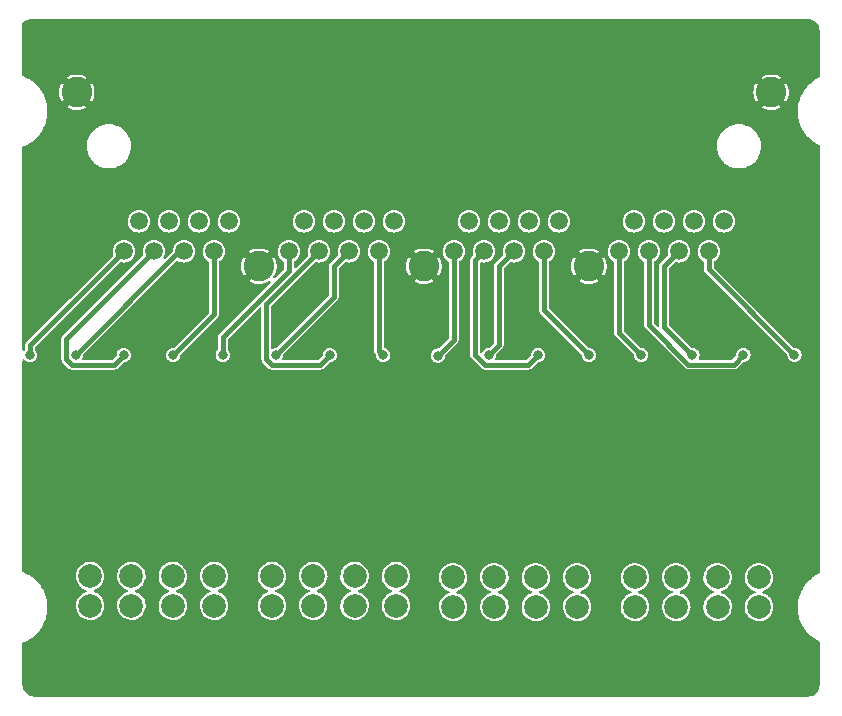
<source format=gbl>
G04 #@! TF.GenerationSoftware,KiCad,Pcbnew,(6.0.9)*
G04 #@! TF.CreationDate,2023-11-10T22:20:43+05:30*
G04 #@! TF.ProjectId,RJ45-To-Terminal,524a3435-2d54-46f2-9d54-65726d696e61,2*
G04 #@! TF.SameCoordinates,Original*
G04 #@! TF.FileFunction,Copper,L2,Bot*
G04 #@! TF.FilePolarity,Positive*
%FSLAX46Y46*%
G04 Gerber Fmt 4.6, Leading zero omitted, Abs format (unit mm)*
G04 Created by KiCad (PCBNEW (6.0.9)) date 2023-11-10 22:20:43*
%MOMM*%
%LPD*%
G01*
G04 APERTURE LIST*
G04 #@! TA.AperFunction,ComponentPad*
%ADD10C,2.600000*%
G04 #@! TD*
G04 #@! TA.AperFunction,ComponentPad*
%ADD11C,1.500000*%
G04 #@! TD*
G04 #@! TA.AperFunction,ComponentPad*
%ADD12C,2.000000*%
G04 #@! TD*
G04 #@! TA.AperFunction,ViaPad*
%ADD13C,0.800000*%
G04 #@! TD*
G04 #@! TA.AperFunction,Conductor*
%ADD14C,0.406400*%
G04 #@! TD*
G04 APERTURE END LIST*
D10*
X163728400Y-83209400D03*
X149758400Y-83209400D03*
X179158400Y-68479400D03*
X120358400Y-68479400D03*
X135788400Y-83209400D03*
D11*
X124358400Y-81939400D03*
X125628400Y-79399400D03*
X126898400Y-81939400D03*
X128168400Y-79399400D03*
X129438400Y-81939400D03*
X130708400Y-79399400D03*
X131978400Y-81939400D03*
X133248400Y-79399400D03*
X138328400Y-81939400D03*
X139598400Y-79399400D03*
X140868400Y-81939400D03*
X142138400Y-79399400D03*
X143408400Y-81939400D03*
X144678400Y-79399400D03*
X145948400Y-81939400D03*
X147218400Y-79399400D03*
X152298400Y-81939400D03*
X153568400Y-79399400D03*
X154838400Y-81939400D03*
X156108400Y-79399400D03*
X157378400Y-81939400D03*
X158648400Y-79399400D03*
X159918400Y-81939400D03*
X161188400Y-79399400D03*
X166268400Y-81939400D03*
X167538400Y-79399400D03*
X168808400Y-81939400D03*
X170078400Y-79399400D03*
X171348400Y-81939400D03*
X172618400Y-79399400D03*
X173888400Y-81939400D03*
X175158400Y-79399400D03*
D12*
X131996000Y-111937300D03*
X131996000Y-109437300D03*
X128496000Y-111937300D03*
X128496000Y-109437300D03*
X124996000Y-111937300D03*
X124996000Y-109437300D03*
X121496000Y-111937300D03*
X121496000Y-109437300D03*
X147388400Y-111937300D03*
X147388400Y-109437300D03*
X143888400Y-111937300D03*
X143888400Y-109437300D03*
X140388400Y-111937300D03*
X140388400Y-109437300D03*
X136888400Y-111937300D03*
X136888400Y-109437300D03*
X178122400Y-112038900D03*
X178122400Y-109538900D03*
X174622400Y-112038900D03*
X174622400Y-109538900D03*
X171122400Y-112038900D03*
X171122400Y-109538900D03*
X167622400Y-112038900D03*
X167622400Y-109538900D03*
X162730000Y-112038900D03*
X162730000Y-109538900D03*
X159230000Y-112038900D03*
X159230000Y-109538900D03*
X155730000Y-112038900D03*
X155730000Y-109538900D03*
X152230000Y-112038900D03*
X152230000Y-109538900D03*
D13*
X181134800Y-90721700D03*
X176808500Y-90721700D03*
X172490500Y-90721700D03*
X168149300Y-90721700D03*
X163727500Y-90721700D03*
X159417000Y-90721700D03*
X155249300Y-90721700D03*
X150942600Y-90763800D03*
X146313500Y-90721700D03*
X141784650Y-90721700D03*
X137210500Y-90721700D03*
X132724500Y-90721700D03*
X128533500Y-90721700D03*
X124342500Y-90721700D03*
X120278500Y-90721700D03*
X116401400Y-90721700D03*
D14*
X116401400Y-89896400D02*
X124358400Y-81939400D01*
X116401400Y-90721700D02*
X116401400Y-89896400D01*
X170078400Y-83209400D02*
X170078400Y-88309600D01*
X170078400Y-88309600D02*
X172490500Y-90721700D01*
X171348400Y-81939400D02*
X170078400Y-83209400D01*
X156108400Y-89862600D02*
X155249300Y-90721700D01*
X156108400Y-83209400D02*
X156108400Y-89862600D01*
X157378400Y-81939400D02*
X156108400Y-83209400D01*
X142138400Y-85793800D02*
X137210500Y-90721700D01*
X142138400Y-83209400D02*
X142138400Y-85793800D01*
X143408400Y-81939400D02*
X142138400Y-83209400D01*
X129060800Y-81939400D02*
X120278500Y-90721700D01*
X129438400Y-81939400D02*
X129060800Y-81939400D01*
X123522600Y-91541600D02*
X124342500Y-90721700D01*
X119475300Y-91054397D02*
X119962503Y-91541600D01*
X119962503Y-91541600D02*
X123522600Y-91541600D01*
X119475300Y-89362500D02*
X119475300Y-91054397D01*
X126898400Y-81939400D02*
X119475300Y-89362500D01*
X131978400Y-81939400D02*
X131978400Y-87276800D01*
X131978400Y-87276800D02*
X128533500Y-90721700D01*
X132724500Y-89225720D02*
X132724500Y-90721700D01*
X138328400Y-83621820D02*
X132724500Y-89225720D01*
X138328400Y-81939400D02*
X138328400Y-83621820D01*
X136894503Y-91541600D02*
X140964750Y-91541600D01*
X140964750Y-91541600D02*
X141784650Y-90721700D01*
X136407300Y-91054397D02*
X136894503Y-91541600D01*
X140868400Y-81939400D02*
X136407300Y-86400500D01*
X136407300Y-86400500D02*
X136407300Y-91054397D01*
X145948400Y-81939400D02*
X145948400Y-90356600D01*
X145948400Y-90356600D02*
X146313500Y-90721700D01*
X152298400Y-81939400D02*
X152298400Y-89408000D01*
X152298400Y-89408000D02*
X150942600Y-90763800D01*
X158597100Y-91541600D02*
X159417000Y-90721700D01*
X154933303Y-91541600D02*
X158597100Y-91541600D01*
X154088400Y-82689400D02*
X154088400Y-90696697D01*
X154088400Y-90696697D02*
X154933303Y-91541600D01*
X154838400Y-81939400D02*
X154088400Y-82689400D01*
X159918400Y-81939400D02*
X159918400Y-86912600D01*
X159918400Y-86912600D02*
X163727500Y-90721700D01*
X166268400Y-88840800D02*
X168149300Y-90721700D01*
X166268400Y-81939400D02*
X166268400Y-88840800D01*
X172157803Y-91524900D02*
X176005300Y-91524900D01*
X168808400Y-88175497D02*
X172157803Y-91524900D01*
X176005300Y-91524900D02*
X176808500Y-90721700D01*
X168808400Y-81939400D02*
X168808400Y-88175497D01*
X173888400Y-83475300D02*
X181134800Y-90721700D01*
X173888400Y-81939400D02*
X173888400Y-83475300D01*
G04 #@! TA.AperFunction,Conductor*
G36*
X182273914Y-62274484D02*
G01*
X182454237Y-62292245D01*
X182473573Y-62296092D01*
X182628683Y-62343143D01*
X182642199Y-62347243D01*
X182660419Y-62354790D01*
X182815831Y-62437859D01*
X182832225Y-62448813D01*
X182968450Y-62560609D01*
X182982391Y-62574550D01*
X183094187Y-62710775D01*
X183105141Y-62727169D01*
X183188210Y-62882581D01*
X183195757Y-62900801D01*
X183246908Y-63069425D01*
X183250756Y-63088766D01*
X183268516Y-63269086D01*
X183269000Y-63278947D01*
X183269000Y-67123700D01*
X183249787Y-67182831D01*
X183210401Y-67215113D01*
X183142956Y-67246101D01*
X183142950Y-67246104D01*
X183141000Y-67247000D01*
X183139122Y-67248066D01*
X182956875Y-67351503D01*
X182956861Y-67351512D01*
X182956000Y-67352000D01*
X182955166Y-67352518D01*
X182955157Y-67352523D01*
X182812385Y-67441140D01*
X182812377Y-67441145D01*
X182811000Y-67442000D01*
X182809677Y-67442945D01*
X182740621Y-67492271D01*
X182671000Y-67542000D01*
X182586000Y-67612000D01*
X182441000Y-67737000D01*
X182301000Y-67872000D01*
X182186000Y-67997000D01*
X182041000Y-68177000D01*
X182039817Y-68178752D01*
X182039813Y-68178758D01*
X181936148Y-68332337D01*
X181906000Y-68377000D01*
X181905163Y-68378435D01*
X181839694Y-68490668D01*
X181836000Y-68497000D01*
X181761000Y-68632000D01*
X181676000Y-68812000D01*
X181606000Y-68992000D01*
X181605807Y-68992530D01*
X181605802Y-68992544D01*
X181591127Y-69032900D01*
X181566000Y-69102000D01*
X181565583Y-69103390D01*
X181565581Y-69103396D01*
X181545321Y-69170931D01*
X181536000Y-69202000D01*
X181506000Y-69312000D01*
X181466000Y-69502000D01*
X181451000Y-69607000D01*
X181450944Y-69607465D01*
X181450941Y-69607485D01*
X181431087Y-69771278D01*
X181431084Y-69771311D01*
X181431000Y-69772000D01*
X181421000Y-69882000D01*
X181416000Y-70057000D01*
X181416000Y-70157000D01*
X181426000Y-70312000D01*
X181436000Y-70442000D01*
X181461000Y-70612000D01*
X181491000Y-70752000D01*
X181516000Y-70867000D01*
X181546000Y-70977000D01*
X181546336Y-70978045D01*
X181546343Y-70978069D01*
X181568051Y-71045604D01*
X181591000Y-71117000D01*
X181631000Y-71227000D01*
X181631750Y-71228673D01*
X181631752Y-71228678D01*
X181696000Y-71372000D01*
X181721711Y-71429135D01*
X181741000Y-71472000D01*
X181796000Y-71577000D01*
X181846000Y-71667000D01*
X181886000Y-71732000D01*
X181910304Y-71771770D01*
X181940480Y-71821150D01*
X181940493Y-71821170D01*
X181941000Y-71822000D01*
X181991000Y-71897000D01*
X182031000Y-71952000D01*
X182081000Y-72017000D01*
X182141000Y-72092000D01*
X182221000Y-72187000D01*
X182221971Y-72188028D01*
X182221978Y-72188036D01*
X182305491Y-72276462D01*
X182305522Y-72276493D01*
X182306000Y-72277000D01*
X182411000Y-72382000D01*
X182481000Y-72447000D01*
X182581000Y-72532000D01*
X182581713Y-72532563D01*
X182581718Y-72532567D01*
X182674602Y-72605896D01*
X182676000Y-72607000D01*
X182676980Y-72607700D01*
X182676992Y-72607709D01*
X182745620Y-72656729D01*
X182745645Y-72656747D01*
X182746000Y-72657000D01*
X182841000Y-72722000D01*
X182936000Y-72782000D01*
X182936647Y-72782381D01*
X182936669Y-72782394D01*
X183020454Y-72831679D01*
X183021000Y-72832000D01*
X183021524Y-72832291D01*
X183021564Y-72832314D01*
X183087929Y-72869183D01*
X183111000Y-72882000D01*
X183191000Y-72922000D01*
X183191319Y-72922154D01*
X183191387Y-72922187D01*
X183212041Y-72932131D01*
X183256984Y-72975093D01*
X183269000Y-73022772D01*
X183269000Y-109114106D01*
X183249787Y-109173237D01*
X183210400Y-109205519D01*
X183131000Y-109242000D01*
X183094832Y-109262528D01*
X182946875Y-109346503D01*
X182946861Y-109346512D01*
X182946000Y-109347000D01*
X182945166Y-109347518D01*
X182945157Y-109347523D01*
X182802385Y-109436140D01*
X182802377Y-109436145D01*
X182801000Y-109437000D01*
X182799677Y-109437945D01*
X182662469Y-109535951D01*
X182661000Y-109537000D01*
X182659665Y-109538099D01*
X182659659Y-109538104D01*
X182655103Y-109541856D01*
X182576000Y-109607000D01*
X182431000Y-109732000D01*
X182291000Y-109867000D01*
X182289978Y-109868111D01*
X182289973Y-109868116D01*
X182225723Y-109937953D01*
X182176000Y-109992000D01*
X182174956Y-109993296D01*
X182057475Y-110139135D01*
X182031000Y-110172000D01*
X182029817Y-110173752D01*
X182029813Y-110173758D01*
X181922773Y-110332337D01*
X181896000Y-110372000D01*
X181895163Y-110373435D01*
X181834178Y-110477981D01*
X181826000Y-110492000D01*
X181751000Y-110627000D01*
X181701336Y-110732170D01*
X181677577Y-110782485D01*
X181666000Y-110807000D01*
X181665364Y-110808635D01*
X181665362Y-110808640D01*
X181645311Y-110860201D01*
X181596000Y-110987000D01*
X181595807Y-110987530D01*
X181595802Y-110987544D01*
X181581127Y-111027900D01*
X181556000Y-111097000D01*
X181555583Y-111098390D01*
X181555581Y-111098396D01*
X181535321Y-111165931D01*
X181526000Y-111197000D01*
X181496000Y-111307000D01*
X181495700Y-111308423D01*
X181495698Y-111308433D01*
X181460697Y-111474690D01*
X181456000Y-111497000D01*
X181455769Y-111498617D01*
X181444044Y-111580694D01*
X181441000Y-111602000D01*
X181440944Y-111602465D01*
X181440941Y-111602485D01*
X181421087Y-111766278D01*
X181421084Y-111766311D01*
X181421000Y-111767000D01*
X181411000Y-111877000D01*
X181406000Y-112052000D01*
X181406000Y-112152000D01*
X181406105Y-112153621D01*
X181406105Y-112153634D01*
X181412997Y-112260455D01*
X181416000Y-112307000D01*
X181416021Y-112307269D01*
X181416023Y-112307302D01*
X181418258Y-112336353D01*
X181426000Y-112437000D01*
X181451000Y-112607000D01*
X181451343Y-112608602D01*
X181451344Y-112608606D01*
X181458843Y-112643601D01*
X181481000Y-112747000D01*
X181506000Y-112862000D01*
X181536000Y-112972000D01*
X181536336Y-112973045D01*
X181536343Y-112973069D01*
X181557023Y-113037404D01*
X181581000Y-113112000D01*
X181621000Y-113222000D01*
X181686000Y-113367000D01*
X181731000Y-113467000D01*
X181786000Y-113572000D01*
X181836000Y-113662000D01*
X181876000Y-113727000D01*
X181900304Y-113766770D01*
X181930480Y-113816150D01*
X181930493Y-113816170D01*
X181931000Y-113817000D01*
X181981000Y-113892000D01*
X182021000Y-113947000D01*
X182071000Y-114012000D01*
X182131000Y-114087000D01*
X182211000Y-114182000D01*
X182211971Y-114183028D01*
X182211978Y-114183036D01*
X182295491Y-114271462D01*
X182295522Y-114271493D01*
X182296000Y-114272000D01*
X182401000Y-114377000D01*
X182471000Y-114442000D01*
X182571000Y-114527000D01*
X182571713Y-114527563D01*
X182571718Y-114527567D01*
X182664602Y-114600896D01*
X182666000Y-114602000D01*
X182666980Y-114602700D01*
X182666992Y-114602709D01*
X182735620Y-114651729D01*
X182735645Y-114651747D01*
X182736000Y-114652000D01*
X182831000Y-114717000D01*
X182926000Y-114777000D01*
X182926647Y-114777381D01*
X182926669Y-114777394D01*
X183010454Y-114826679D01*
X183011000Y-114827000D01*
X183011524Y-114827291D01*
X183011564Y-114827314D01*
X183077929Y-114864183D01*
X183101000Y-114877000D01*
X183181000Y-114917000D01*
X183212042Y-114931946D01*
X183256984Y-114974909D01*
X183269000Y-115022587D01*
X183269000Y-118629053D01*
X183268516Y-118638914D01*
X183250756Y-118819234D01*
X183246908Y-118838575D01*
X183195757Y-119007199D01*
X183188210Y-119025419D01*
X183105141Y-119180831D01*
X183094187Y-119197225D01*
X182982393Y-119333448D01*
X182968450Y-119347391D01*
X182832225Y-119459187D01*
X182815831Y-119470141D01*
X182660419Y-119553210D01*
X182642200Y-119560757D01*
X182473573Y-119611908D01*
X182454237Y-119615755D01*
X182277671Y-119633146D01*
X182273914Y-119633516D01*
X182264053Y-119634000D01*
X116773947Y-119634000D01*
X116764086Y-119633516D01*
X116760329Y-119633146D01*
X116583763Y-119615755D01*
X116564427Y-119611908D01*
X116395800Y-119560757D01*
X116377581Y-119553210D01*
X116222169Y-119470141D01*
X116205775Y-119459187D01*
X116069550Y-119347391D01*
X116055607Y-119333448D01*
X115943813Y-119197225D01*
X115932859Y-119180831D01*
X115849790Y-119025419D01*
X115842243Y-119007199D01*
X115791092Y-118838575D01*
X115787244Y-118819234D01*
X115769484Y-118638914D01*
X115769000Y-118629053D01*
X115769000Y-115137746D01*
X115788213Y-115078615D01*
X115829600Y-115045440D01*
X115976000Y-114982000D01*
X115976428Y-114981803D01*
X115976449Y-114981794D01*
X116159044Y-114897899D01*
X116159050Y-114897896D01*
X116161000Y-114897000D01*
X116283780Y-114827314D01*
X116345125Y-114792497D01*
X116345139Y-114792488D01*
X116346000Y-114792000D01*
X116370167Y-114777000D01*
X116489615Y-114702860D01*
X116489623Y-114702855D01*
X116491000Y-114702000D01*
X116561000Y-114652000D01*
X116629596Y-114603003D01*
X116629599Y-114603001D01*
X116631000Y-114602000D01*
X116716000Y-114532000D01*
X116861000Y-114407000D01*
X117001000Y-114272000D01*
X117116000Y-114147000D01*
X117261000Y-113967000D01*
X117274500Y-113947000D01*
X117395073Y-113768374D01*
X117395079Y-113768364D01*
X117396000Y-113767000D01*
X117457583Y-113661429D01*
X117465711Y-113647496D01*
X117465724Y-113647473D01*
X117466000Y-113647000D01*
X117541000Y-113512000D01*
X117626000Y-113332000D01*
X117696000Y-113152000D01*
X117701886Y-113135815D01*
X117735502Y-113043369D01*
X117736000Y-113042000D01*
X117749469Y-112997104D01*
X117765817Y-112942611D01*
X117765823Y-112942590D01*
X117766000Y-112942000D01*
X117796000Y-112832000D01*
X117797009Y-112827211D01*
X117835663Y-112643601D01*
X117835663Y-112643599D01*
X117836000Y-112642000D01*
X117851000Y-112537000D01*
X117851290Y-112534607D01*
X117870913Y-112372722D01*
X117870916Y-112372689D01*
X117871000Y-112372000D01*
X117881000Y-112262000D01*
X117886000Y-112087000D01*
X117886000Y-111987000D01*
X117882985Y-111940256D01*
X117880753Y-111905656D01*
X120287557Y-111905656D01*
X120302026Y-112126407D01*
X120303158Y-112130865D01*
X120303159Y-112130870D01*
X120355345Y-112336353D01*
X120356481Y-112340825D01*
X120449099Y-112541728D01*
X120576778Y-112722390D01*
X120735242Y-112876758D01*
X120919183Y-112999664D01*
X120923419Y-113001484D01*
X120923421Y-113001485D01*
X121118204Y-113085170D01*
X121122443Y-113086991D01*
X121174207Y-113098704D01*
X121333712Y-113134797D01*
X121333715Y-113134797D01*
X121338212Y-113135815D01*
X121469135Y-113140959D01*
X121554658Y-113144319D01*
X121554659Y-113144319D01*
X121559267Y-113144500D01*
X121563824Y-113143839D01*
X121563829Y-113143839D01*
X121668734Y-113128628D01*
X121778202Y-113112756D01*
X121987686Y-113041646D01*
X122180704Y-112933551D01*
X122225084Y-112896641D01*
X122347244Y-112795041D01*
X122350791Y-112792091D01*
X122411897Y-112718619D01*
X122489303Y-112625549D01*
X122489305Y-112625547D01*
X122492251Y-112622004D01*
X122600346Y-112428986D01*
X122671456Y-112219502D01*
X122695849Y-112051267D01*
X122702775Y-112003502D01*
X122702776Y-112003493D01*
X122703200Y-112000567D01*
X122703556Y-111987000D01*
X122704780Y-111940256D01*
X122704780Y-111940249D01*
X122704857Y-111937300D01*
X122701949Y-111905656D01*
X123787557Y-111905656D01*
X123802026Y-112126407D01*
X123803158Y-112130865D01*
X123803159Y-112130870D01*
X123855345Y-112336353D01*
X123856481Y-112340825D01*
X123949099Y-112541728D01*
X124076778Y-112722390D01*
X124235242Y-112876758D01*
X124419183Y-112999664D01*
X124423419Y-113001484D01*
X124423421Y-113001485D01*
X124618204Y-113085170D01*
X124622443Y-113086991D01*
X124674207Y-113098704D01*
X124833712Y-113134797D01*
X124833715Y-113134797D01*
X124838212Y-113135815D01*
X124969135Y-113140959D01*
X125054658Y-113144319D01*
X125054659Y-113144319D01*
X125059267Y-113144500D01*
X125063824Y-113143839D01*
X125063829Y-113143839D01*
X125168734Y-113128628D01*
X125278202Y-113112756D01*
X125487686Y-113041646D01*
X125680704Y-112933551D01*
X125725084Y-112896641D01*
X125847244Y-112795041D01*
X125850791Y-112792091D01*
X125911897Y-112718619D01*
X125989303Y-112625549D01*
X125989305Y-112625547D01*
X125992251Y-112622004D01*
X126100346Y-112428986D01*
X126171456Y-112219502D01*
X126195849Y-112051267D01*
X126202775Y-112003502D01*
X126202776Y-112003493D01*
X126203200Y-112000567D01*
X126203556Y-111987000D01*
X126204780Y-111940256D01*
X126204780Y-111940249D01*
X126204857Y-111937300D01*
X126201949Y-111905656D01*
X127287557Y-111905656D01*
X127302026Y-112126407D01*
X127303158Y-112130865D01*
X127303159Y-112130870D01*
X127355345Y-112336353D01*
X127356481Y-112340825D01*
X127449099Y-112541728D01*
X127576778Y-112722390D01*
X127735242Y-112876758D01*
X127919183Y-112999664D01*
X127923419Y-113001484D01*
X127923421Y-113001485D01*
X128118204Y-113085170D01*
X128122443Y-113086991D01*
X128174207Y-113098704D01*
X128333712Y-113134797D01*
X128333715Y-113134797D01*
X128338212Y-113135815D01*
X128469135Y-113140959D01*
X128554658Y-113144319D01*
X128554659Y-113144319D01*
X128559267Y-113144500D01*
X128563824Y-113143839D01*
X128563829Y-113143839D01*
X128668734Y-113128628D01*
X128778202Y-113112756D01*
X128987686Y-113041646D01*
X129180704Y-112933551D01*
X129225084Y-112896641D01*
X129347244Y-112795041D01*
X129350791Y-112792091D01*
X129411897Y-112718619D01*
X129489303Y-112625549D01*
X129489305Y-112625547D01*
X129492251Y-112622004D01*
X129600346Y-112428986D01*
X129671456Y-112219502D01*
X129695849Y-112051267D01*
X129702775Y-112003502D01*
X129702776Y-112003493D01*
X129703200Y-112000567D01*
X129703556Y-111987000D01*
X129704780Y-111940256D01*
X129704780Y-111940249D01*
X129704857Y-111937300D01*
X129701949Y-111905656D01*
X130787557Y-111905656D01*
X130802026Y-112126407D01*
X130803158Y-112130865D01*
X130803159Y-112130870D01*
X130855345Y-112336353D01*
X130856481Y-112340825D01*
X130949099Y-112541728D01*
X131076778Y-112722390D01*
X131235242Y-112876758D01*
X131419183Y-112999664D01*
X131423419Y-113001484D01*
X131423421Y-113001485D01*
X131618204Y-113085170D01*
X131622443Y-113086991D01*
X131674207Y-113098704D01*
X131833712Y-113134797D01*
X131833715Y-113134797D01*
X131838212Y-113135815D01*
X131969135Y-113140959D01*
X132054658Y-113144319D01*
X132054659Y-113144319D01*
X132059267Y-113144500D01*
X132063824Y-113143839D01*
X132063829Y-113143839D01*
X132168734Y-113128628D01*
X132278202Y-113112756D01*
X132487686Y-113041646D01*
X132680704Y-112933551D01*
X132725084Y-112896641D01*
X132847244Y-112795041D01*
X132850791Y-112792091D01*
X132911897Y-112718619D01*
X132989303Y-112625549D01*
X132989305Y-112625547D01*
X132992251Y-112622004D01*
X133100346Y-112428986D01*
X133171456Y-112219502D01*
X133195849Y-112051267D01*
X133202775Y-112003502D01*
X133202776Y-112003493D01*
X133203200Y-112000567D01*
X133203556Y-111987000D01*
X133204780Y-111940256D01*
X133204780Y-111940249D01*
X133204857Y-111937300D01*
X133201949Y-111905656D01*
X135679957Y-111905656D01*
X135694426Y-112126407D01*
X135695558Y-112130865D01*
X135695559Y-112130870D01*
X135747745Y-112336353D01*
X135748881Y-112340825D01*
X135841499Y-112541728D01*
X135969178Y-112722390D01*
X136127642Y-112876758D01*
X136311583Y-112999664D01*
X136315819Y-113001484D01*
X136315821Y-113001485D01*
X136510604Y-113085170D01*
X136514843Y-113086991D01*
X136566607Y-113098704D01*
X136726112Y-113134797D01*
X136726115Y-113134797D01*
X136730612Y-113135815D01*
X136861535Y-113140959D01*
X136947058Y-113144319D01*
X136947059Y-113144319D01*
X136951667Y-113144500D01*
X136956224Y-113143839D01*
X136956229Y-113143839D01*
X137061134Y-113128628D01*
X137170602Y-113112756D01*
X137380086Y-113041646D01*
X137573104Y-112933551D01*
X137617484Y-112896641D01*
X137739644Y-112795041D01*
X137743191Y-112792091D01*
X137804297Y-112718619D01*
X137881703Y-112625549D01*
X137881705Y-112625547D01*
X137884651Y-112622004D01*
X137992746Y-112428986D01*
X138063856Y-112219502D01*
X138088249Y-112051267D01*
X138095175Y-112003502D01*
X138095176Y-112003493D01*
X138095600Y-112000567D01*
X138095956Y-111987000D01*
X138097180Y-111940256D01*
X138097180Y-111940249D01*
X138097257Y-111937300D01*
X138094349Y-111905656D01*
X139179957Y-111905656D01*
X139194426Y-112126407D01*
X139195558Y-112130865D01*
X139195559Y-112130870D01*
X139247745Y-112336353D01*
X139248881Y-112340825D01*
X139341499Y-112541728D01*
X139469178Y-112722390D01*
X139627642Y-112876758D01*
X139811583Y-112999664D01*
X139815819Y-113001484D01*
X139815821Y-113001485D01*
X140010604Y-113085170D01*
X140014843Y-113086991D01*
X140066607Y-113098704D01*
X140226112Y-113134797D01*
X140226115Y-113134797D01*
X140230612Y-113135815D01*
X140361535Y-113140959D01*
X140447058Y-113144319D01*
X140447059Y-113144319D01*
X140451667Y-113144500D01*
X140456224Y-113143839D01*
X140456229Y-113143839D01*
X140561134Y-113128628D01*
X140670602Y-113112756D01*
X140880086Y-113041646D01*
X141073104Y-112933551D01*
X141117484Y-112896641D01*
X141239644Y-112795041D01*
X141243191Y-112792091D01*
X141304297Y-112718619D01*
X141381703Y-112625549D01*
X141381705Y-112625547D01*
X141384651Y-112622004D01*
X141492746Y-112428986D01*
X141563856Y-112219502D01*
X141588249Y-112051267D01*
X141595175Y-112003502D01*
X141595176Y-112003493D01*
X141595600Y-112000567D01*
X141595956Y-111987000D01*
X141597180Y-111940256D01*
X141597180Y-111940249D01*
X141597257Y-111937300D01*
X141594349Y-111905656D01*
X142679957Y-111905656D01*
X142694426Y-112126407D01*
X142695558Y-112130865D01*
X142695559Y-112130870D01*
X142747745Y-112336353D01*
X142748881Y-112340825D01*
X142841499Y-112541728D01*
X142969178Y-112722390D01*
X143127642Y-112876758D01*
X143311583Y-112999664D01*
X143315819Y-113001484D01*
X143315821Y-113001485D01*
X143510604Y-113085170D01*
X143514843Y-113086991D01*
X143566607Y-113098704D01*
X143726112Y-113134797D01*
X143726115Y-113134797D01*
X143730612Y-113135815D01*
X143861535Y-113140959D01*
X143947058Y-113144319D01*
X143947059Y-113144319D01*
X143951667Y-113144500D01*
X143956224Y-113143839D01*
X143956229Y-113143839D01*
X144061134Y-113128628D01*
X144170602Y-113112756D01*
X144380086Y-113041646D01*
X144573104Y-112933551D01*
X144617484Y-112896641D01*
X144739644Y-112795041D01*
X144743191Y-112792091D01*
X144804297Y-112718619D01*
X144881703Y-112625549D01*
X144881705Y-112625547D01*
X144884651Y-112622004D01*
X144992746Y-112428986D01*
X145063856Y-112219502D01*
X145088249Y-112051267D01*
X145095175Y-112003502D01*
X145095176Y-112003493D01*
X145095600Y-112000567D01*
X145095956Y-111987000D01*
X145097180Y-111940256D01*
X145097180Y-111940249D01*
X145097257Y-111937300D01*
X145094349Y-111905656D01*
X146179957Y-111905656D01*
X146194426Y-112126407D01*
X146195558Y-112130865D01*
X146195559Y-112130870D01*
X146247745Y-112336353D01*
X146248881Y-112340825D01*
X146341499Y-112541728D01*
X146469178Y-112722390D01*
X146627642Y-112876758D01*
X146811583Y-112999664D01*
X146815819Y-113001484D01*
X146815821Y-113001485D01*
X147010604Y-113085170D01*
X147014843Y-113086991D01*
X147066607Y-113098704D01*
X147226112Y-113134797D01*
X147226115Y-113134797D01*
X147230612Y-113135815D01*
X147361535Y-113140959D01*
X147447058Y-113144319D01*
X147447059Y-113144319D01*
X147451667Y-113144500D01*
X147456224Y-113143839D01*
X147456229Y-113143839D01*
X147561134Y-113128628D01*
X147670602Y-113112756D01*
X147880086Y-113041646D01*
X148073104Y-112933551D01*
X148117484Y-112896641D01*
X148239644Y-112795041D01*
X148243191Y-112792091D01*
X148304297Y-112718619D01*
X148381703Y-112625549D01*
X148381705Y-112625547D01*
X148384651Y-112622004D01*
X148492746Y-112428986D01*
X148563856Y-112219502D01*
X148588249Y-112051267D01*
X148594631Y-112007256D01*
X151021557Y-112007256D01*
X151036026Y-112228007D01*
X151037158Y-112232465D01*
X151037159Y-112232470D01*
X151085960Y-112424623D01*
X151090481Y-112442425D01*
X151183099Y-112643328D01*
X151310778Y-112823990D01*
X151469242Y-112978358D01*
X151653183Y-113101264D01*
X151657419Y-113103084D01*
X151657421Y-113103085D01*
X151852204Y-113186770D01*
X151856443Y-113188591D01*
X151963757Y-113212874D01*
X152067712Y-113236397D01*
X152067715Y-113236397D01*
X152072212Y-113237415D01*
X152203135Y-113242559D01*
X152288658Y-113245919D01*
X152288659Y-113245919D01*
X152293267Y-113246100D01*
X152297824Y-113245439D01*
X152297829Y-113245439D01*
X152402734Y-113230228D01*
X152512202Y-113214356D01*
X152721686Y-113143246D01*
X152914704Y-113035151D01*
X152957373Y-112999664D01*
X153081244Y-112896641D01*
X153084791Y-112893691D01*
X153145897Y-112820219D01*
X153223303Y-112727149D01*
X153223305Y-112727147D01*
X153226251Y-112723604D01*
X153334346Y-112530586D01*
X153405456Y-112321102D01*
X153429975Y-112152000D01*
X153436775Y-112105102D01*
X153436776Y-112105093D01*
X153437200Y-112102167D01*
X153437598Y-112087000D01*
X153438780Y-112041856D01*
X153438780Y-112041849D01*
X153438857Y-112038900D01*
X153435949Y-112007256D01*
X154521557Y-112007256D01*
X154536026Y-112228007D01*
X154537158Y-112232465D01*
X154537159Y-112232470D01*
X154585960Y-112424623D01*
X154590481Y-112442425D01*
X154683099Y-112643328D01*
X154810778Y-112823990D01*
X154969242Y-112978358D01*
X155153183Y-113101264D01*
X155157419Y-113103084D01*
X155157421Y-113103085D01*
X155352204Y-113186770D01*
X155356443Y-113188591D01*
X155463757Y-113212874D01*
X155567712Y-113236397D01*
X155567715Y-113236397D01*
X155572212Y-113237415D01*
X155703135Y-113242559D01*
X155788658Y-113245919D01*
X155788659Y-113245919D01*
X155793267Y-113246100D01*
X155797824Y-113245439D01*
X155797829Y-113245439D01*
X155902734Y-113230228D01*
X156012202Y-113214356D01*
X156221686Y-113143246D01*
X156414704Y-113035151D01*
X156457373Y-112999664D01*
X156581244Y-112896641D01*
X156584791Y-112893691D01*
X156645897Y-112820219D01*
X156723303Y-112727149D01*
X156723305Y-112727147D01*
X156726251Y-112723604D01*
X156834346Y-112530586D01*
X156905456Y-112321102D01*
X156929975Y-112152000D01*
X156936775Y-112105102D01*
X156936776Y-112105093D01*
X156937200Y-112102167D01*
X156937598Y-112087000D01*
X156938780Y-112041856D01*
X156938780Y-112041849D01*
X156938857Y-112038900D01*
X156935949Y-112007256D01*
X158021557Y-112007256D01*
X158036026Y-112228007D01*
X158037158Y-112232465D01*
X158037159Y-112232470D01*
X158085960Y-112424623D01*
X158090481Y-112442425D01*
X158183099Y-112643328D01*
X158310778Y-112823990D01*
X158469242Y-112978358D01*
X158653183Y-113101264D01*
X158657419Y-113103084D01*
X158657421Y-113103085D01*
X158852204Y-113186770D01*
X158856443Y-113188591D01*
X158963757Y-113212874D01*
X159067712Y-113236397D01*
X159067715Y-113236397D01*
X159072212Y-113237415D01*
X159203135Y-113242559D01*
X159288658Y-113245919D01*
X159288659Y-113245919D01*
X159293267Y-113246100D01*
X159297824Y-113245439D01*
X159297829Y-113245439D01*
X159402734Y-113230228D01*
X159512202Y-113214356D01*
X159721686Y-113143246D01*
X159914704Y-113035151D01*
X159957373Y-112999664D01*
X160081244Y-112896641D01*
X160084791Y-112893691D01*
X160145897Y-112820219D01*
X160223303Y-112727149D01*
X160223305Y-112727147D01*
X160226251Y-112723604D01*
X160334346Y-112530586D01*
X160405456Y-112321102D01*
X160429975Y-112152000D01*
X160436775Y-112105102D01*
X160436776Y-112105093D01*
X160437200Y-112102167D01*
X160437598Y-112087000D01*
X160438780Y-112041856D01*
X160438780Y-112041849D01*
X160438857Y-112038900D01*
X160435949Y-112007256D01*
X161521557Y-112007256D01*
X161536026Y-112228007D01*
X161537158Y-112232465D01*
X161537159Y-112232470D01*
X161585960Y-112424623D01*
X161590481Y-112442425D01*
X161683099Y-112643328D01*
X161810778Y-112823990D01*
X161969242Y-112978358D01*
X162153183Y-113101264D01*
X162157419Y-113103084D01*
X162157421Y-113103085D01*
X162352204Y-113186770D01*
X162356443Y-113188591D01*
X162463757Y-113212874D01*
X162567712Y-113236397D01*
X162567715Y-113236397D01*
X162572212Y-113237415D01*
X162703135Y-113242559D01*
X162788658Y-113245919D01*
X162788659Y-113245919D01*
X162793267Y-113246100D01*
X162797824Y-113245439D01*
X162797829Y-113245439D01*
X162902734Y-113230228D01*
X163012202Y-113214356D01*
X163221686Y-113143246D01*
X163414704Y-113035151D01*
X163457373Y-112999664D01*
X163581244Y-112896641D01*
X163584791Y-112893691D01*
X163645897Y-112820219D01*
X163723303Y-112727149D01*
X163723305Y-112727147D01*
X163726251Y-112723604D01*
X163834346Y-112530586D01*
X163905456Y-112321102D01*
X163929975Y-112152000D01*
X163936775Y-112105102D01*
X163936776Y-112105093D01*
X163937200Y-112102167D01*
X163937598Y-112087000D01*
X163938780Y-112041856D01*
X163938780Y-112041849D01*
X163938857Y-112038900D01*
X163935949Y-112007256D01*
X166413957Y-112007256D01*
X166428426Y-112228007D01*
X166429558Y-112232465D01*
X166429559Y-112232470D01*
X166478360Y-112424623D01*
X166482881Y-112442425D01*
X166575499Y-112643328D01*
X166703178Y-112823990D01*
X166861642Y-112978358D01*
X167045583Y-113101264D01*
X167049819Y-113103084D01*
X167049821Y-113103085D01*
X167244604Y-113186770D01*
X167248843Y-113188591D01*
X167356157Y-113212874D01*
X167460112Y-113236397D01*
X167460115Y-113236397D01*
X167464612Y-113237415D01*
X167595535Y-113242559D01*
X167681058Y-113245919D01*
X167681059Y-113245919D01*
X167685667Y-113246100D01*
X167690224Y-113245439D01*
X167690229Y-113245439D01*
X167795134Y-113230228D01*
X167904602Y-113214356D01*
X168114086Y-113143246D01*
X168307104Y-113035151D01*
X168349773Y-112999664D01*
X168473644Y-112896641D01*
X168477191Y-112893691D01*
X168538297Y-112820219D01*
X168615703Y-112727149D01*
X168615705Y-112727147D01*
X168618651Y-112723604D01*
X168726746Y-112530586D01*
X168797856Y-112321102D01*
X168822375Y-112152000D01*
X168829175Y-112105102D01*
X168829176Y-112105093D01*
X168829600Y-112102167D01*
X168829998Y-112087000D01*
X168831180Y-112041856D01*
X168831180Y-112041849D01*
X168831257Y-112038900D01*
X168828349Y-112007256D01*
X169913957Y-112007256D01*
X169928426Y-112228007D01*
X169929558Y-112232465D01*
X169929559Y-112232470D01*
X169978360Y-112424623D01*
X169982881Y-112442425D01*
X170075499Y-112643328D01*
X170203178Y-112823990D01*
X170361642Y-112978358D01*
X170545583Y-113101264D01*
X170549819Y-113103084D01*
X170549821Y-113103085D01*
X170744604Y-113186770D01*
X170748843Y-113188591D01*
X170856157Y-113212874D01*
X170960112Y-113236397D01*
X170960115Y-113236397D01*
X170964612Y-113237415D01*
X171095535Y-113242559D01*
X171181058Y-113245919D01*
X171181059Y-113245919D01*
X171185667Y-113246100D01*
X171190224Y-113245439D01*
X171190229Y-113245439D01*
X171295134Y-113230228D01*
X171404602Y-113214356D01*
X171614086Y-113143246D01*
X171807104Y-113035151D01*
X171849773Y-112999664D01*
X171973644Y-112896641D01*
X171977191Y-112893691D01*
X172038297Y-112820219D01*
X172115703Y-112727149D01*
X172115705Y-112727147D01*
X172118651Y-112723604D01*
X172226746Y-112530586D01*
X172297856Y-112321102D01*
X172322375Y-112152000D01*
X172329175Y-112105102D01*
X172329176Y-112105093D01*
X172329600Y-112102167D01*
X172329998Y-112087000D01*
X172331180Y-112041856D01*
X172331180Y-112041849D01*
X172331257Y-112038900D01*
X172328349Y-112007256D01*
X173413957Y-112007256D01*
X173428426Y-112228007D01*
X173429558Y-112232465D01*
X173429559Y-112232470D01*
X173478360Y-112424623D01*
X173482881Y-112442425D01*
X173575499Y-112643328D01*
X173703178Y-112823990D01*
X173861642Y-112978358D01*
X174045583Y-113101264D01*
X174049819Y-113103084D01*
X174049821Y-113103085D01*
X174244604Y-113186770D01*
X174248843Y-113188591D01*
X174356157Y-113212874D01*
X174460112Y-113236397D01*
X174460115Y-113236397D01*
X174464612Y-113237415D01*
X174595535Y-113242559D01*
X174681058Y-113245919D01*
X174681059Y-113245919D01*
X174685667Y-113246100D01*
X174690224Y-113245439D01*
X174690229Y-113245439D01*
X174795134Y-113230228D01*
X174904602Y-113214356D01*
X175114086Y-113143246D01*
X175307104Y-113035151D01*
X175349773Y-112999664D01*
X175473644Y-112896641D01*
X175477191Y-112893691D01*
X175538297Y-112820219D01*
X175615703Y-112727149D01*
X175615705Y-112727147D01*
X175618651Y-112723604D01*
X175726746Y-112530586D01*
X175797856Y-112321102D01*
X175822375Y-112152000D01*
X175829175Y-112105102D01*
X175829176Y-112105093D01*
X175829600Y-112102167D01*
X175829998Y-112087000D01*
X175831180Y-112041856D01*
X175831180Y-112041849D01*
X175831257Y-112038900D01*
X175828349Y-112007256D01*
X176913957Y-112007256D01*
X176928426Y-112228007D01*
X176929558Y-112232465D01*
X176929559Y-112232470D01*
X176978360Y-112424623D01*
X176982881Y-112442425D01*
X177075499Y-112643328D01*
X177203178Y-112823990D01*
X177361642Y-112978358D01*
X177545583Y-113101264D01*
X177549819Y-113103084D01*
X177549821Y-113103085D01*
X177744604Y-113186770D01*
X177748843Y-113188591D01*
X177856157Y-113212874D01*
X177960112Y-113236397D01*
X177960115Y-113236397D01*
X177964612Y-113237415D01*
X178095535Y-113242559D01*
X178181058Y-113245919D01*
X178181059Y-113245919D01*
X178185667Y-113246100D01*
X178190224Y-113245439D01*
X178190229Y-113245439D01*
X178295134Y-113230228D01*
X178404602Y-113214356D01*
X178614086Y-113143246D01*
X178807104Y-113035151D01*
X178849773Y-112999664D01*
X178973644Y-112896641D01*
X178977191Y-112893691D01*
X179038297Y-112820219D01*
X179115703Y-112727149D01*
X179115705Y-112727147D01*
X179118651Y-112723604D01*
X179226746Y-112530586D01*
X179297856Y-112321102D01*
X179322375Y-112152000D01*
X179329175Y-112105102D01*
X179329176Y-112105093D01*
X179329600Y-112102167D01*
X179329998Y-112087000D01*
X179331180Y-112041856D01*
X179331180Y-112041849D01*
X179331257Y-112038900D01*
X179322193Y-111940256D01*
X179311437Y-111823191D01*
X179311436Y-111823186D01*
X179311015Y-111818603D01*
X179250965Y-111605684D01*
X179238641Y-111580694D01*
X179155163Y-111411416D01*
X179155161Y-111411413D01*
X179153120Y-111407274D01*
X179020756Y-111230017D01*
X179017369Y-111226886D01*
X178861693Y-111082979D01*
X178861687Y-111082974D01*
X178858306Y-111079849D01*
X178854401Y-111077385D01*
X178675119Y-110964267D01*
X178675116Y-110964265D01*
X178671210Y-110961801D01*
X178558916Y-110917000D01*
X178466821Y-110880257D01*
X178419019Y-110840500D01*
X178403714Y-110780239D01*
X178426754Y-110722491D01*
X178471761Y-110691559D01*
X178614086Y-110643246D01*
X178807104Y-110535151D01*
X178845405Y-110503297D01*
X178973644Y-110396641D01*
X178977191Y-110393691D01*
X178996374Y-110370626D01*
X179115703Y-110227149D01*
X179115705Y-110227147D01*
X179118651Y-110223604D01*
X179226746Y-110030586D01*
X179297856Y-109821102D01*
X179315850Y-109697000D01*
X179329175Y-109605102D01*
X179329176Y-109605093D01*
X179329600Y-109602167D01*
X179331257Y-109538900D01*
X179326488Y-109487000D01*
X179311437Y-109323191D01*
X179311436Y-109323186D01*
X179311015Y-109318603D01*
X179250965Y-109105684D01*
X179244217Y-109092000D01*
X179155163Y-108911416D01*
X179155161Y-108911413D01*
X179153120Y-108907274D01*
X179020756Y-108730017D01*
X179017369Y-108726886D01*
X178861693Y-108582979D01*
X178861687Y-108582974D01*
X178858306Y-108579849D01*
X178854401Y-108577385D01*
X178675119Y-108464267D01*
X178675116Y-108464265D01*
X178671210Y-108461801D01*
X178465734Y-108379824D01*
X178248760Y-108336665D01*
X178138157Y-108335217D01*
X178032168Y-108333830D01*
X178032164Y-108333830D01*
X178027554Y-108333770D01*
X178023010Y-108334551D01*
X178023008Y-108334551D01*
X177859382Y-108362667D01*
X177809525Y-108371234D01*
X177805201Y-108372829D01*
X177805198Y-108372830D01*
X177606305Y-108446205D01*
X177606303Y-108446206D01*
X177601974Y-108447803D01*
X177574301Y-108464267D01*
X177415816Y-108558555D01*
X177415811Y-108558559D01*
X177411852Y-108560914D01*
X177408386Y-108563953D01*
X177408384Y-108563955D01*
X177248993Y-108703737D01*
X177248990Y-108703740D01*
X177245526Y-108706778D01*
X177108567Y-108880509D01*
X177005562Y-109076290D01*
X176939959Y-109287564D01*
X176931196Y-109361606D01*
X176914749Y-109500567D01*
X176913957Y-109507256D01*
X176928426Y-109728007D01*
X176929558Y-109732465D01*
X176929559Y-109732470D01*
X176963862Y-109867538D01*
X176982881Y-109942425D01*
X177075499Y-110143328D01*
X177203178Y-110323990D01*
X177361642Y-110478358D01*
X177545583Y-110601264D01*
X177549819Y-110603084D01*
X177549821Y-110603085D01*
X177744604Y-110686770D01*
X177748843Y-110688591D01*
X177762071Y-110691584D01*
X177815503Y-110723371D01*
X177840048Y-110780495D01*
X177826328Y-110841136D01*
X177774689Y-110884085D01*
X177606305Y-110946205D01*
X177606303Y-110946206D01*
X177601974Y-110947803D01*
X177574301Y-110964267D01*
X177415816Y-111058555D01*
X177415811Y-111058559D01*
X177411852Y-111060914D01*
X177408386Y-111063953D01*
X177408384Y-111063955D01*
X177248993Y-111203737D01*
X177248990Y-111203740D01*
X177245526Y-111206778D01*
X177108567Y-111380509D01*
X177005562Y-111576290D01*
X176963246Y-111712569D01*
X176946569Y-111766278D01*
X176939959Y-111787564D01*
X176934700Y-111832000D01*
X176914749Y-112000567D01*
X176913957Y-112007256D01*
X175828349Y-112007256D01*
X175822193Y-111940256D01*
X175811437Y-111823191D01*
X175811436Y-111823186D01*
X175811015Y-111818603D01*
X175750965Y-111605684D01*
X175738641Y-111580694D01*
X175655163Y-111411416D01*
X175655161Y-111411413D01*
X175653120Y-111407274D01*
X175520756Y-111230017D01*
X175517369Y-111226886D01*
X175361693Y-111082979D01*
X175361687Y-111082974D01*
X175358306Y-111079849D01*
X175354401Y-111077385D01*
X175175119Y-110964267D01*
X175175116Y-110964265D01*
X175171210Y-110961801D01*
X175058916Y-110917000D01*
X174966821Y-110880257D01*
X174919019Y-110840500D01*
X174903714Y-110780239D01*
X174926754Y-110722491D01*
X174971761Y-110691559D01*
X175114086Y-110643246D01*
X175307104Y-110535151D01*
X175345405Y-110503297D01*
X175473644Y-110396641D01*
X175477191Y-110393691D01*
X175496374Y-110370626D01*
X175615703Y-110227149D01*
X175615705Y-110227147D01*
X175618651Y-110223604D01*
X175726746Y-110030586D01*
X175797856Y-109821102D01*
X175815850Y-109697000D01*
X175829175Y-109605102D01*
X175829176Y-109605093D01*
X175829600Y-109602167D01*
X175831257Y-109538900D01*
X175826488Y-109487000D01*
X175811437Y-109323191D01*
X175811436Y-109323186D01*
X175811015Y-109318603D01*
X175750965Y-109105684D01*
X175744217Y-109092000D01*
X175655163Y-108911416D01*
X175655161Y-108911413D01*
X175653120Y-108907274D01*
X175520756Y-108730017D01*
X175517369Y-108726886D01*
X175361693Y-108582979D01*
X175361687Y-108582974D01*
X175358306Y-108579849D01*
X175354401Y-108577385D01*
X175175119Y-108464267D01*
X175175116Y-108464265D01*
X175171210Y-108461801D01*
X174965734Y-108379824D01*
X174748760Y-108336665D01*
X174638157Y-108335217D01*
X174532168Y-108333830D01*
X174532164Y-108333830D01*
X174527554Y-108333770D01*
X174523010Y-108334551D01*
X174523008Y-108334551D01*
X174359382Y-108362667D01*
X174309525Y-108371234D01*
X174305201Y-108372829D01*
X174305198Y-108372830D01*
X174106305Y-108446205D01*
X174106303Y-108446206D01*
X174101974Y-108447803D01*
X174074301Y-108464267D01*
X173915816Y-108558555D01*
X173915811Y-108558559D01*
X173911852Y-108560914D01*
X173908386Y-108563953D01*
X173908384Y-108563955D01*
X173748993Y-108703737D01*
X173748990Y-108703740D01*
X173745526Y-108706778D01*
X173608567Y-108880509D01*
X173505562Y-109076290D01*
X173439959Y-109287564D01*
X173431196Y-109361606D01*
X173414749Y-109500567D01*
X173413957Y-109507256D01*
X173428426Y-109728007D01*
X173429558Y-109732465D01*
X173429559Y-109732470D01*
X173463862Y-109867538D01*
X173482881Y-109942425D01*
X173575499Y-110143328D01*
X173703178Y-110323990D01*
X173861642Y-110478358D01*
X174045583Y-110601264D01*
X174049819Y-110603084D01*
X174049821Y-110603085D01*
X174244604Y-110686770D01*
X174248843Y-110688591D01*
X174262071Y-110691584D01*
X174315503Y-110723371D01*
X174340048Y-110780495D01*
X174326328Y-110841136D01*
X174274689Y-110884085D01*
X174106305Y-110946205D01*
X174106303Y-110946206D01*
X174101974Y-110947803D01*
X174074301Y-110964267D01*
X173915816Y-111058555D01*
X173915811Y-111058559D01*
X173911852Y-111060914D01*
X173908386Y-111063953D01*
X173908384Y-111063955D01*
X173748993Y-111203737D01*
X173748990Y-111203740D01*
X173745526Y-111206778D01*
X173608567Y-111380509D01*
X173505562Y-111576290D01*
X173463246Y-111712569D01*
X173446569Y-111766278D01*
X173439959Y-111787564D01*
X173434700Y-111832000D01*
X173414749Y-112000567D01*
X173413957Y-112007256D01*
X172328349Y-112007256D01*
X172322193Y-111940256D01*
X172311437Y-111823191D01*
X172311436Y-111823186D01*
X172311015Y-111818603D01*
X172250965Y-111605684D01*
X172238641Y-111580694D01*
X172155163Y-111411416D01*
X172155161Y-111411413D01*
X172153120Y-111407274D01*
X172020756Y-111230017D01*
X172017369Y-111226886D01*
X171861693Y-111082979D01*
X171861687Y-111082974D01*
X171858306Y-111079849D01*
X171854401Y-111077385D01*
X171675119Y-110964267D01*
X171675116Y-110964265D01*
X171671210Y-110961801D01*
X171558916Y-110917000D01*
X171466821Y-110880257D01*
X171419019Y-110840500D01*
X171403714Y-110780239D01*
X171426754Y-110722491D01*
X171471761Y-110691559D01*
X171614086Y-110643246D01*
X171807104Y-110535151D01*
X171845405Y-110503297D01*
X171973644Y-110396641D01*
X171977191Y-110393691D01*
X171996374Y-110370626D01*
X172115703Y-110227149D01*
X172115705Y-110227147D01*
X172118651Y-110223604D01*
X172226746Y-110030586D01*
X172297856Y-109821102D01*
X172315850Y-109697000D01*
X172329175Y-109605102D01*
X172329176Y-109605093D01*
X172329600Y-109602167D01*
X172331257Y-109538900D01*
X172326488Y-109487000D01*
X172311437Y-109323191D01*
X172311436Y-109323186D01*
X172311015Y-109318603D01*
X172250965Y-109105684D01*
X172244217Y-109092000D01*
X172155163Y-108911416D01*
X172155161Y-108911413D01*
X172153120Y-108907274D01*
X172020756Y-108730017D01*
X172017369Y-108726886D01*
X171861693Y-108582979D01*
X171861687Y-108582974D01*
X171858306Y-108579849D01*
X171854401Y-108577385D01*
X171675119Y-108464267D01*
X171675116Y-108464265D01*
X171671210Y-108461801D01*
X171465734Y-108379824D01*
X171248760Y-108336665D01*
X171138157Y-108335217D01*
X171032168Y-108333830D01*
X171032164Y-108333830D01*
X171027554Y-108333770D01*
X171023010Y-108334551D01*
X171023008Y-108334551D01*
X170859382Y-108362667D01*
X170809525Y-108371234D01*
X170805201Y-108372829D01*
X170805198Y-108372830D01*
X170606305Y-108446205D01*
X170606303Y-108446206D01*
X170601974Y-108447803D01*
X170574301Y-108464267D01*
X170415816Y-108558555D01*
X170415811Y-108558559D01*
X170411852Y-108560914D01*
X170408386Y-108563953D01*
X170408384Y-108563955D01*
X170248993Y-108703737D01*
X170248990Y-108703740D01*
X170245526Y-108706778D01*
X170108567Y-108880509D01*
X170005562Y-109076290D01*
X169939959Y-109287564D01*
X169931196Y-109361606D01*
X169914749Y-109500567D01*
X169913957Y-109507256D01*
X169928426Y-109728007D01*
X169929558Y-109732465D01*
X169929559Y-109732470D01*
X169963862Y-109867538D01*
X169982881Y-109942425D01*
X170075499Y-110143328D01*
X170203178Y-110323990D01*
X170361642Y-110478358D01*
X170545583Y-110601264D01*
X170549819Y-110603084D01*
X170549821Y-110603085D01*
X170744604Y-110686770D01*
X170748843Y-110688591D01*
X170762071Y-110691584D01*
X170815503Y-110723371D01*
X170840048Y-110780495D01*
X170826328Y-110841136D01*
X170774689Y-110884085D01*
X170606305Y-110946205D01*
X170606303Y-110946206D01*
X170601974Y-110947803D01*
X170574301Y-110964267D01*
X170415816Y-111058555D01*
X170415811Y-111058559D01*
X170411852Y-111060914D01*
X170408386Y-111063953D01*
X170408384Y-111063955D01*
X170248993Y-111203737D01*
X170248990Y-111203740D01*
X170245526Y-111206778D01*
X170108567Y-111380509D01*
X170005562Y-111576290D01*
X169963246Y-111712569D01*
X169946569Y-111766278D01*
X169939959Y-111787564D01*
X169934700Y-111832000D01*
X169914749Y-112000567D01*
X169913957Y-112007256D01*
X168828349Y-112007256D01*
X168822193Y-111940256D01*
X168811437Y-111823191D01*
X168811436Y-111823186D01*
X168811015Y-111818603D01*
X168750965Y-111605684D01*
X168738641Y-111580694D01*
X168655163Y-111411416D01*
X168655161Y-111411413D01*
X168653120Y-111407274D01*
X168520756Y-111230017D01*
X168517369Y-111226886D01*
X168361693Y-111082979D01*
X168361687Y-111082974D01*
X168358306Y-111079849D01*
X168354401Y-111077385D01*
X168175119Y-110964267D01*
X168175116Y-110964265D01*
X168171210Y-110961801D01*
X168058916Y-110917000D01*
X167966821Y-110880257D01*
X167919019Y-110840500D01*
X167903714Y-110780239D01*
X167926754Y-110722491D01*
X167971761Y-110691559D01*
X168114086Y-110643246D01*
X168307104Y-110535151D01*
X168345405Y-110503297D01*
X168473644Y-110396641D01*
X168477191Y-110393691D01*
X168496374Y-110370626D01*
X168615703Y-110227149D01*
X168615705Y-110227147D01*
X168618651Y-110223604D01*
X168726746Y-110030586D01*
X168797856Y-109821102D01*
X168815850Y-109697000D01*
X168829175Y-109605102D01*
X168829176Y-109605093D01*
X168829600Y-109602167D01*
X168831257Y-109538900D01*
X168826488Y-109487000D01*
X168811437Y-109323191D01*
X168811436Y-109323186D01*
X168811015Y-109318603D01*
X168750965Y-109105684D01*
X168744217Y-109092000D01*
X168655163Y-108911416D01*
X168655161Y-108911413D01*
X168653120Y-108907274D01*
X168520756Y-108730017D01*
X168517369Y-108726886D01*
X168361693Y-108582979D01*
X168361687Y-108582974D01*
X168358306Y-108579849D01*
X168354401Y-108577385D01*
X168175119Y-108464267D01*
X168175116Y-108464265D01*
X168171210Y-108461801D01*
X167965734Y-108379824D01*
X167748760Y-108336665D01*
X167638157Y-108335217D01*
X167532168Y-108333830D01*
X167532164Y-108333830D01*
X167527554Y-108333770D01*
X167523010Y-108334551D01*
X167523008Y-108334551D01*
X167359382Y-108362667D01*
X167309525Y-108371234D01*
X167305201Y-108372829D01*
X167305198Y-108372830D01*
X167106305Y-108446205D01*
X167106303Y-108446206D01*
X167101974Y-108447803D01*
X167074301Y-108464267D01*
X166915816Y-108558555D01*
X166915811Y-108558559D01*
X166911852Y-108560914D01*
X166908386Y-108563953D01*
X166908384Y-108563955D01*
X166748993Y-108703737D01*
X166748990Y-108703740D01*
X166745526Y-108706778D01*
X166608567Y-108880509D01*
X166505562Y-109076290D01*
X166439959Y-109287564D01*
X166431196Y-109361606D01*
X166414749Y-109500567D01*
X166413957Y-109507256D01*
X166428426Y-109728007D01*
X166429558Y-109732465D01*
X166429559Y-109732470D01*
X166463862Y-109867538D01*
X166482881Y-109942425D01*
X166575499Y-110143328D01*
X166703178Y-110323990D01*
X166861642Y-110478358D01*
X167045583Y-110601264D01*
X167049819Y-110603084D01*
X167049821Y-110603085D01*
X167244604Y-110686770D01*
X167248843Y-110688591D01*
X167262071Y-110691584D01*
X167315503Y-110723371D01*
X167340048Y-110780495D01*
X167326328Y-110841136D01*
X167274689Y-110884085D01*
X167106305Y-110946205D01*
X167106303Y-110946206D01*
X167101974Y-110947803D01*
X167074301Y-110964267D01*
X166915816Y-111058555D01*
X166915811Y-111058559D01*
X166911852Y-111060914D01*
X166908386Y-111063953D01*
X166908384Y-111063955D01*
X166748993Y-111203737D01*
X166748990Y-111203740D01*
X166745526Y-111206778D01*
X166608567Y-111380509D01*
X166505562Y-111576290D01*
X166463246Y-111712569D01*
X166446569Y-111766278D01*
X166439959Y-111787564D01*
X166434700Y-111832000D01*
X166414749Y-112000567D01*
X166413957Y-112007256D01*
X163935949Y-112007256D01*
X163929793Y-111940256D01*
X163919037Y-111823191D01*
X163919036Y-111823186D01*
X163918615Y-111818603D01*
X163858565Y-111605684D01*
X163846241Y-111580694D01*
X163762763Y-111411416D01*
X163762761Y-111411413D01*
X163760720Y-111407274D01*
X163628356Y-111230017D01*
X163624969Y-111226886D01*
X163469293Y-111082979D01*
X163469287Y-111082974D01*
X163465906Y-111079849D01*
X163462001Y-111077385D01*
X163282719Y-110964267D01*
X163282716Y-110964265D01*
X163278810Y-110961801D01*
X163166516Y-110917000D01*
X163074421Y-110880257D01*
X163026619Y-110840500D01*
X163011314Y-110780239D01*
X163034354Y-110722491D01*
X163079361Y-110691559D01*
X163221686Y-110643246D01*
X163414704Y-110535151D01*
X163453005Y-110503297D01*
X163581244Y-110396641D01*
X163584791Y-110393691D01*
X163603974Y-110370626D01*
X163723303Y-110227149D01*
X163723305Y-110227147D01*
X163726251Y-110223604D01*
X163834346Y-110030586D01*
X163905456Y-109821102D01*
X163923450Y-109697000D01*
X163936775Y-109605102D01*
X163936776Y-109605093D01*
X163937200Y-109602167D01*
X163938857Y-109538900D01*
X163934088Y-109487000D01*
X163919037Y-109323191D01*
X163919036Y-109323186D01*
X163918615Y-109318603D01*
X163858565Y-109105684D01*
X163851817Y-109092000D01*
X163762763Y-108911416D01*
X163762761Y-108911413D01*
X163760720Y-108907274D01*
X163628356Y-108730017D01*
X163624969Y-108726886D01*
X163469293Y-108582979D01*
X163469287Y-108582974D01*
X163465906Y-108579849D01*
X163462001Y-108577385D01*
X163282719Y-108464267D01*
X163282716Y-108464265D01*
X163278810Y-108461801D01*
X163073334Y-108379824D01*
X162856360Y-108336665D01*
X162745757Y-108335217D01*
X162639768Y-108333830D01*
X162639764Y-108333830D01*
X162635154Y-108333770D01*
X162630610Y-108334551D01*
X162630608Y-108334551D01*
X162466982Y-108362667D01*
X162417125Y-108371234D01*
X162412801Y-108372829D01*
X162412798Y-108372830D01*
X162213905Y-108446205D01*
X162213903Y-108446206D01*
X162209574Y-108447803D01*
X162181901Y-108464267D01*
X162023416Y-108558555D01*
X162023411Y-108558559D01*
X162019452Y-108560914D01*
X162015986Y-108563953D01*
X162015984Y-108563955D01*
X161856593Y-108703737D01*
X161856590Y-108703740D01*
X161853126Y-108706778D01*
X161716167Y-108880509D01*
X161613162Y-109076290D01*
X161547559Y-109287564D01*
X161538796Y-109361606D01*
X161522349Y-109500567D01*
X161521557Y-109507256D01*
X161536026Y-109728007D01*
X161537158Y-109732465D01*
X161537159Y-109732470D01*
X161571462Y-109867538D01*
X161590481Y-109942425D01*
X161683099Y-110143328D01*
X161810778Y-110323990D01*
X161969242Y-110478358D01*
X162153183Y-110601264D01*
X162157419Y-110603084D01*
X162157421Y-110603085D01*
X162352204Y-110686770D01*
X162356443Y-110688591D01*
X162369671Y-110691584D01*
X162423103Y-110723371D01*
X162447648Y-110780495D01*
X162433928Y-110841136D01*
X162382289Y-110884085D01*
X162213905Y-110946205D01*
X162213903Y-110946206D01*
X162209574Y-110947803D01*
X162181901Y-110964267D01*
X162023416Y-111058555D01*
X162023411Y-111058559D01*
X162019452Y-111060914D01*
X162015986Y-111063953D01*
X162015984Y-111063955D01*
X161856593Y-111203737D01*
X161856590Y-111203740D01*
X161853126Y-111206778D01*
X161716167Y-111380509D01*
X161613162Y-111576290D01*
X161570846Y-111712569D01*
X161554169Y-111766278D01*
X161547559Y-111787564D01*
X161542300Y-111832000D01*
X161522349Y-112000567D01*
X161521557Y-112007256D01*
X160435949Y-112007256D01*
X160429793Y-111940256D01*
X160419037Y-111823191D01*
X160419036Y-111823186D01*
X160418615Y-111818603D01*
X160358565Y-111605684D01*
X160346241Y-111580694D01*
X160262763Y-111411416D01*
X160262761Y-111411413D01*
X160260720Y-111407274D01*
X160128356Y-111230017D01*
X160124969Y-111226886D01*
X159969293Y-111082979D01*
X159969287Y-111082974D01*
X159965906Y-111079849D01*
X159962001Y-111077385D01*
X159782719Y-110964267D01*
X159782716Y-110964265D01*
X159778810Y-110961801D01*
X159666516Y-110917000D01*
X159574421Y-110880257D01*
X159526619Y-110840500D01*
X159511314Y-110780239D01*
X159534354Y-110722491D01*
X159579361Y-110691559D01*
X159721686Y-110643246D01*
X159914704Y-110535151D01*
X159953005Y-110503297D01*
X160081244Y-110396641D01*
X160084791Y-110393691D01*
X160103974Y-110370626D01*
X160223303Y-110227149D01*
X160223305Y-110227147D01*
X160226251Y-110223604D01*
X160334346Y-110030586D01*
X160405456Y-109821102D01*
X160423450Y-109697000D01*
X160436775Y-109605102D01*
X160436776Y-109605093D01*
X160437200Y-109602167D01*
X160438857Y-109538900D01*
X160434088Y-109487000D01*
X160419037Y-109323191D01*
X160419036Y-109323186D01*
X160418615Y-109318603D01*
X160358565Y-109105684D01*
X160351817Y-109092000D01*
X160262763Y-108911416D01*
X160262761Y-108911413D01*
X160260720Y-108907274D01*
X160128356Y-108730017D01*
X160124969Y-108726886D01*
X159969293Y-108582979D01*
X159969287Y-108582974D01*
X159965906Y-108579849D01*
X159962001Y-108577385D01*
X159782719Y-108464267D01*
X159782716Y-108464265D01*
X159778810Y-108461801D01*
X159573334Y-108379824D01*
X159356360Y-108336665D01*
X159245757Y-108335217D01*
X159139768Y-108333830D01*
X159139764Y-108333830D01*
X159135154Y-108333770D01*
X159130610Y-108334551D01*
X159130608Y-108334551D01*
X158966982Y-108362667D01*
X158917125Y-108371234D01*
X158912801Y-108372829D01*
X158912798Y-108372830D01*
X158713905Y-108446205D01*
X158713903Y-108446206D01*
X158709574Y-108447803D01*
X158681901Y-108464267D01*
X158523416Y-108558555D01*
X158523411Y-108558559D01*
X158519452Y-108560914D01*
X158515986Y-108563953D01*
X158515984Y-108563955D01*
X158356593Y-108703737D01*
X158356590Y-108703740D01*
X158353126Y-108706778D01*
X158216167Y-108880509D01*
X158113162Y-109076290D01*
X158047559Y-109287564D01*
X158038796Y-109361606D01*
X158022349Y-109500567D01*
X158021557Y-109507256D01*
X158036026Y-109728007D01*
X158037158Y-109732465D01*
X158037159Y-109732470D01*
X158071462Y-109867538D01*
X158090481Y-109942425D01*
X158183099Y-110143328D01*
X158310778Y-110323990D01*
X158469242Y-110478358D01*
X158653183Y-110601264D01*
X158657419Y-110603084D01*
X158657421Y-110603085D01*
X158852204Y-110686770D01*
X158856443Y-110688591D01*
X158869671Y-110691584D01*
X158923103Y-110723371D01*
X158947648Y-110780495D01*
X158933928Y-110841136D01*
X158882289Y-110884085D01*
X158713905Y-110946205D01*
X158713903Y-110946206D01*
X158709574Y-110947803D01*
X158681901Y-110964267D01*
X158523416Y-111058555D01*
X158523411Y-111058559D01*
X158519452Y-111060914D01*
X158515986Y-111063953D01*
X158515984Y-111063955D01*
X158356593Y-111203737D01*
X158356590Y-111203740D01*
X158353126Y-111206778D01*
X158216167Y-111380509D01*
X158113162Y-111576290D01*
X158070846Y-111712569D01*
X158054169Y-111766278D01*
X158047559Y-111787564D01*
X158042300Y-111832000D01*
X158022349Y-112000567D01*
X158021557Y-112007256D01*
X156935949Y-112007256D01*
X156929793Y-111940256D01*
X156919037Y-111823191D01*
X156919036Y-111823186D01*
X156918615Y-111818603D01*
X156858565Y-111605684D01*
X156846241Y-111580694D01*
X156762763Y-111411416D01*
X156762761Y-111411413D01*
X156760720Y-111407274D01*
X156628356Y-111230017D01*
X156624969Y-111226886D01*
X156469293Y-111082979D01*
X156469287Y-111082974D01*
X156465906Y-111079849D01*
X156462001Y-111077385D01*
X156282719Y-110964267D01*
X156282716Y-110964265D01*
X156278810Y-110961801D01*
X156166516Y-110917000D01*
X156074421Y-110880257D01*
X156026619Y-110840500D01*
X156011314Y-110780239D01*
X156034354Y-110722491D01*
X156079361Y-110691559D01*
X156221686Y-110643246D01*
X156414704Y-110535151D01*
X156453005Y-110503297D01*
X156581244Y-110396641D01*
X156584791Y-110393691D01*
X156603974Y-110370626D01*
X156723303Y-110227149D01*
X156723305Y-110227147D01*
X156726251Y-110223604D01*
X156834346Y-110030586D01*
X156905456Y-109821102D01*
X156923450Y-109697000D01*
X156936775Y-109605102D01*
X156936776Y-109605093D01*
X156937200Y-109602167D01*
X156938857Y-109538900D01*
X156934088Y-109487000D01*
X156919037Y-109323191D01*
X156919036Y-109323186D01*
X156918615Y-109318603D01*
X156858565Y-109105684D01*
X156851817Y-109092000D01*
X156762763Y-108911416D01*
X156762761Y-108911413D01*
X156760720Y-108907274D01*
X156628356Y-108730017D01*
X156624969Y-108726886D01*
X156469293Y-108582979D01*
X156469287Y-108582974D01*
X156465906Y-108579849D01*
X156462001Y-108577385D01*
X156282719Y-108464267D01*
X156282716Y-108464265D01*
X156278810Y-108461801D01*
X156073334Y-108379824D01*
X155856360Y-108336665D01*
X155745757Y-108335217D01*
X155639768Y-108333830D01*
X155639764Y-108333830D01*
X155635154Y-108333770D01*
X155630610Y-108334551D01*
X155630608Y-108334551D01*
X155466982Y-108362667D01*
X155417125Y-108371234D01*
X155412801Y-108372829D01*
X155412798Y-108372830D01*
X155213905Y-108446205D01*
X155213903Y-108446206D01*
X155209574Y-108447803D01*
X155181901Y-108464267D01*
X155023416Y-108558555D01*
X155023411Y-108558559D01*
X155019452Y-108560914D01*
X155015986Y-108563953D01*
X155015984Y-108563955D01*
X154856593Y-108703737D01*
X154856590Y-108703740D01*
X154853126Y-108706778D01*
X154716167Y-108880509D01*
X154613162Y-109076290D01*
X154547559Y-109287564D01*
X154538796Y-109361606D01*
X154522349Y-109500567D01*
X154521557Y-109507256D01*
X154536026Y-109728007D01*
X154537158Y-109732465D01*
X154537159Y-109732470D01*
X154571462Y-109867538D01*
X154590481Y-109942425D01*
X154683099Y-110143328D01*
X154810778Y-110323990D01*
X154969242Y-110478358D01*
X155153183Y-110601264D01*
X155157419Y-110603084D01*
X155157421Y-110603085D01*
X155352204Y-110686770D01*
X155356443Y-110688591D01*
X155369671Y-110691584D01*
X155423103Y-110723371D01*
X155447648Y-110780495D01*
X155433928Y-110841136D01*
X155382289Y-110884085D01*
X155213905Y-110946205D01*
X155213903Y-110946206D01*
X155209574Y-110947803D01*
X155181901Y-110964267D01*
X155023416Y-111058555D01*
X155023411Y-111058559D01*
X155019452Y-111060914D01*
X155015986Y-111063953D01*
X155015984Y-111063955D01*
X154856593Y-111203737D01*
X154856590Y-111203740D01*
X154853126Y-111206778D01*
X154716167Y-111380509D01*
X154613162Y-111576290D01*
X154570846Y-111712569D01*
X154554169Y-111766278D01*
X154547559Y-111787564D01*
X154542300Y-111832000D01*
X154522349Y-112000567D01*
X154521557Y-112007256D01*
X153435949Y-112007256D01*
X153429793Y-111940256D01*
X153419037Y-111823191D01*
X153419036Y-111823186D01*
X153418615Y-111818603D01*
X153358565Y-111605684D01*
X153346241Y-111580694D01*
X153262763Y-111411416D01*
X153262761Y-111411413D01*
X153260720Y-111407274D01*
X153128356Y-111230017D01*
X153124969Y-111226886D01*
X152969293Y-111082979D01*
X152969287Y-111082974D01*
X152965906Y-111079849D01*
X152962001Y-111077385D01*
X152782719Y-110964267D01*
X152782716Y-110964265D01*
X152778810Y-110961801D01*
X152666516Y-110917000D01*
X152574421Y-110880257D01*
X152526619Y-110840500D01*
X152511314Y-110780239D01*
X152534354Y-110722491D01*
X152579361Y-110691559D01*
X152721686Y-110643246D01*
X152914704Y-110535151D01*
X152953005Y-110503297D01*
X153081244Y-110396641D01*
X153084791Y-110393691D01*
X153103974Y-110370626D01*
X153223303Y-110227149D01*
X153223305Y-110227147D01*
X153226251Y-110223604D01*
X153334346Y-110030586D01*
X153405456Y-109821102D01*
X153423450Y-109697000D01*
X153436775Y-109605102D01*
X153436776Y-109605093D01*
X153437200Y-109602167D01*
X153438857Y-109538900D01*
X153434088Y-109487000D01*
X153419037Y-109323191D01*
X153419036Y-109323186D01*
X153418615Y-109318603D01*
X153358565Y-109105684D01*
X153351817Y-109092000D01*
X153262763Y-108911416D01*
X153262761Y-108911413D01*
X153260720Y-108907274D01*
X153128356Y-108730017D01*
X153124969Y-108726886D01*
X152969293Y-108582979D01*
X152969287Y-108582974D01*
X152965906Y-108579849D01*
X152962001Y-108577385D01*
X152782719Y-108464267D01*
X152782716Y-108464265D01*
X152778810Y-108461801D01*
X152573334Y-108379824D01*
X152356360Y-108336665D01*
X152245757Y-108335217D01*
X152139768Y-108333830D01*
X152139764Y-108333830D01*
X152135154Y-108333770D01*
X152130610Y-108334551D01*
X152130608Y-108334551D01*
X151966982Y-108362667D01*
X151917125Y-108371234D01*
X151912801Y-108372829D01*
X151912798Y-108372830D01*
X151713905Y-108446205D01*
X151713903Y-108446206D01*
X151709574Y-108447803D01*
X151681901Y-108464267D01*
X151523416Y-108558555D01*
X151523411Y-108558559D01*
X151519452Y-108560914D01*
X151515986Y-108563953D01*
X151515984Y-108563955D01*
X151356593Y-108703737D01*
X151356590Y-108703740D01*
X151353126Y-108706778D01*
X151216167Y-108880509D01*
X151113162Y-109076290D01*
X151047559Y-109287564D01*
X151038796Y-109361606D01*
X151022349Y-109500567D01*
X151021557Y-109507256D01*
X151036026Y-109728007D01*
X151037158Y-109732465D01*
X151037159Y-109732470D01*
X151071462Y-109867538D01*
X151090481Y-109942425D01*
X151183099Y-110143328D01*
X151310778Y-110323990D01*
X151469242Y-110478358D01*
X151653183Y-110601264D01*
X151657419Y-110603084D01*
X151657421Y-110603085D01*
X151852204Y-110686770D01*
X151856443Y-110688591D01*
X151869671Y-110691584D01*
X151923103Y-110723371D01*
X151947648Y-110780495D01*
X151933928Y-110841136D01*
X151882289Y-110884085D01*
X151713905Y-110946205D01*
X151713903Y-110946206D01*
X151709574Y-110947803D01*
X151681901Y-110964267D01*
X151523416Y-111058555D01*
X151523411Y-111058559D01*
X151519452Y-111060914D01*
X151515986Y-111063953D01*
X151515984Y-111063955D01*
X151356593Y-111203737D01*
X151356590Y-111203740D01*
X151353126Y-111206778D01*
X151216167Y-111380509D01*
X151113162Y-111576290D01*
X151070846Y-111712569D01*
X151054169Y-111766278D01*
X151047559Y-111787564D01*
X151042300Y-111832000D01*
X151022349Y-112000567D01*
X151021557Y-112007256D01*
X148594631Y-112007256D01*
X148595175Y-112003502D01*
X148595176Y-112003493D01*
X148595600Y-112000567D01*
X148595956Y-111987000D01*
X148597180Y-111940256D01*
X148597180Y-111940249D01*
X148597257Y-111937300D01*
X148583499Y-111787564D01*
X148577437Y-111721591D01*
X148577436Y-111721586D01*
X148577015Y-111717003D01*
X148516965Y-111504084D01*
X148504641Y-111479094D01*
X148421163Y-111309816D01*
X148421161Y-111309813D01*
X148419120Y-111305674D01*
X148286756Y-111128417D01*
X148283369Y-111125286D01*
X148127693Y-110981379D01*
X148127687Y-110981374D01*
X148124306Y-110978249D01*
X148102146Y-110964267D01*
X147941119Y-110862667D01*
X147941116Y-110862665D01*
X147937210Y-110860201D01*
X147865305Y-110831514D01*
X147732821Y-110778657D01*
X147685019Y-110738900D01*
X147669714Y-110678639D01*
X147692754Y-110620891D01*
X147737761Y-110589959D01*
X147880086Y-110541646D01*
X148073104Y-110433551D01*
X148099017Y-110412000D01*
X148239644Y-110295041D01*
X148243191Y-110292091D01*
X148344442Y-110170350D01*
X148381703Y-110125549D01*
X148381705Y-110125547D01*
X148384651Y-110122004D01*
X148492746Y-109928986D01*
X148563856Y-109719502D01*
X148581298Y-109599207D01*
X148595175Y-109503502D01*
X148595176Y-109503493D01*
X148595600Y-109500567D01*
X148595949Y-109487271D01*
X148597180Y-109440256D01*
X148597180Y-109440249D01*
X148597257Y-109437300D01*
X148593928Y-109401074D01*
X148577437Y-109221591D01*
X148577436Y-109221586D01*
X148577015Y-109217003D01*
X148516965Y-109004084D01*
X148504641Y-108979094D01*
X148421163Y-108809816D01*
X148421161Y-108809813D01*
X148419120Y-108805674D01*
X148286756Y-108628417D01*
X148283369Y-108625286D01*
X148127693Y-108481379D01*
X148127687Y-108481374D01*
X148124306Y-108478249D01*
X148102146Y-108464267D01*
X147941119Y-108362667D01*
X147941116Y-108362665D01*
X147937210Y-108360201D01*
X147731734Y-108278224D01*
X147514760Y-108235065D01*
X147404157Y-108233617D01*
X147298168Y-108232230D01*
X147298164Y-108232230D01*
X147293554Y-108232170D01*
X147289010Y-108232951D01*
X147289008Y-108232951D01*
X147080070Y-108268853D01*
X147075525Y-108269634D01*
X147071201Y-108271229D01*
X147071198Y-108271230D01*
X146872305Y-108344605D01*
X146872303Y-108344606D01*
X146867974Y-108346203D01*
X146864006Y-108348564D01*
X146681816Y-108456955D01*
X146681811Y-108456959D01*
X146677852Y-108459314D01*
X146674386Y-108462353D01*
X146674384Y-108462355D01*
X146514993Y-108602137D01*
X146514990Y-108602140D01*
X146511526Y-108605178D01*
X146374567Y-108778909D01*
X146372421Y-108782988D01*
X146278239Y-108962000D01*
X146271562Y-108974690D01*
X146261057Y-109008521D01*
X146214953Y-109157000D01*
X146205959Y-109185964D01*
X146197017Y-109261513D01*
X146185075Y-109362418D01*
X146179957Y-109405656D01*
X146194426Y-109626407D01*
X146195558Y-109630865D01*
X146195559Y-109630870D01*
X146247745Y-109836353D01*
X146248881Y-109840825D01*
X146341499Y-110041728D01*
X146469178Y-110222390D01*
X146627642Y-110376758D01*
X146811583Y-110499664D01*
X146815819Y-110501484D01*
X146815821Y-110501485D01*
X147010604Y-110585170D01*
X147014843Y-110586991D01*
X147028071Y-110589984D01*
X147081503Y-110621771D01*
X147106048Y-110678895D01*
X147092328Y-110739536D01*
X147040689Y-110782485D01*
X146872305Y-110844605D01*
X146872303Y-110844606D01*
X146867974Y-110846203D01*
X146864006Y-110848564D01*
X146681816Y-110956955D01*
X146681811Y-110956959D01*
X146677852Y-110959314D01*
X146674386Y-110962353D01*
X146674384Y-110962355D01*
X146514993Y-111102137D01*
X146514990Y-111102140D01*
X146511526Y-111105178D01*
X146374567Y-111278909D01*
X146271562Y-111474690D01*
X146205959Y-111685964D01*
X146196453Y-111766278D01*
X146183349Y-111877000D01*
X146179957Y-111905656D01*
X145094349Y-111905656D01*
X145083499Y-111787564D01*
X145077437Y-111721591D01*
X145077436Y-111721586D01*
X145077015Y-111717003D01*
X145016965Y-111504084D01*
X145004641Y-111479094D01*
X144921163Y-111309816D01*
X144921161Y-111309813D01*
X144919120Y-111305674D01*
X144786756Y-111128417D01*
X144783369Y-111125286D01*
X144627693Y-110981379D01*
X144627687Y-110981374D01*
X144624306Y-110978249D01*
X144602146Y-110964267D01*
X144441119Y-110862667D01*
X144441116Y-110862665D01*
X144437210Y-110860201D01*
X144365305Y-110831514D01*
X144232821Y-110778657D01*
X144185019Y-110738900D01*
X144169714Y-110678639D01*
X144192754Y-110620891D01*
X144237761Y-110589959D01*
X144380086Y-110541646D01*
X144573104Y-110433551D01*
X144599017Y-110412000D01*
X144739644Y-110295041D01*
X144743191Y-110292091D01*
X144844442Y-110170350D01*
X144881703Y-110125549D01*
X144881705Y-110125547D01*
X144884651Y-110122004D01*
X144992746Y-109928986D01*
X145063856Y-109719502D01*
X145081298Y-109599207D01*
X145095175Y-109503502D01*
X145095176Y-109503493D01*
X145095600Y-109500567D01*
X145095949Y-109487271D01*
X145097180Y-109440256D01*
X145097180Y-109440249D01*
X145097257Y-109437300D01*
X145093928Y-109401074D01*
X145077437Y-109221591D01*
X145077436Y-109221586D01*
X145077015Y-109217003D01*
X145016965Y-109004084D01*
X145004641Y-108979094D01*
X144921163Y-108809816D01*
X144921161Y-108809813D01*
X144919120Y-108805674D01*
X144786756Y-108628417D01*
X144783369Y-108625286D01*
X144627693Y-108481379D01*
X144627687Y-108481374D01*
X144624306Y-108478249D01*
X144602146Y-108464267D01*
X144441119Y-108362667D01*
X144441116Y-108362665D01*
X144437210Y-108360201D01*
X144231734Y-108278224D01*
X144014760Y-108235065D01*
X143904157Y-108233617D01*
X143798168Y-108232230D01*
X143798164Y-108232230D01*
X143793554Y-108232170D01*
X143789010Y-108232951D01*
X143789008Y-108232951D01*
X143580070Y-108268853D01*
X143575525Y-108269634D01*
X143571201Y-108271229D01*
X143571198Y-108271230D01*
X143372305Y-108344605D01*
X143372303Y-108344606D01*
X143367974Y-108346203D01*
X143364006Y-108348564D01*
X143181816Y-108456955D01*
X143181811Y-108456959D01*
X143177852Y-108459314D01*
X143174386Y-108462353D01*
X143174384Y-108462355D01*
X143014993Y-108602137D01*
X143014990Y-108602140D01*
X143011526Y-108605178D01*
X142874567Y-108778909D01*
X142872421Y-108782988D01*
X142778239Y-108962000D01*
X142771562Y-108974690D01*
X142761057Y-109008521D01*
X142714953Y-109157000D01*
X142705959Y-109185964D01*
X142697017Y-109261513D01*
X142685075Y-109362418D01*
X142679957Y-109405656D01*
X142694426Y-109626407D01*
X142695558Y-109630865D01*
X142695559Y-109630870D01*
X142747745Y-109836353D01*
X142748881Y-109840825D01*
X142841499Y-110041728D01*
X142969178Y-110222390D01*
X143127642Y-110376758D01*
X143311583Y-110499664D01*
X143315819Y-110501484D01*
X143315821Y-110501485D01*
X143510604Y-110585170D01*
X143514843Y-110586991D01*
X143528071Y-110589984D01*
X143581503Y-110621771D01*
X143606048Y-110678895D01*
X143592328Y-110739536D01*
X143540689Y-110782485D01*
X143372305Y-110844605D01*
X143372303Y-110844606D01*
X143367974Y-110846203D01*
X143364006Y-110848564D01*
X143181816Y-110956955D01*
X143181811Y-110956959D01*
X143177852Y-110959314D01*
X143174386Y-110962353D01*
X143174384Y-110962355D01*
X143014993Y-111102137D01*
X143014990Y-111102140D01*
X143011526Y-111105178D01*
X142874567Y-111278909D01*
X142771562Y-111474690D01*
X142705959Y-111685964D01*
X142696453Y-111766278D01*
X142683349Y-111877000D01*
X142679957Y-111905656D01*
X141594349Y-111905656D01*
X141583499Y-111787564D01*
X141577437Y-111721591D01*
X141577436Y-111721586D01*
X141577015Y-111717003D01*
X141516965Y-111504084D01*
X141504641Y-111479094D01*
X141421163Y-111309816D01*
X141421161Y-111309813D01*
X141419120Y-111305674D01*
X141286756Y-111128417D01*
X141283369Y-111125286D01*
X141127693Y-110981379D01*
X141127687Y-110981374D01*
X141124306Y-110978249D01*
X141102146Y-110964267D01*
X140941119Y-110862667D01*
X140941116Y-110862665D01*
X140937210Y-110860201D01*
X140865305Y-110831514D01*
X140732821Y-110778657D01*
X140685019Y-110738900D01*
X140669714Y-110678639D01*
X140692754Y-110620891D01*
X140737761Y-110589959D01*
X140880086Y-110541646D01*
X141073104Y-110433551D01*
X141099017Y-110412000D01*
X141239644Y-110295041D01*
X141243191Y-110292091D01*
X141344442Y-110170350D01*
X141381703Y-110125549D01*
X141381705Y-110125547D01*
X141384651Y-110122004D01*
X141492746Y-109928986D01*
X141563856Y-109719502D01*
X141581298Y-109599207D01*
X141595175Y-109503502D01*
X141595176Y-109503493D01*
X141595600Y-109500567D01*
X141595949Y-109487271D01*
X141597180Y-109440256D01*
X141597180Y-109440249D01*
X141597257Y-109437300D01*
X141593928Y-109401074D01*
X141577437Y-109221591D01*
X141577436Y-109221586D01*
X141577015Y-109217003D01*
X141516965Y-109004084D01*
X141504641Y-108979094D01*
X141421163Y-108809816D01*
X141421161Y-108809813D01*
X141419120Y-108805674D01*
X141286756Y-108628417D01*
X141283369Y-108625286D01*
X141127693Y-108481379D01*
X141127687Y-108481374D01*
X141124306Y-108478249D01*
X141102146Y-108464267D01*
X140941119Y-108362667D01*
X140941116Y-108362665D01*
X140937210Y-108360201D01*
X140731734Y-108278224D01*
X140514760Y-108235065D01*
X140404157Y-108233617D01*
X140298168Y-108232230D01*
X140298164Y-108232230D01*
X140293554Y-108232170D01*
X140289010Y-108232951D01*
X140289008Y-108232951D01*
X140080070Y-108268853D01*
X140075525Y-108269634D01*
X140071201Y-108271229D01*
X140071198Y-108271230D01*
X139872305Y-108344605D01*
X139872303Y-108344606D01*
X139867974Y-108346203D01*
X139864006Y-108348564D01*
X139681816Y-108456955D01*
X139681811Y-108456959D01*
X139677852Y-108459314D01*
X139674386Y-108462353D01*
X139674384Y-108462355D01*
X139514993Y-108602137D01*
X139514990Y-108602140D01*
X139511526Y-108605178D01*
X139374567Y-108778909D01*
X139372421Y-108782988D01*
X139278239Y-108962000D01*
X139271562Y-108974690D01*
X139261057Y-109008521D01*
X139214953Y-109157000D01*
X139205959Y-109185964D01*
X139197017Y-109261513D01*
X139185075Y-109362418D01*
X139179957Y-109405656D01*
X139194426Y-109626407D01*
X139195558Y-109630865D01*
X139195559Y-109630870D01*
X139247745Y-109836353D01*
X139248881Y-109840825D01*
X139341499Y-110041728D01*
X139469178Y-110222390D01*
X139627642Y-110376758D01*
X139811583Y-110499664D01*
X139815819Y-110501484D01*
X139815821Y-110501485D01*
X140010604Y-110585170D01*
X140014843Y-110586991D01*
X140028071Y-110589984D01*
X140081503Y-110621771D01*
X140106048Y-110678895D01*
X140092328Y-110739536D01*
X140040689Y-110782485D01*
X139872305Y-110844605D01*
X139872303Y-110844606D01*
X139867974Y-110846203D01*
X139864006Y-110848564D01*
X139681816Y-110956955D01*
X139681811Y-110956959D01*
X139677852Y-110959314D01*
X139674386Y-110962353D01*
X139674384Y-110962355D01*
X139514993Y-111102137D01*
X139514990Y-111102140D01*
X139511526Y-111105178D01*
X139374567Y-111278909D01*
X139271562Y-111474690D01*
X139205959Y-111685964D01*
X139196453Y-111766278D01*
X139183349Y-111877000D01*
X139179957Y-111905656D01*
X138094349Y-111905656D01*
X138083499Y-111787564D01*
X138077437Y-111721591D01*
X138077436Y-111721586D01*
X138077015Y-111717003D01*
X138016965Y-111504084D01*
X138004641Y-111479094D01*
X137921163Y-111309816D01*
X137921161Y-111309813D01*
X137919120Y-111305674D01*
X137786756Y-111128417D01*
X137783369Y-111125286D01*
X137627693Y-110981379D01*
X137627687Y-110981374D01*
X137624306Y-110978249D01*
X137602146Y-110964267D01*
X137441119Y-110862667D01*
X137441116Y-110862665D01*
X137437210Y-110860201D01*
X137365305Y-110831514D01*
X137232821Y-110778657D01*
X137185019Y-110738900D01*
X137169714Y-110678639D01*
X137192754Y-110620891D01*
X137237761Y-110589959D01*
X137380086Y-110541646D01*
X137573104Y-110433551D01*
X137599017Y-110412000D01*
X137739644Y-110295041D01*
X137743191Y-110292091D01*
X137844442Y-110170350D01*
X137881703Y-110125549D01*
X137881705Y-110125547D01*
X137884651Y-110122004D01*
X137992746Y-109928986D01*
X138063856Y-109719502D01*
X138081298Y-109599207D01*
X138095175Y-109503502D01*
X138095176Y-109503493D01*
X138095600Y-109500567D01*
X138095949Y-109487271D01*
X138097180Y-109440256D01*
X138097180Y-109440249D01*
X138097257Y-109437300D01*
X138093928Y-109401074D01*
X138077437Y-109221591D01*
X138077436Y-109221586D01*
X138077015Y-109217003D01*
X138016965Y-109004084D01*
X138004641Y-108979094D01*
X137921163Y-108809816D01*
X137921161Y-108809813D01*
X137919120Y-108805674D01*
X137786756Y-108628417D01*
X137783369Y-108625286D01*
X137627693Y-108481379D01*
X137627687Y-108481374D01*
X137624306Y-108478249D01*
X137602146Y-108464267D01*
X137441119Y-108362667D01*
X137441116Y-108362665D01*
X137437210Y-108360201D01*
X137231734Y-108278224D01*
X137014760Y-108235065D01*
X136904157Y-108233617D01*
X136798168Y-108232230D01*
X136798164Y-108232230D01*
X136793554Y-108232170D01*
X136789010Y-108232951D01*
X136789008Y-108232951D01*
X136580070Y-108268853D01*
X136575525Y-108269634D01*
X136571201Y-108271229D01*
X136571198Y-108271230D01*
X136372305Y-108344605D01*
X136372303Y-108344606D01*
X136367974Y-108346203D01*
X136364006Y-108348564D01*
X136181816Y-108456955D01*
X136181811Y-108456959D01*
X136177852Y-108459314D01*
X136174386Y-108462353D01*
X136174384Y-108462355D01*
X136014993Y-108602137D01*
X136014990Y-108602140D01*
X136011526Y-108605178D01*
X135874567Y-108778909D01*
X135872421Y-108782988D01*
X135778239Y-108962000D01*
X135771562Y-108974690D01*
X135761057Y-109008521D01*
X135714953Y-109157000D01*
X135705959Y-109185964D01*
X135697017Y-109261513D01*
X135685075Y-109362418D01*
X135679957Y-109405656D01*
X135694426Y-109626407D01*
X135695558Y-109630865D01*
X135695559Y-109630870D01*
X135747745Y-109836353D01*
X135748881Y-109840825D01*
X135841499Y-110041728D01*
X135969178Y-110222390D01*
X136127642Y-110376758D01*
X136311583Y-110499664D01*
X136315819Y-110501484D01*
X136315821Y-110501485D01*
X136510604Y-110585170D01*
X136514843Y-110586991D01*
X136528071Y-110589984D01*
X136581503Y-110621771D01*
X136606048Y-110678895D01*
X136592328Y-110739536D01*
X136540689Y-110782485D01*
X136372305Y-110844605D01*
X136372303Y-110844606D01*
X136367974Y-110846203D01*
X136364006Y-110848564D01*
X136181816Y-110956955D01*
X136181811Y-110956959D01*
X136177852Y-110959314D01*
X136174386Y-110962353D01*
X136174384Y-110962355D01*
X136014993Y-111102137D01*
X136014990Y-111102140D01*
X136011526Y-111105178D01*
X135874567Y-111278909D01*
X135771562Y-111474690D01*
X135705959Y-111685964D01*
X135696453Y-111766278D01*
X135683349Y-111877000D01*
X135679957Y-111905656D01*
X133201949Y-111905656D01*
X133191099Y-111787564D01*
X133185037Y-111721591D01*
X133185036Y-111721586D01*
X133184615Y-111717003D01*
X133124565Y-111504084D01*
X133112241Y-111479094D01*
X133028763Y-111309816D01*
X133028761Y-111309813D01*
X133026720Y-111305674D01*
X132894356Y-111128417D01*
X132890969Y-111125286D01*
X132735293Y-110981379D01*
X132735287Y-110981374D01*
X132731906Y-110978249D01*
X132709746Y-110964267D01*
X132548719Y-110862667D01*
X132548716Y-110862665D01*
X132544810Y-110860201D01*
X132472905Y-110831514D01*
X132340421Y-110778657D01*
X132292619Y-110738900D01*
X132277314Y-110678639D01*
X132300354Y-110620891D01*
X132345361Y-110589959D01*
X132487686Y-110541646D01*
X132680704Y-110433551D01*
X132706617Y-110412000D01*
X132847244Y-110295041D01*
X132850791Y-110292091D01*
X132952042Y-110170350D01*
X132989303Y-110125549D01*
X132989305Y-110125547D01*
X132992251Y-110122004D01*
X133100346Y-109928986D01*
X133171456Y-109719502D01*
X133188898Y-109599207D01*
X133202775Y-109503502D01*
X133202776Y-109503493D01*
X133203200Y-109500567D01*
X133203549Y-109487271D01*
X133204780Y-109440256D01*
X133204780Y-109440249D01*
X133204857Y-109437300D01*
X133201528Y-109401074D01*
X133185037Y-109221591D01*
X133185036Y-109221586D01*
X133184615Y-109217003D01*
X133124565Y-109004084D01*
X133112241Y-108979094D01*
X133028763Y-108809816D01*
X133028761Y-108809813D01*
X133026720Y-108805674D01*
X132894356Y-108628417D01*
X132890969Y-108625286D01*
X132735293Y-108481379D01*
X132735287Y-108481374D01*
X132731906Y-108478249D01*
X132709746Y-108464267D01*
X132548719Y-108362667D01*
X132548716Y-108362665D01*
X132544810Y-108360201D01*
X132339334Y-108278224D01*
X132122360Y-108235065D01*
X132011757Y-108233617D01*
X131905768Y-108232230D01*
X131905764Y-108232230D01*
X131901154Y-108232170D01*
X131896610Y-108232951D01*
X131896608Y-108232951D01*
X131687670Y-108268853D01*
X131683125Y-108269634D01*
X131678801Y-108271229D01*
X131678798Y-108271230D01*
X131479905Y-108344605D01*
X131479903Y-108344606D01*
X131475574Y-108346203D01*
X131471606Y-108348564D01*
X131289416Y-108456955D01*
X131289411Y-108456959D01*
X131285452Y-108459314D01*
X131281986Y-108462353D01*
X131281984Y-108462355D01*
X131122593Y-108602137D01*
X131122590Y-108602140D01*
X131119126Y-108605178D01*
X130982167Y-108778909D01*
X130980021Y-108782988D01*
X130885839Y-108962000D01*
X130879162Y-108974690D01*
X130868657Y-109008521D01*
X130822553Y-109157000D01*
X130813559Y-109185964D01*
X130804617Y-109261513D01*
X130792675Y-109362418D01*
X130787557Y-109405656D01*
X130802026Y-109626407D01*
X130803158Y-109630865D01*
X130803159Y-109630870D01*
X130855345Y-109836353D01*
X130856481Y-109840825D01*
X130949099Y-110041728D01*
X131076778Y-110222390D01*
X131235242Y-110376758D01*
X131419183Y-110499664D01*
X131423419Y-110501484D01*
X131423421Y-110501485D01*
X131618204Y-110585170D01*
X131622443Y-110586991D01*
X131635671Y-110589984D01*
X131689103Y-110621771D01*
X131713648Y-110678895D01*
X131699928Y-110739536D01*
X131648289Y-110782485D01*
X131479905Y-110844605D01*
X131479903Y-110844606D01*
X131475574Y-110846203D01*
X131471606Y-110848564D01*
X131289416Y-110956955D01*
X131289411Y-110956959D01*
X131285452Y-110959314D01*
X131281986Y-110962353D01*
X131281984Y-110962355D01*
X131122593Y-111102137D01*
X131122590Y-111102140D01*
X131119126Y-111105178D01*
X130982167Y-111278909D01*
X130879162Y-111474690D01*
X130813559Y-111685964D01*
X130804053Y-111766278D01*
X130790949Y-111877000D01*
X130787557Y-111905656D01*
X129701949Y-111905656D01*
X129691099Y-111787564D01*
X129685037Y-111721591D01*
X129685036Y-111721586D01*
X129684615Y-111717003D01*
X129624565Y-111504084D01*
X129612241Y-111479094D01*
X129528763Y-111309816D01*
X129528761Y-111309813D01*
X129526720Y-111305674D01*
X129394356Y-111128417D01*
X129390969Y-111125286D01*
X129235293Y-110981379D01*
X129235287Y-110981374D01*
X129231906Y-110978249D01*
X129209746Y-110964267D01*
X129048719Y-110862667D01*
X129048716Y-110862665D01*
X129044810Y-110860201D01*
X128972905Y-110831514D01*
X128840421Y-110778657D01*
X128792619Y-110738900D01*
X128777314Y-110678639D01*
X128800354Y-110620891D01*
X128845361Y-110589959D01*
X128987686Y-110541646D01*
X129180704Y-110433551D01*
X129206617Y-110412000D01*
X129347244Y-110295041D01*
X129350791Y-110292091D01*
X129452042Y-110170350D01*
X129489303Y-110125549D01*
X129489305Y-110125547D01*
X129492251Y-110122004D01*
X129600346Y-109928986D01*
X129671456Y-109719502D01*
X129688898Y-109599207D01*
X129702775Y-109503502D01*
X129702776Y-109503493D01*
X129703200Y-109500567D01*
X129703549Y-109487271D01*
X129704780Y-109440256D01*
X129704780Y-109440249D01*
X129704857Y-109437300D01*
X129701528Y-109401074D01*
X129685037Y-109221591D01*
X129685036Y-109221586D01*
X129684615Y-109217003D01*
X129624565Y-109004084D01*
X129612241Y-108979094D01*
X129528763Y-108809816D01*
X129528761Y-108809813D01*
X129526720Y-108805674D01*
X129394356Y-108628417D01*
X129390969Y-108625286D01*
X129235293Y-108481379D01*
X129235287Y-108481374D01*
X129231906Y-108478249D01*
X129209746Y-108464267D01*
X129048719Y-108362667D01*
X129048716Y-108362665D01*
X129044810Y-108360201D01*
X128839334Y-108278224D01*
X128622360Y-108235065D01*
X128511757Y-108233617D01*
X128405768Y-108232230D01*
X128405764Y-108232230D01*
X128401154Y-108232170D01*
X128396610Y-108232951D01*
X128396608Y-108232951D01*
X128187670Y-108268853D01*
X128183125Y-108269634D01*
X128178801Y-108271229D01*
X128178798Y-108271230D01*
X127979905Y-108344605D01*
X127979903Y-108344606D01*
X127975574Y-108346203D01*
X127971606Y-108348564D01*
X127789416Y-108456955D01*
X127789411Y-108456959D01*
X127785452Y-108459314D01*
X127781986Y-108462353D01*
X127781984Y-108462355D01*
X127622593Y-108602137D01*
X127622590Y-108602140D01*
X127619126Y-108605178D01*
X127482167Y-108778909D01*
X127480021Y-108782988D01*
X127385839Y-108962000D01*
X127379162Y-108974690D01*
X127368657Y-109008521D01*
X127322553Y-109157000D01*
X127313559Y-109185964D01*
X127304617Y-109261513D01*
X127292675Y-109362418D01*
X127287557Y-109405656D01*
X127302026Y-109626407D01*
X127303158Y-109630865D01*
X127303159Y-109630870D01*
X127355345Y-109836353D01*
X127356481Y-109840825D01*
X127449099Y-110041728D01*
X127576778Y-110222390D01*
X127735242Y-110376758D01*
X127919183Y-110499664D01*
X127923419Y-110501484D01*
X127923421Y-110501485D01*
X128118204Y-110585170D01*
X128122443Y-110586991D01*
X128135671Y-110589984D01*
X128189103Y-110621771D01*
X128213648Y-110678895D01*
X128199928Y-110739536D01*
X128148289Y-110782485D01*
X127979905Y-110844605D01*
X127979903Y-110844606D01*
X127975574Y-110846203D01*
X127971606Y-110848564D01*
X127789416Y-110956955D01*
X127789411Y-110956959D01*
X127785452Y-110959314D01*
X127781986Y-110962353D01*
X127781984Y-110962355D01*
X127622593Y-111102137D01*
X127622590Y-111102140D01*
X127619126Y-111105178D01*
X127482167Y-111278909D01*
X127379162Y-111474690D01*
X127313559Y-111685964D01*
X127304053Y-111766278D01*
X127290949Y-111877000D01*
X127287557Y-111905656D01*
X126201949Y-111905656D01*
X126191099Y-111787564D01*
X126185037Y-111721591D01*
X126185036Y-111721586D01*
X126184615Y-111717003D01*
X126124565Y-111504084D01*
X126112241Y-111479094D01*
X126028763Y-111309816D01*
X126028761Y-111309813D01*
X126026720Y-111305674D01*
X125894356Y-111128417D01*
X125890969Y-111125286D01*
X125735293Y-110981379D01*
X125735287Y-110981374D01*
X125731906Y-110978249D01*
X125709746Y-110964267D01*
X125548719Y-110862667D01*
X125548716Y-110862665D01*
X125544810Y-110860201D01*
X125472905Y-110831514D01*
X125340421Y-110778657D01*
X125292619Y-110738900D01*
X125277314Y-110678639D01*
X125300354Y-110620891D01*
X125345361Y-110589959D01*
X125487686Y-110541646D01*
X125680704Y-110433551D01*
X125706617Y-110412000D01*
X125847244Y-110295041D01*
X125850791Y-110292091D01*
X125952042Y-110170350D01*
X125989303Y-110125549D01*
X125989305Y-110125547D01*
X125992251Y-110122004D01*
X126100346Y-109928986D01*
X126171456Y-109719502D01*
X126188898Y-109599207D01*
X126202775Y-109503502D01*
X126202776Y-109503493D01*
X126203200Y-109500567D01*
X126203549Y-109487271D01*
X126204780Y-109440256D01*
X126204780Y-109440249D01*
X126204857Y-109437300D01*
X126201528Y-109401074D01*
X126185037Y-109221591D01*
X126185036Y-109221586D01*
X126184615Y-109217003D01*
X126124565Y-109004084D01*
X126112241Y-108979094D01*
X126028763Y-108809816D01*
X126028761Y-108809813D01*
X126026720Y-108805674D01*
X125894356Y-108628417D01*
X125890969Y-108625286D01*
X125735293Y-108481379D01*
X125735287Y-108481374D01*
X125731906Y-108478249D01*
X125709746Y-108464267D01*
X125548719Y-108362667D01*
X125548716Y-108362665D01*
X125544810Y-108360201D01*
X125339334Y-108278224D01*
X125122360Y-108235065D01*
X125011757Y-108233617D01*
X124905768Y-108232230D01*
X124905764Y-108232230D01*
X124901154Y-108232170D01*
X124896610Y-108232951D01*
X124896608Y-108232951D01*
X124687670Y-108268853D01*
X124683125Y-108269634D01*
X124678801Y-108271229D01*
X124678798Y-108271230D01*
X124479905Y-108344605D01*
X124479903Y-108344606D01*
X124475574Y-108346203D01*
X124471606Y-108348564D01*
X124289416Y-108456955D01*
X124289411Y-108456959D01*
X124285452Y-108459314D01*
X124281986Y-108462353D01*
X124281984Y-108462355D01*
X124122593Y-108602137D01*
X124122590Y-108602140D01*
X124119126Y-108605178D01*
X123982167Y-108778909D01*
X123980021Y-108782988D01*
X123885839Y-108962000D01*
X123879162Y-108974690D01*
X123868657Y-109008521D01*
X123822553Y-109157000D01*
X123813559Y-109185964D01*
X123804617Y-109261513D01*
X123792675Y-109362418D01*
X123787557Y-109405656D01*
X123802026Y-109626407D01*
X123803158Y-109630865D01*
X123803159Y-109630870D01*
X123855345Y-109836353D01*
X123856481Y-109840825D01*
X123949099Y-110041728D01*
X124076778Y-110222390D01*
X124235242Y-110376758D01*
X124419183Y-110499664D01*
X124423419Y-110501484D01*
X124423421Y-110501485D01*
X124618204Y-110585170D01*
X124622443Y-110586991D01*
X124635671Y-110589984D01*
X124689103Y-110621771D01*
X124713648Y-110678895D01*
X124699928Y-110739536D01*
X124648289Y-110782485D01*
X124479905Y-110844605D01*
X124479903Y-110844606D01*
X124475574Y-110846203D01*
X124471606Y-110848564D01*
X124289416Y-110956955D01*
X124289411Y-110956959D01*
X124285452Y-110959314D01*
X124281986Y-110962353D01*
X124281984Y-110962355D01*
X124122593Y-111102137D01*
X124122590Y-111102140D01*
X124119126Y-111105178D01*
X123982167Y-111278909D01*
X123879162Y-111474690D01*
X123813559Y-111685964D01*
X123804053Y-111766278D01*
X123790949Y-111877000D01*
X123787557Y-111905656D01*
X122701949Y-111905656D01*
X122691099Y-111787564D01*
X122685037Y-111721591D01*
X122685036Y-111721586D01*
X122684615Y-111717003D01*
X122624565Y-111504084D01*
X122612241Y-111479094D01*
X122528763Y-111309816D01*
X122528761Y-111309813D01*
X122526720Y-111305674D01*
X122394356Y-111128417D01*
X122390969Y-111125286D01*
X122235293Y-110981379D01*
X122235287Y-110981374D01*
X122231906Y-110978249D01*
X122209746Y-110964267D01*
X122048719Y-110862667D01*
X122048716Y-110862665D01*
X122044810Y-110860201D01*
X121972905Y-110831514D01*
X121840421Y-110778657D01*
X121792619Y-110738900D01*
X121777314Y-110678639D01*
X121800354Y-110620891D01*
X121845361Y-110589959D01*
X121987686Y-110541646D01*
X122180704Y-110433551D01*
X122206617Y-110412000D01*
X122347244Y-110295041D01*
X122350791Y-110292091D01*
X122452042Y-110170350D01*
X122489303Y-110125549D01*
X122489305Y-110125547D01*
X122492251Y-110122004D01*
X122600346Y-109928986D01*
X122671456Y-109719502D01*
X122688898Y-109599207D01*
X122702775Y-109503502D01*
X122702776Y-109503493D01*
X122703200Y-109500567D01*
X122703549Y-109487271D01*
X122704780Y-109440256D01*
X122704780Y-109440249D01*
X122704857Y-109437300D01*
X122701528Y-109401074D01*
X122685037Y-109221591D01*
X122685036Y-109221586D01*
X122684615Y-109217003D01*
X122624565Y-109004084D01*
X122612241Y-108979094D01*
X122528763Y-108809816D01*
X122528761Y-108809813D01*
X122526720Y-108805674D01*
X122394356Y-108628417D01*
X122390969Y-108625286D01*
X122235293Y-108481379D01*
X122235287Y-108481374D01*
X122231906Y-108478249D01*
X122209746Y-108464267D01*
X122048719Y-108362667D01*
X122048716Y-108362665D01*
X122044810Y-108360201D01*
X121839334Y-108278224D01*
X121622360Y-108235065D01*
X121511757Y-108233617D01*
X121405768Y-108232230D01*
X121405764Y-108232230D01*
X121401154Y-108232170D01*
X121396610Y-108232951D01*
X121396608Y-108232951D01*
X121187670Y-108268853D01*
X121183125Y-108269634D01*
X121178801Y-108271229D01*
X121178798Y-108271230D01*
X120979905Y-108344605D01*
X120979903Y-108344606D01*
X120975574Y-108346203D01*
X120971606Y-108348564D01*
X120789416Y-108456955D01*
X120789411Y-108456959D01*
X120785452Y-108459314D01*
X120781986Y-108462353D01*
X120781984Y-108462355D01*
X120622593Y-108602137D01*
X120622590Y-108602140D01*
X120619126Y-108605178D01*
X120482167Y-108778909D01*
X120480021Y-108782988D01*
X120385839Y-108962000D01*
X120379162Y-108974690D01*
X120368657Y-109008521D01*
X120322553Y-109157000D01*
X120313559Y-109185964D01*
X120304617Y-109261513D01*
X120292675Y-109362418D01*
X120287557Y-109405656D01*
X120302026Y-109626407D01*
X120303158Y-109630865D01*
X120303159Y-109630870D01*
X120355345Y-109836353D01*
X120356481Y-109840825D01*
X120449099Y-110041728D01*
X120576778Y-110222390D01*
X120735242Y-110376758D01*
X120919183Y-110499664D01*
X120923419Y-110501484D01*
X120923421Y-110501485D01*
X121118204Y-110585170D01*
X121122443Y-110586991D01*
X121135671Y-110589984D01*
X121189103Y-110621771D01*
X121213648Y-110678895D01*
X121199928Y-110739536D01*
X121148289Y-110782485D01*
X120979905Y-110844605D01*
X120979903Y-110844606D01*
X120975574Y-110846203D01*
X120971606Y-110848564D01*
X120789416Y-110956955D01*
X120789411Y-110956959D01*
X120785452Y-110959314D01*
X120781986Y-110962353D01*
X120781984Y-110962355D01*
X120622593Y-111102137D01*
X120622590Y-111102140D01*
X120619126Y-111105178D01*
X120482167Y-111278909D01*
X120379162Y-111474690D01*
X120313559Y-111685964D01*
X120304053Y-111766278D01*
X120290949Y-111877000D01*
X120287557Y-111905656D01*
X117880753Y-111905656D01*
X117876023Y-111832355D01*
X117876022Y-111832337D01*
X117876000Y-111832000D01*
X117875323Y-111823191D01*
X117866133Y-111703733D01*
X117866000Y-111702000D01*
X117841000Y-111532000D01*
X117834132Y-111499947D01*
X117811000Y-111392000D01*
X117786276Y-111278270D01*
X117786000Y-111277000D01*
X117756000Y-111167000D01*
X117755664Y-111165955D01*
X117755657Y-111165931D01*
X117711289Y-111027900D01*
X117711000Y-111027000D01*
X117671000Y-110917000D01*
X117645539Y-110860201D01*
X117606000Y-110772000D01*
X117605955Y-110771900D01*
X117605896Y-110771768D01*
X117561612Y-110673359D01*
X117561606Y-110673347D01*
X117561000Y-110672000D01*
X117506000Y-110567000D01*
X117491915Y-110541646D01*
X117456545Y-110477981D01*
X117456000Y-110477000D01*
X117416000Y-110412000D01*
X117367629Y-110332847D01*
X117361520Y-110322850D01*
X117361507Y-110322830D01*
X117361000Y-110322000D01*
X117311000Y-110247000D01*
X117296563Y-110227149D01*
X117271407Y-110192559D01*
X117271391Y-110192538D01*
X117271000Y-110192000D01*
X117221000Y-110127000D01*
X117161000Y-110052000D01*
X117081000Y-109957000D01*
X117067235Y-109942425D01*
X116996509Y-109867538D01*
X116996478Y-109867507D01*
X116996000Y-109867000D01*
X116891000Y-109762000D01*
X116821000Y-109697000D01*
X116743200Y-109630870D01*
X116721698Y-109612593D01*
X116721688Y-109612585D01*
X116721000Y-109612000D01*
X116628407Y-109538900D01*
X116626972Y-109537767D01*
X116626962Y-109537760D01*
X116626000Y-109537000D01*
X116625020Y-109536300D01*
X116625008Y-109536291D01*
X116556380Y-109487271D01*
X116556355Y-109487253D01*
X116556000Y-109487000D01*
X116461000Y-109422000D01*
X116366000Y-109362000D01*
X116365353Y-109361619D01*
X116365331Y-109361606D01*
X116281546Y-109312321D01*
X116281535Y-109312315D01*
X116281000Y-109312000D01*
X116280476Y-109311709D01*
X116280436Y-109311686D01*
X116191950Y-109262528D01*
X116191000Y-109262000D01*
X116111000Y-109222000D01*
X115976000Y-109157000D01*
X115974002Y-109156239D01*
X115973993Y-109156235D01*
X115873276Y-109117867D01*
X115868800Y-109116037D01*
X115829275Y-109098745D01*
X115782806Y-109057445D01*
X115769000Y-109006582D01*
X115769000Y-91185585D01*
X115788213Y-91126454D01*
X115838513Y-91089909D01*
X115900687Y-91089909D01*
X115949411Y-91124343D01*
X115966820Y-91147031D01*
X115966822Y-91147033D01*
X115970836Y-91152264D01*
X116096945Y-91249031D01*
X116243803Y-91309861D01*
X116250339Y-91310721D01*
X116250341Y-91310722D01*
X116394860Y-91329748D01*
X116401400Y-91330609D01*
X116407940Y-91329748D01*
X116552459Y-91310722D01*
X116552461Y-91310721D01*
X116558997Y-91309861D01*
X116705855Y-91249031D01*
X116831964Y-91152264D01*
X116835980Y-91147031D01*
X116857609Y-91118843D01*
X119068400Y-91118843D01*
X119075973Y-91142149D01*
X119079657Y-91157495D01*
X119083491Y-91181703D01*
X119087084Y-91188754D01*
X119087084Y-91188755D01*
X119094616Y-91203537D01*
X119100655Y-91218115D01*
X119108230Y-91241429D01*
X119115588Y-91251556D01*
X119122635Y-91261255D01*
X119130881Y-91274710D01*
X119142008Y-91296548D01*
X119720352Y-91874892D01*
X119742190Y-91886019D01*
X119755644Y-91894264D01*
X119775471Y-91908670D01*
X119798785Y-91916245D01*
X119813363Y-91922284D01*
X119827239Y-91929354D01*
X119835197Y-91933409D01*
X119843014Y-91934647D01*
X119859405Y-91937243D01*
X119874751Y-91940927D01*
X119898057Y-91948500D01*
X123587046Y-91948500D01*
X123610352Y-91940927D01*
X123625698Y-91937243D01*
X123642089Y-91934647D01*
X123649906Y-91933409D01*
X123657865Y-91929354D01*
X123671740Y-91922284D01*
X123686318Y-91916245D01*
X123709632Y-91908670D01*
X123729459Y-91894264D01*
X123742913Y-91886019D01*
X123764751Y-91874892D01*
X124280430Y-91359213D01*
X124335828Y-91330987D01*
X124341801Y-91330517D01*
X124342500Y-91330609D01*
X124345276Y-91330244D01*
X124345283Y-91330243D01*
X124493559Y-91310722D01*
X124493561Y-91310721D01*
X124500097Y-91309861D01*
X124646955Y-91249031D01*
X124773064Y-91152264D01*
X124777080Y-91147031D01*
X124833515Y-91073482D01*
X124869831Y-91026154D01*
X124879417Y-91003013D01*
X124905994Y-90938848D01*
X124930661Y-90879297D01*
X124933147Y-90860418D01*
X124950548Y-90728240D01*
X124951409Y-90721700D01*
X127924591Y-90721700D01*
X127925452Y-90728240D01*
X127942854Y-90860418D01*
X127945339Y-90879297D01*
X127970006Y-90938848D01*
X127996584Y-91003013D01*
X128006169Y-91026154D01*
X128042485Y-91073482D01*
X128098921Y-91147031D01*
X128102936Y-91152264D01*
X128229045Y-91249031D01*
X128375903Y-91309861D01*
X128382439Y-91310721D01*
X128382441Y-91310722D01*
X128526960Y-91329748D01*
X128533500Y-91330609D01*
X128540040Y-91329748D01*
X128684559Y-91310722D01*
X128684561Y-91310721D01*
X128691097Y-91309861D01*
X128837955Y-91249031D01*
X128964064Y-91152264D01*
X128968080Y-91147031D01*
X129024515Y-91073482D01*
X129060831Y-91026154D01*
X129070417Y-91003013D01*
X129096994Y-90938848D01*
X129121661Y-90879297D01*
X129124147Y-90860418D01*
X129142409Y-90721700D01*
X129144408Y-90721963D01*
X129144493Y-90721700D01*
X132115591Y-90721700D01*
X132116452Y-90728240D01*
X132133854Y-90860418D01*
X132136339Y-90879297D01*
X132161006Y-90938848D01*
X132187584Y-91003013D01*
X132197169Y-91026154D01*
X132233485Y-91073482D01*
X132289921Y-91147031D01*
X132293936Y-91152264D01*
X132420045Y-91249031D01*
X132566903Y-91309861D01*
X132573439Y-91310721D01*
X132573441Y-91310722D01*
X132717960Y-91329748D01*
X132724500Y-91330609D01*
X132731040Y-91329748D01*
X132875559Y-91310722D01*
X132875561Y-91310721D01*
X132882097Y-91309861D01*
X133028955Y-91249031D01*
X133155064Y-91152264D01*
X133159080Y-91147031D01*
X133215515Y-91073482D01*
X133251831Y-91026154D01*
X133261417Y-91003013D01*
X133287994Y-90938848D01*
X133312661Y-90879297D01*
X133315147Y-90860418D01*
X133332548Y-90728240D01*
X133333409Y-90721700D01*
X133326818Y-90671634D01*
X133313522Y-90570641D01*
X133313521Y-90570639D01*
X133312661Y-90564103D01*
X133269415Y-90459698D01*
X133254354Y-90423336D01*
X133254352Y-90423333D01*
X133251831Y-90417246D01*
X133155064Y-90291136D01*
X133156664Y-90289908D01*
X133132639Y-90242756D01*
X133131400Y-90227019D01*
X133131400Y-89435933D01*
X133150613Y-89376802D01*
X133160865Y-89364798D01*
X135828665Y-86696999D01*
X135884063Y-86668773D01*
X135945471Y-86678499D01*
X135989435Y-86722463D01*
X136000400Y-86768134D01*
X136000400Y-91118843D01*
X136007973Y-91142149D01*
X136011657Y-91157495D01*
X136015491Y-91181703D01*
X136019084Y-91188754D01*
X136019084Y-91188755D01*
X136026616Y-91203537D01*
X136032655Y-91218115D01*
X136040230Y-91241429D01*
X136047588Y-91251556D01*
X136054635Y-91261255D01*
X136062881Y-91274710D01*
X136074008Y-91296548D01*
X136652352Y-91874892D01*
X136674190Y-91886019D01*
X136687644Y-91894264D01*
X136707471Y-91908670D01*
X136730785Y-91916245D01*
X136745363Y-91922284D01*
X136759239Y-91929354D01*
X136767197Y-91933409D01*
X136775014Y-91934647D01*
X136791405Y-91937243D01*
X136806751Y-91940927D01*
X136830057Y-91948500D01*
X141029196Y-91948500D01*
X141052502Y-91940927D01*
X141067848Y-91937243D01*
X141084239Y-91934647D01*
X141092056Y-91933409D01*
X141100015Y-91929354D01*
X141113890Y-91922284D01*
X141128468Y-91916245D01*
X141151782Y-91908670D01*
X141171609Y-91894264D01*
X141185063Y-91886019D01*
X141206901Y-91874892D01*
X141722580Y-91359213D01*
X141777978Y-91330987D01*
X141783951Y-91330517D01*
X141784650Y-91330609D01*
X141787426Y-91330244D01*
X141787433Y-91330243D01*
X141935709Y-91310722D01*
X141935711Y-91310721D01*
X141942247Y-91309861D01*
X142089105Y-91249031D01*
X142215214Y-91152264D01*
X142219230Y-91147031D01*
X142275665Y-91073482D01*
X142311981Y-91026154D01*
X142321567Y-91003013D01*
X142348144Y-90938848D01*
X142372811Y-90879297D01*
X142375297Y-90860418D01*
X142392698Y-90728240D01*
X142393559Y-90721700D01*
X142386968Y-90671634D01*
X142373672Y-90570641D01*
X142373671Y-90570639D01*
X142372811Y-90564103D01*
X142329565Y-90459698D01*
X142314504Y-90423336D01*
X142314502Y-90423333D01*
X142311981Y-90417246D01*
X142215214Y-90291136D01*
X142089105Y-90194369D01*
X141942247Y-90133539D01*
X141935711Y-90132679D01*
X141935709Y-90132678D01*
X141791190Y-90113652D01*
X141784650Y-90112791D01*
X141778110Y-90113652D01*
X141633591Y-90132678D01*
X141633589Y-90132679D01*
X141627053Y-90133539D01*
X141566106Y-90158784D01*
X141486286Y-90191846D01*
X141486283Y-90191848D01*
X141480196Y-90194369D01*
X141354086Y-90291136D01*
X141257319Y-90417246D01*
X141254798Y-90423333D01*
X141254796Y-90423336D01*
X141239735Y-90459698D01*
X141196489Y-90564103D01*
X141195629Y-90570639D01*
X141195628Y-90570641D01*
X141182332Y-90671634D01*
X141175741Y-90721700D01*
X141173742Y-90721437D01*
X141157389Y-90771766D01*
X141147137Y-90783770D01*
X140825672Y-91105235D01*
X140770274Y-91133461D01*
X140754537Y-91134700D01*
X137843428Y-91134700D01*
X137784297Y-91115487D01*
X137747752Y-91065187D01*
X137747752Y-91003013D01*
X137750486Y-90995602D01*
X137773994Y-90938848D01*
X137798661Y-90879297D01*
X137801147Y-90860418D01*
X137819409Y-90721700D01*
X137821408Y-90721963D01*
X137837761Y-90671634D01*
X137848013Y-90659630D01*
X142471692Y-86035951D01*
X142482819Y-86014113D01*
X142491065Y-86000658D01*
X142500814Y-85987240D01*
X142505470Y-85980832D01*
X142513045Y-85957518D01*
X142519084Y-85942940D01*
X142526616Y-85928158D01*
X142526616Y-85928157D01*
X142530209Y-85921106D01*
X142534043Y-85896898D01*
X142537727Y-85881552D01*
X142545300Y-85858246D01*
X142545300Y-83419613D01*
X142564513Y-83360482D01*
X142574765Y-83348478D01*
X143042239Y-82881005D01*
X143097637Y-82852779D01*
X143144459Y-82856464D01*
X143202616Y-82875360D01*
X143207498Y-82875942D01*
X143207502Y-82875943D01*
X143383441Y-82896922D01*
X143383442Y-82896922D01*
X143388331Y-82897505D01*
X143574810Y-82883156D01*
X143579550Y-82881832D01*
X143579553Y-82881832D01*
X143750208Y-82834184D01*
X143754950Y-82832860D01*
X143921891Y-82748532D01*
X144069273Y-82633385D01*
X144072486Y-82629663D01*
X144188267Y-82495529D01*
X144188268Y-82495527D01*
X144191482Y-82491804D01*
X144216793Y-82447249D01*
X144281433Y-82333462D01*
X144281434Y-82333459D01*
X144283864Y-82329182D01*
X144342900Y-82151713D01*
X144366341Y-81966158D01*
X144366634Y-81945221D01*
X144366676Y-81942213D01*
X144366676Y-81942207D01*
X144366715Y-81939400D01*
X144365403Y-81926020D01*
X144990178Y-81926020D01*
X145005829Y-82112394D01*
X145018442Y-82156381D01*
X145050574Y-82268439D01*
X145057381Y-82292179D01*
X145142872Y-82458527D01*
X145259046Y-82605102D01*
X145401477Y-82726320D01*
X145441221Y-82748532D01*
X145489979Y-82775782D01*
X145532222Y-82821401D01*
X145541500Y-82863598D01*
X145541500Y-90421046D01*
X145549073Y-90444352D01*
X145552757Y-90459698D01*
X145556591Y-90483906D01*
X145560184Y-90490957D01*
X145560184Y-90490958D01*
X145567716Y-90505740D01*
X145573755Y-90520318D01*
X145581330Y-90543632D01*
X145585986Y-90550040D01*
X145595735Y-90563458D01*
X145603981Y-90576913D01*
X145615108Y-90598751D01*
X145675987Y-90659630D01*
X145704213Y-90715028D01*
X145704683Y-90721001D01*
X145704591Y-90721700D01*
X145704956Y-90724476D01*
X145704957Y-90724483D01*
X145724478Y-90872759D01*
X145725339Y-90879297D01*
X145750006Y-90938848D01*
X145776584Y-91003013D01*
X145786169Y-91026154D01*
X145822485Y-91073482D01*
X145878921Y-91147031D01*
X145882936Y-91152264D01*
X146009045Y-91249031D01*
X146155903Y-91309861D01*
X146162439Y-91310721D01*
X146162441Y-91310722D01*
X146306960Y-91329748D01*
X146313500Y-91330609D01*
X146320040Y-91329748D01*
X146464559Y-91310722D01*
X146464561Y-91310721D01*
X146471097Y-91309861D01*
X146617955Y-91249031D01*
X146744064Y-91152264D01*
X146748080Y-91147031D01*
X146804515Y-91073482D01*
X146840831Y-91026154D01*
X146850417Y-91003013D01*
X146876994Y-90938848D01*
X146901661Y-90879297D01*
X146904147Y-90860418D01*
X146916867Y-90763800D01*
X150333691Y-90763800D01*
X150334552Y-90770340D01*
X150352934Y-90909962D01*
X150354439Y-90921397D01*
X150363987Y-90944447D01*
X150397831Y-91026154D01*
X150415269Y-91068254D01*
X150512036Y-91194364D01*
X150638145Y-91291131D01*
X150785003Y-91351961D01*
X150791539Y-91352821D01*
X150791541Y-91352822D01*
X150936060Y-91371848D01*
X150942600Y-91372709D01*
X150949140Y-91371848D01*
X151093659Y-91352822D01*
X151093661Y-91352821D01*
X151100197Y-91351961D01*
X151247055Y-91291131D01*
X151373164Y-91194364D01*
X151469931Y-91068254D01*
X151487370Y-91026154D01*
X151521213Y-90944447D01*
X151530761Y-90921397D01*
X151532267Y-90909962D01*
X151551509Y-90763800D01*
X151553508Y-90764063D01*
X151554457Y-90761143D01*
X153681500Y-90761143D01*
X153689073Y-90784449D01*
X153692757Y-90799795D01*
X153696591Y-90824003D01*
X153700184Y-90831054D01*
X153700184Y-90831055D01*
X153707716Y-90845837D01*
X153713755Y-90860415D01*
X153721330Y-90883729D01*
X153725986Y-90890137D01*
X153735735Y-90903555D01*
X153743981Y-90917010D01*
X153755108Y-90938848D01*
X153778034Y-90961774D01*
X154668225Y-91851966D01*
X154668229Y-91851969D01*
X154691152Y-91874892D01*
X154698204Y-91878485D01*
X154698205Y-91878486D01*
X154712984Y-91886016D01*
X154726436Y-91894259D01*
X154746271Y-91908670D01*
X154759946Y-91913113D01*
X154769579Y-91916243D01*
X154784165Y-91922285D01*
X154790914Y-91925724D01*
X154805997Y-91933409D01*
X154813815Y-91934647D01*
X154813817Y-91934648D01*
X154830203Y-91937243D01*
X154845546Y-91940926D01*
X154857395Y-91944775D01*
X154861327Y-91946053D01*
X154861328Y-91946053D01*
X154868856Y-91948499D01*
X154901275Y-91948499D01*
X154901279Y-91948500D01*
X158661546Y-91948500D01*
X158684852Y-91940927D01*
X158700198Y-91937243D01*
X158716589Y-91934647D01*
X158724406Y-91933409D01*
X158732365Y-91929354D01*
X158746240Y-91922284D01*
X158760818Y-91916245D01*
X158784132Y-91908670D01*
X158803959Y-91894264D01*
X158817413Y-91886019D01*
X158839251Y-91874892D01*
X159354930Y-91359213D01*
X159410328Y-91330987D01*
X159416301Y-91330517D01*
X159417000Y-91330609D01*
X159419776Y-91330244D01*
X159419783Y-91330243D01*
X159568059Y-91310722D01*
X159568061Y-91310721D01*
X159574597Y-91309861D01*
X159721455Y-91249031D01*
X159847564Y-91152264D01*
X159851580Y-91147031D01*
X159908015Y-91073482D01*
X159944331Y-91026154D01*
X159953917Y-91003013D01*
X159980494Y-90938848D01*
X160005161Y-90879297D01*
X160007647Y-90860418D01*
X160025048Y-90728240D01*
X160025909Y-90721700D01*
X160019318Y-90671634D01*
X160006022Y-90570641D01*
X160006021Y-90570639D01*
X160005161Y-90564103D01*
X159961915Y-90459698D01*
X159946854Y-90423336D01*
X159946852Y-90423333D01*
X159944331Y-90417246D01*
X159847564Y-90291136D01*
X159721455Y-90194369D01*
X159574597Y-90133539D01*
X159568061Y-90132679D01*
X159568059Y-90132678D01*
X159423540Y-90113652D01*
X159417000Y-90112791D01*
X159410460Y-90113652D01*
X159265941Y-90132678D01*
X159265939Y-90132679D01*
X159259403Y-90133539D01*
X159198456Y-90158784D01*
X159118636Y-90191846D01*
X159118633Y-90191848D01*
X159112546Y-90194369D01*
X158986436Y-90291136D01*
X158889669Y-90417246D01*
X158887148Y-90423333D01*
X158887146Y-90423336D01*
X158872085Y-90459698D01*
X158828839Y-90564103D01*
X158827979Y-90570639D01*
X158827978Y-90570641D01*
X158814682Y-90671634D01*
X158808091Y-90721700D01*
X158806092Y-90721437D01*
X158789739Y-90771766D01*
X158779487Y-90783770D01*
X158458022Y-91105235D01*
X158402624Y-91133461D01*
X158386887Y-91134700D01*
X155882228Y-91134700D01*
X155823097Y-91115487D01*
X155786552Y-91065187D01*
X155786552Y-91003013D01*
X155789286Y-90995602D01*
X155812794Y-90938848D01*
X155837461Y-90879297D01*
X155839947Y-90860418D01*
X155858209Y-90721700D01*
X155860208Y-90721963D01*
X155876561Y-90671634D01*
X155886813Y-90659630D01*
X156441692Y-90104751D01*
X156452819Y-90082913D01*
X156461065Y-90069458D01*
X156475470Y-90049632D01*
X156483045Y-90026318D01*
X156489084Y-90011740D01*
X156496616Y-89996958D01*
X156496616Y-89996957D01*
X156500209Y-89989906D01*
X156504043Y-89965698D01*
X156507727Y-89950352D01*
X156515300Y-89927046D01*
X156515300Y-83419613D01*
X156534513Y-83360482D01*
X156544765Y-83348478D01*
X157012239Y-82881005D01*
X157067637Y-82852779D01*
X157114459Y-82856464D01*
X157172616Y-82875360D01*
X157177498Y-82875942D01*
X157177502Y-82875943D01*
X157353441Y-82896922D01*
X157353442Y-82896922D01*
X157358331Y-82897505D01*
X157544810Y-82883156D01*
X157549550Y-82881832D01*
X157549553Y-82881832D01*
X157720208Y-82834184D01*
X157724950Y-82832860D01*
X157891891Y-82748532D01*
X158039273Y-82633385D01*
X158042486Y-82629663D01*
X158158267Y-82495529D01*
X158158268Y-82495527D01*
X158161482Y-82491804D01*
X158186793Y-82447249D01*
X158251433Y-82333462D01*
X158251434Y-82333459D01*
X158253864Y-82329182D01*
X158312900Y-82151713D01*
X158336341Y-81966158D01*
X158336634Y-81945221D01*
X158336676Y-81942213D01*
X158336676Y-81942207D01*
X158336715Y-81939400D01*
X158335403Y-81926020D01*
X158960178Y-81926020D01*
X158975829Y-82112394D01*
X158988442Y-82156381D01*
X159020574Y-82268439D01*
X159027381Y-82292179D01*
X159112872Y-82458527D01*
X159229046Y-82605102D01*
X159371477Y-82726320D01*
X159411221Y-82748532D01*
X159459979Y-82775782D01*
X159502222Y-82821401D01*
X159511500Y-82863598D01*
X159511500Y-86977046D01*
X159519073Y-87000352D01*
X159522757Y-87015698D01*
X159526591Y-87039906D01*
X159530184Y-87046957D01*
X159530184Y-87046958D01*
X159537716Y-87061740D01*
X159543755Y-87076318D01*
X159551330Y-87099632D01*
X159555986Y-87106040D01*
X159565735Y-87119458D01*
X159573981Y-87132913D01*
X159585108Y-87154751D01*
X163089987Y-90659630D01*
X163118213Y-90715028D01*
X163118683Y-90721001D01*
X163118591Y-90721700D01*
X163118956Y-90724476D01*
X163118957Y-90724483D01*
X163138478Y-90872759D01*
X163139339Y-90879297D01*
X163164006Y-90938848D01*
X163190584Y-91003013D01*
X163200169Y-91026154D01*
X163236485Y-91073482D01*
X163292921Y-91147031D01*
X163296936Y-91152264D01*
X163423045Y-91249031D01*
X163569903Y-91309861D01*
X163576439Y-91310721D01*
X163576441Y-91310722D01*
X163720960Y-91329748D01*
X163727500Y-91330609D01*
X163734040Y-91329748D01*
X163878559Y-91310722D01*
X163878561Y-91310721D01*
X163885097Y-91309861D01*
X164031955Y-91249031D01*
X164158064Y-91152264D01*
X164162080Y-91147031D01*
X164218515Y-91073482D01*
X164254831Y-91026154D01*
X164264417Y-91003013D01*
X164290994Y-90938848D01*
X164315661Y-90879297D01*
X164318147Y-90860418D01*
X164335548Y-90728240D01*
X164336409Y-90721700D01*
X164329818Y-90671634D01*
X164316522Y-90570641D01*
X164316521Y-90570639D01*
X164315661Y-90564103D01*
X164272415Y-90459698D01*
X164257354Y-90423336D01*
X164257352Y-90423333D01*
X164254831Y-90417246D01*
X164158064Y-90291136D01*
X164031955Y-90194369D01*
X163885097Y-90133539D01*
X163878561Y-90132679D01*
X163878559Y-90132678D01*
X163727500Y-90112791D01*
X163727763Y-90110792D01*
X163677434Y-90094439D01*
X163665430Y-90084187D01*
X160354765Y-86773522D01*
X160326539Y-86718124D01*
X160325300Y-86702387D01*
X160325300Y-84466576D01*
X162907934Y-84466576D01*
X162914407Y-84473579D01*
X163040487Y-84550840D01*
X163047499Y-84554413D01*
X163258793Y-84641935D01*
X163266299Y-84644373D01*
X163488672Y-84697760D01*
X163496464Y-84698994D01*
X163724461Y-84716938D01*
X163732339Y-84716938D01*
X163960336Y-84698994D01*
X163968128Y-84697760D01*
X164190501Y-84644373D01*
X164198007Y-84641935D01*
X164409301Y-84554413D01*
X164416313Y-84550840D01*
X164540672Y-84474634D01*
X164549078Y-84464792D01*
X164544417Y-84456469D01*
X163739668Y-83651720D01*
X163727589Y-83645565D01*
X163722477Y-83646375D01*
X162913811Y-84455041D01*
X162907934Y-84466576D01*
X160325300Y-84466576D01*
X160325300Y-83213339D01*
X162220862Y-83213339D01*
X162238806Y-83441336D01*
X162240040Y-83449128D01*
X162293427Y-83671501D01*
X162295865Y-83679007D01*
X162383387Y-83890301D01*
X162386960Y-83897313D01*
X162463166Y-84021672D01*
X162473008Y-84030078D01*
X162481331Y-84025417D01*
X163286080Y-83220668D01*
X163291408Y-83210211D01*
X164164565Y-83210211D01*
X164165375Y-83215323D01*
X164974041Y-84023989D01*
X164985576Y-84029866D01*
X164992579Y-84023393D01*
X165069840Y-83897313D01*
X165073413Y-83890301D01*
X165160935Y-83679007D01*
X165163373Y-83671501D01*
X165216760Y-83449128D01*
X165217994Y-83441336D01*
X165235938Y-83213339D01*
X165235938Y-83205461D01*
X165217994Y-82977464D01*
X165216760Y-82969672D01*
X165163373Y-82747299D01*
X165160935Y-82739793D01*
X165073413Y-82528499D01*
X165069840Y-82521487D01*
X164993634Y-82397128D01*
X164983792Y-82388722D01*
X164975469Y-82393383D01*
X164170720Y-83198132D01*
X164164565Y-83210211D01*
X163291408Y-83210211D01*
X163292235Y-83208589D01*
X163291425Y-83203477D01*
X162482759Y-82394811D01*
X162471224Y-82388934D01*
X162464221Y-82395407D01*
X162386960Y-82521487D01*
X162383387Y-82528499D01*
X162295865Y-82739793D01*
X162293427Y-82747299D01*
X162240040Y-82969672D01*
X162238806Y-82977464D01*
X162220862Y-83205461D01*
X162220862Y-83213339D01*
X160325300Y-83213339D01*
X160325300Y-82864264D01*
X160344513Y-82805133D01*
X160380542Y-82774470D01*
X160382987Y-82773235D01*
X160431891Y-82748532D01*
X160579273Y-82633385D01*
X160582486Y-82629663D01*
X160698267Y-82495529D01*
X160698268Y-82495527D01*
X160701482Y-82491804D01*
X160726793Y-82447249D01*
X160791433Y-82333462D01*
X160791434Y-82333459D01*
X160793864Y-82329182D01*
X160852900Y-82151713D01*
X160876341Y-81966158D01*
X160876511Y-81954008D01*
X162907722Y-81954008D01*
X162912383Y-81962331D01*
X163717132Y-82767080D01*
X163729211Y-82773235D01*
X163734323Y-82772425D01*
X164542989Y-81963759D01*
X164548866Y-81952224D01*
X164542393Y-81945221D01*
X164511059Y-81926020D01*
X165310178Y-81926020D01*
X165325829Y-82112394D01*
X165338442Y-82156381D01*
X165370574Y-82268439D01*
X165377381Y-82292179D01*
X165462872Y-82458527D01*
X165579046Y-82605102D01*
X165721477Y-82726320D01*
X165761221Y-82748532D01*
X165809979Y-82775782D01*
X165852222Y-82821401D01*
X165861500Y-82863598D01*
X165861500Y-88905246D01*
X165869073Y-88928552D01*
X165872757Y-88943898D01*
X165876591Y-88968106D01*
X165880184Y-88975157D01*
X165880184Y-88975158D01*
X165887716Y-88989940D01*
X165893755Y-89004518D01*
X165901330Y-89027832D01*
X165905986Y-89034240D01*
X165915735Y-89047658D01*
X165923981Y-89061113D01*
X165935108Y-89082951D01*
X165958034Y-89105877D01*
X167511787Y-90659631D01*
X167540013Y-90715029D01*
X167540483Y-90721001D01*
X167540391Y-90721700D01*
X167540757Y-90724477D01*
X167540757Y-90724482D01*
X167558654Y-90860418D01*
X167561139Y-90879297D01*
X167585806Y-90938848D01*
X167612384Y-91003013D01*
X167621969Y-91026154D01*
X167658285Y-91073482D01*
X167714721Y-91147031D01*
X167718736Y-91152264D01*
X167844845Y-91249031D01*
X167991703Y-91309861D01*
X167998239Y-91310721D01*
X167998241Y-91310722D01*
X168142760Y-91329748D01*
X168149300Y-91330609D01*
X168155840Y-91329748D01*
X168300359Y-91310722D01*
X168300361Y-91310721D01*
X168306897Y-91309861D01*
X168453755Y-91249031D01*
X168579864Y-91152264D01*
X168583880Y-91147031D01*
X168640315Y-91073482D01*
X168676631Y-91026154D01*
X168686217Y-91003013D01*
X168712794Y-90938848D01*
X168737461Y-90879297D01*
X168739947Y-90860418D01*
X168757348Y-90728240D01*
X168758209Y-90721700D01*
X168751618Y-90671634D01*
X168738322Y-90570641D01*
X168738321Y-90570639D01*
X168737461Y-90564103D01*
X168694215Y-90459698D01*
X168679154Y-90423336D01*
X168679152Y-90423333D01*
X168676631Y-90417246D01*
X168579864Y-90291136D01*
X168453755Y-90194369D01*
X168306897Y-90133539D01*
X168300361Y-90132679D01*
X168300359Y-90132678D01*
X168149300Y-90112791D01*
X168149563Y-90110792D01*
X168099235Y-90094439D01*
X168087231Y-90084187D01*
X166704765Y-88701722D01*
X166676539Y-88646324D01*
X166675300Y-88630587D01*
X166675300Y-82864264D01*
X166694513Y-82805133D01*
X166730542Y-82774470D01*
X166732987Y-82773235D01*
X166781891Y-82748532D01*
X166929273Y-82633385D01*
X166932486Y-82629663D01*
X167048267Y-82495529D01*
X167048268Y-82495527D01*
X167051482Y-82491804D01*
X167076793Y-82447249D01*
X167141433Y-82333462D01*
X167141434Y-82333459D01*
X167143864Y-82329182D01*
X167202900Y-82151713D01*
X167226341Y-81966158D01*
X167226634Y-81945221D01*
X167226676Y-81942213D01*
X167226676Y-81942207D01*
X167226715Y-81939400D01*
X167225403Y-81926020D01*
X167850178Y-81926020D01*
X167865829Y-82112394D01*
X167878442Y-82156381D01*
X167910574Y-82268439D01*
X167917381Y-82292179D01*
X168002872Y-82458527D01*
X168119046Y-82605102D01*
X168261477Y-82726320D01*
X168301221Y-82748532D01*
X168349979Y-82775782D01*
X168392222Y-82821401D01*
X168401500Y-82863598D01*
X168401500Y-88239943D01*
X168409073Y-88263249D01*
X168412757Y-88278595D01*
X168416591Y-88302803D01*
X168420184Y-88309854D01*
X168420184Y-88309855D01*
X168427716Y-88324637D01*
X168433755Y-88339215D01*
X168441330Y-88362529D01*
X168445986Y-88368937D01*
X168455735Y-88382355D01*
X168463981Y-88395810D01*
X168475108Y-88417648D01*
X171915652Y-91858192D01*
X171937490Y-91869319D01*
X171950944Y-91877564D01*
X171970771Y-91891970D01*
X171978302Y-91894417D01*
X171978304Y-91894418D01*
X171994078Y-91899543D01*
X172008663Y-91905584D01*
X172030497Y-91916709D01*
X172049313Y-91919689D01*
X172054703Y-91920543D01*
X172070046Y-91924226D01*
X172093356Y-91931800D01*
X176069746Y-91931800D01*
X176093052Y-91924227D01*
X176108398Y-91920543D01*
X176124789Y-91917947D01*
X176132606Y-91916709D01*
X176154442Y-91905583D01*
X176169018Y-91899545D01*
X176192332Y-91891970D01*
X176212159Y-91877564D01*
X176225613Y-91869319D01*
X176247451Y-91858192D01*
X176338592Y-91767051D01*
X176746431Y-91359213D01*
X176801829Y-91330987D01*
X176807801Y-91330517D01*
X176808500Y-91330609D01*
X176811277Y-91330243D01*
X176811282Y-91330243D01*
X176959559Y-91310722D01*
X176959561Y-91310721D01*
X176966097Y-91309861D01*
X177112955Y-91249031D01*
X177239064Y-91152264D01*
X177243080Y-91147031D01*
X177299515Y-91073482D01*
X177335831Y-91026154D01*
X177345417Y-91003013D01*
X177371994Y-90938848D01*
X177396661Y-90879297D01*
X177399147Y-90860418D01*
X177416548Y-90728240D01*
X177417409Y-90721700D01*
X177410818Y-90671634D01*
X177397522Y-90570641D01*
X177397521Y-90570639D01*
X177396661Y-90564103D01*
X177353415Y-90459698D01*
X177338354Y-90423336D01*
X177338352Y-90423333D01*
X177335831Y-90417246D01*
X177239064Y-90291136D01*
X177112955Y-90194369D01*
X176966097Y-90133539D01*
X176959561Y-90132679D01*
X176959559Y-90132678D01*
X176815040Y-90113652D01*
X176808500Y-90112791D01*
X176801960Y-90113652D01*
X176657441Y-90132678D01*
X176657439Y-90132679D01*
X176650903Y-90133539D01*
X176589956Y-90158784D01*
X176510136Y-90191846D01*
X176510133Y-90191848D01*
X176504046Y-90194369D01*
X176377936Y-90291136D01*
X176281169Y-90417246D01*
X176278648Y-90423333D01*
X176278646Y-90423336D01*
X176263585Y-90459698D01*
X176220339Y-90564103D01*
X176219479Y-90570639D01*
X176219478Y-90570641D01*
X176206182Y-90671634D01*
X176199591Y-90721700D01*
X176197592Y-90721437D01*
X176181239Y-90771765D01*
X176170987Y-90783769D01*
X175866222Y-91088535D01*
X175810824Y-91116761D01*
X175795087Y-91118000D01*
X173130345Y-91118000D01*
X173071214Y-91098787D01*
X173034669Y-91048487D01*
X173034669Y-90986313D01*
X173037403Y-90978902D01*
X173053994Y-90938848D01*
X173078661Y-90879297D01*
X173081147Y-90860418D01*
X173098548Y-90728240D01*
X173099409Y-90721700D01*
X173092818Y-90671634D01*
X173079522Y-90570641D01*
X173079521Y-90570639D01*
X173078661Y-90564103D01*
X173035415Y-90459698D01*
X173020354Y-90423336D01*
X173020352Y-90423333D01*
X173017831Y-90417246D01*
X172921064Y-90291136D01*
X172794955Y-90194369D01*
X172648097Y-90133539D01*
X172641561Y-90132679D01*
X172641559Y-90132678D01*
X172490500Y-90112791D01*
X172490763Y-90110792D01*
X172440434Y-90094439D01*
X172428430Y-90084187D01*
X170514765Y-88170522D01*
X170486539Y-88115124D01*
X170485300Y-88099387D01*
X170485300Y-83419613D01*
X170504513Y-83360482D01*
X170514765Y-83348478D01*
X170982239Y-82881005D01*
X171037637Y-82852779D01*
X171084459Y-82856464D01*
X171142616Y-82875360D01*
X171147498Y-82875942D01*
X171147502Y-82875943D01*
X171323441Y-82896922D01*
X171323442Y-82896922D01*
X171328331Y-82897505D01*
X171514810Y-82883156D01*
X171519550Y-82881832D01*
X171519553Y-82881832D01*
X171690208Y-82834184D01*
X171694950Y-82832860D01*
X171861891Y-82748532D01*
X172009273Y-82633385D01*
X172012486Y-82629663D01*
X172128267Y-82495529D01*
X172128268Y-82495527D01*
X172131482Y-82491804D01*
X172156793Y-82447249D01*
X172221433Y-82333462D01*
X172221434Y-82333459D01*
X172223864Y-82329182D01*
X172282900Y-82151713D01*
X172306341Y-81966158D01*
X172306634Y-81945221D01*
X172306676Y-81942213D01*
X172306676Y-81942207D01*
X172306715Y-81939400D01*
X172305403Y-81926020D01*
X172930178Y-81926020D01*
X172945829Y-82112394D01*
X172958442Y-82156381D01*
X172990574Y-82268439D01*
X172997381Y-82292179D01*
X173082872Y-82458527D01*
X173199046Y-82605102D01*
X173341477Y-82726320D01*
X173381221Y-82748532D01*
X173429979Y-82775782D01*
X173472222Y-82821401D01*
X173481500Y-82863598D01*
X173481500Y-83539746D01*
X173489073Y-83563052D01*
X173492757Y-83578398D01*
X173496591Y-83602606D01*
X173500184Y-83609657D01*
X173500184Y-83609658D01*
X173507716Y-83624440D01*
X173513755Y-83639018D01*
X173521330Y-83662332D01*
X173535735Y-83682158D01*
X173543981Y-83695613D01*
X173555108Y-83717451D01*
X180497287Y-90659630D01*
X180525513Y-90715028D01*
X180525983Y-90721001D01*
X180525891Y-90721700D01*
X180526256Y-90724476D01*
X180526257Y-90724483D01*
X180545778Y-90872759D01*
X180546639Y-90879297D01*
X180571306Y-90938848D01*
X180597884Y-91003013D01*
X180607469Y-91026154D01*
X180643785Y-91073482D01*
X180700221Y-91147031D01*
X180704236Y-91152264D01*
X180830345Y-91249031D01*
X180977203Y-91309861D01*
X180983739Y-91310721D01*
X180983741Y-91310722D01*
X181128260Y-91329748D01*
X181134800Y-91330609D01*
X181141340Y-91329748D01*
X181285859Y-91310722D01*
X181285861Y-91310721D01*
X181292397Y-91309861D01*
X181439255Y-91249031D01*
X181565364Y-91152264D01*
X181569380Y-91147031D01*
X181625815Y-91073482D01*
X181662131Y-91026154D01*
X181671717Y-91003013D01*
X181698294Y-90938848D01*
X181722961Y-90879297D01*
X181725447Y-90860418D01*
X181742848Y-90728240D01*
X181743709Y-90721700D01*
X181737118Y-90671634D01*
X181723822Y-90570641D01*
X181723821Y-90570639D01*
X181722961Y-90564103D01*
X181679715Y-90459698D01*
X181664654Y-90423336D01*
X181664652Y-90423333D01*
X181662131Y-90417246D01*
X181565364Y-90291136D01*
X181439255Y-90194369D01*
X181292397Y-90133539D01*
X181285861Y-90132679D01*
X181285859Y-90132678D01*
X181134800Y-90112791D01*
X181135063Y-90110792D01*
X181084734Y-90094439D01*
X181072730Y-90084187D01*
X174324765Y-83336222D01*
X174296539Y-83280824D01*
X174295300Y-83265087D01*
X174295300Y-82864264D01*
X174314513Y-82805133D01*
X174350542Y-82774470D01*
X174352987Y-82773235D01*
X174401891Y-82748532D01*
X174549273Y-82633385D01*
X174552486Y-82629663D01*
X174668267Y-82495529D01*
X174668268Y-82495527D01*
X174671482Y-82491804D01*
X174696793Y-82447249D01*
X174761433Y-82333462D01*
X174761434Y-82333459D01*
X174763864Y-82329182D01*
X174822900Y-82151713D01*
X174846341Y-81966158D01*
X174846634Y-81945221D01*
X174846676Y-81942213D01*
X174846676Y-81942207D01*
X174846715Y-81939400D01*
X174828464Y-81753262D01*
X174827042Y-81748552D01*
X174827041Y-81748547D01*
X174775830Y-81578930D01*
X174775828Y-81578926D01*
X174774406Y-81574215D01*
X174686601Y-81409077D01*
X174568392Y-81264138D01*
X174561561Y-81258487D01*
X174428071Y-81148054D01*
X174428066Y-81148051D01*
X174424283Y-81144921D01*
X174259762Y-81055965D01*
X174255064Y-81054511D01*
X174255060Y-81054509D01*
X174085793Y-81002112D01*
X174081096Y-81000658D01*
X173895090Y-80981108D01*
X173890189Y-80981554D01*
X173890186Y-80981554D01*
X173713729Y-80997613D01*
X173713727Y-80997613D01*
X173708830Y-80998059D01*
X173529409Y-81050866D01*
X173363662Y-81137516D01*
X173217902Y-81254710D01*
X173214736Y-81258483D01*
X173214732Y-81258487D01*
X173100846Y-81394212D01*
X173097681Y-81397984D01*
X173095312Y-81402292D01*
X173095310Y-81402296D01*
X173089194Y-81413422D01*
X173007579Y-81561880D01*
X172951026Y-81740155D01*
X172950478Y-81745042D01*
X172950477Y-81745046D01*
X172946908Y-81776865D01*
X172930178Y-81926020D01*
X172305403Y-81926020D01*
X172288464Y-81753262D01*
X172287042Y-81748552D01*
X172287041Y-81748547D01*
X172235830Y-81578930D01*
X172235828Y-81578926D01*
X172234406Y-81574215D01*
X172146601Y-81409077D01*
X172028392Y-81264138D01*
X172021561Y-81258487D01*
X171888071Y-81148054D01*
X171888066Y-81148051D01*
X171884283Y-81144921D01*
X171719762Y-81055965D01*
X171715064Y-81054511D01*
X171715060Y-81054509D01*
X171545793Y-81002112D01*
X171541096Y-81000658D01*
X171355090Y-80981108D01*
X171350189Y-80981554D01*
X171350186Y-80981554D01*
X171173729Y-80997613D01*
X171173727Y-80997613D01*
X171168830Y-80998059D01*
X170989409Y-81050866D01*
X170823662Y-81137516D01*
X170677902Y-81254710D01*
X170674736Y-81258483D01*
X170674732Y-81258487D01*
X170560846Y-81394212D01*
X170557681Y-81397984D01*
X170555312Y-81402292D01*
X170555310Y-81402296D01*
X170549194Y-81413422D01*
X170467579Y-81561880D01*
X170411026Y-81740155D01*
X170410478Y-81745042D01*
X170410477Y-81745046D01*
X170406908Y-81776865D01*
X170390178Y-81926020D01*
X170405829Y-82112394D01*
X170432757Y-82206304D01*
X170430587Y-82268439D01*
X170407189Y-82305167D01*
X170118238Y-82594119D01*
X169745108Y-82967249D01*
X169733981Y-82989087D01*
X169725736Y-83002541D01*
X169711330Y-83022368D01*
X169703756Y-83045679D01*
X169697717Y-83060258D01*
X169686591Y-83082094D01*
X169685353Y-83089911D01*
X169682757Y-83106302D01*
X169679073Y-83121648D01*
X169671500Y-83144954D01*
X169671500Y-88220284D01*
X169652287Y-88279415D01*
X169601987Y-88315960D01*
X169539813Y-88315960D01*
X169499765Y-88291419D01*
X169244765Y-88036419D01*
X169216539Y-87981021D01*
X169215300Y-87965284D01*
X169215300Y-82864264D01*
X169234513Y-82805133D01*
X169270542Y-82774470D01*
X169272987Y-82773235D01*
X169321891Y-82748532D01*
X169469273Y-82633385D01*
X169472486Y-82629663D01*
X169588267Y-82495529D01*
X169588268Y-82495527D01*
X169591482Y-82491804D01*
X169616793Y-82447249D01*
X169681433Y-82333462D01*
X169681434Y-82333459D01*
X169683864Y-82329182D01*
X169742900Y-82151713D01*
X169766341Y-81966158D01*
X169766634Y-81945221D01*
X169766676Y-81942213D01*
X169766676Y-81942207D01*
X169766715Y-81939400D01*
X169748464Y-81753262D01*
X169747042Y-81748552D01*
X169747041Y-81748547D01*
X169695830Y-81578930D01*
X169695828Y-81578926D01*
X169694406Y-81574215D01*
X169606601Y-81409077D01*
X169488392Y-81264138D01*
X169481561Y-81258487D01*
X169348071Y-81148054D01*
X169348066Y-81148051D01*
X169344283Y-81144921D01*
X169179762Y-81055965D01*
X169175064Y-81054511D01*
X169175060Y-81054509D01*
X169005793Y-81002112D01*
X169001096Y-81000658D01*
X168815090Y-80981108D01*
X168810189Y-80981554D01*
X168810186Y-80981554D01*
X168633729Y-80997613D01*
X168633727Y-80997613D01*
X168628830Y-80998059D01*
X168449409Y-81050866D01*
X168283662Y-81137516D01*
X168137902Y-81254710D01*
X168134736Y-81258483D01*
X168134732Y-81258487D01*
X168020846Y-81394212D01*
X168017681Y-81397984D01*
X168015312Y-81402292D01*
X168015310Y-81402296D01*
X168009194Y-81413422D01*
X167927579Y-81561880D01*
X167871026Y-81740155D01*
X167870478Y-81745042D01*
X167870477Y-81745046D01*
X167866908Y-81776865D01*
X167850178Y-81926020D01*
X167225403Y-81926020D01*
X167208464Y-81753262D01*
X167207042Y-81748552D01*
X167207041Y-81748547D01*
X167155830Y-81578930D01*
X167155828Y-81578926D01*
X167154406Y-81574215D01*
X167066601Y-81409077D01*
X166948392Y-81264138D01*
X166941561Y-81258487D01*
X166808071Y-81148054D01*
X166808066Y-81148051D01*
X166804283Y-81144921D01*
X166639762Y-81055965D01*
X166635064Y-81054511D01*
X166635060Y-81054509D01*
X166465793Y-81002112D01*
X166461096Y-81000658D01*
X166275090Y-80981108D01*
X166270189Y-80981554D01*
X166270186Y-80981554D01*
X166093729Y-80997613D01*
X166093727Y-80997613D01*
X166088830Y-80998059D01*
X165909409Y-81050866D01*
X165743662Y-81137516D01*
X165597902Y-81254710D01*
X165594736Y-81258483D01*
X165594732Y-81258487D01*
X165480846Y-81394212D01*
X165477681Y-81397984D01*
X165475312Y-81402292D01*
X165475310Y-81402296D01*
X165469194Y-81413422D01*
X165387579Y-81561880D01*
X165331026Y-81740155D01*
X165330478Y-81745042D01*
X165330477Y-81745046D01*
X165326908Y-81776865D01*
X165310178Y-81926020D01*
X164511059Y-81926020D01*
X164416313Y-81867960D01*
X164409301Y-81864387D01*
X164198007Y-81776865D01*
X164190501Y-81774427D01*
X163968128Y-81721040D01*
X163960336Y-81719806D01*
X163732339Y-81701862D01*
X163724461Y-81701862D01*
X163496464Y-81719806D01*
X163488672Y-81721040D01*
X163266299Y-81774427D01*
X163258793Y-81776865D01*
X163047499Y-81864387D01*
X163040487Y-81867960D01*
X162916128Y-81944166D01*
X162907722Y-81954008D01*
X160876511Y-81954008D01*
X160876634Y-81945221D01*
X160876676Y-81942213D01*
X160876676Y-81942207D01*
X160876715Y-81939400D01*
X160858464Y-81753262D01*
X160857042Y-81748552D01*
X160857041Y-81748547D01*
X160805830Y-81578930D01*
X160805828Y-81578926D01*
X160804406Y-81574215D01*
X160716601Y-81409077D01*
X160598392Y-81264138D01*
X160591561Y-81258487D01*
X160458071Y-81148054D01*
X160458066Y-81148051D01*
X160454283Y-81144921D01*
X160289762Y-81055965D01*
X160285064Y-81054511D01*
X160285060Y-81054509D01*
X160115793Y-81002112D01*
X160111096Y-81000658D01*
X159925090Y-80981108D01*
X159920189Y-80981554D01*
X159920186Y-80981554D01*
X159743729Y-80997613D01*
X159743727Y-80997613D01*
X159738830Y-80998059D01*
X159559409Y-81050866D01*
X159393662Y-81137516D01*
X159247902Y-81254710D01*
X159244736Y-81258483D01*
X159244732Y-81258487D01*
X159130846Y-81394212D01*
X159127681Y-81397984D01*
X159125312Y-81402292D01*
X159125310Y-81402296D01*
X159119194Y-81413422D01*
X159037579Y-81561880D01*
X158981026Y-81740155D01*
X158980478Y-81745042D01*
X158980477Y-81745046D01*
X158976908Y-81776865D01*
X158960178Y-81926020D01*
X158335403Y-81926020D01*
X158318464Y-81753262D01*
X158317042Y-81748552D01*
X158317041Y-81748547D01*
X158265830Y-81578930D01*
X158265828Y-81578926D01*
X158264406Y-81574215D01*
X158176601Y-81409077D01*
X158058392Y-81264138D01*
X158051561Y-81258487D01*
X157918071Y-81148054D01*
X157918066Y-81148051D01*
X157914283Y-81144921D01*
X157749762Y-81055965D01*
X157745064Y-81054511D01*
X157745060Y-81054509D01*
X157575793Y-81002112D01*
X157571096Y-81000658D01*
X157385090Y-80981108D01*
X157380189Y-80981554D01*
X157380186Y-80981554D01*
X157203729Y-80997613D01*
X157203727Y-80997613D01*
X157198830Y-80998059D01*
X157019409Y-81050866D01*
X156853662Y-81137516D01*
X156707902Y-81254710D01*
X156704736Y-81258483D01*
X156704732Y-81258487D01*
X156590846Y-81394212D01*
X156587681Y-81397984D01*
X156585312Y-81402292D01*
X156585310Y-81402296D01*
X156579194Y-81413422D01*
X156497579Y-81561880D01*
X156441026Y-81740155D01*
X156440478Y-81745042D01*
X156440477Y-81745046D01*
X156436908Y-81776865D01*
X156420178Y-81926020D01*
X156435829Y-82112394D01*
X156462757Y-82206304D01*
X156460587Y-82268439D01*
X156437189Y-82305167D01*
X156148238Y-82594119D01*
X155775108Y-82967249D01*
X155763981Y-82989087D01*
X155755736Y-83002541D01*
X155741330Y-83022368D01*
X155733756Y-83045679D01*
X155727717Y-83060258D01*
X155716591Y-83082094D01*
X155715353Y-83089911D01*
X155712757Y-83106302D01*
X155709073Y-83121648D01*
X155701500Y-83144954D01*
X155701500Y-89652387D01*
X155682287Y-89711518D01*
X155672035Y-89723522D01*
X155311370Y-90084187D01*
X155255972Y-90112413D01*
X155249999Y-90112883D01*
X155249300Y-90112791D01*
X155246524Y-90113156D01*
X155246517Y-90113157D01*
X155098241Y-90132678D01*
X155098239Y-90132679D01*
X155091703Y-90133539D01*
X155030756Y-90158784D01*
X154950936Y-90191846D01*
X154950933Y-90191848D01*
X154944846Y-90194369D01*
X154818736Y-90291136D01*
X154721969Y-90417246D01*
X154719448Y-90423333D01*
X154719446Y-90423336D01*
X154688842Y-90497222D01*
X154648463Y-90544500D01*
X154588007Y-90559014D01*
X154530566Y-90535221D01*
X154498080Y-90482209D01*
X154495300Y-90458724D01*
X154495300Y-82969207D01*
X154514513Y-82910076D01*
X154564813Y-82873531D01*
X154622964Y-82873532D01*
X154623129Y-82872782D01*
X154626540Y-82873532D01*
X154626990Y-82873532D01*
X154632616Y-82875360D01*
X154637506Y-82875943D01*
X154637510Y-82875944D01*
X154813441Y-82896922D01*
X154813442Y-82896922D01*
X154818331Y-82897505D01*
X155004810Y-82883156D01*
X155009550Y-82881832D01*
X155009553Y-82881832D01*
X155180208Y-82834184D01*
X155184950Y-82832860D01*
X155351891Y-82748532D01*
X155499273Y-82633385D01*
X155502486Y-82629663D01*
X155618267Y-82495529D01*
X155618268Y-82495527D01*
X155621482Y-82491804D01*
X155646793Y-82447249D01*
X155711433Y-82333462D01*
X155711434Y-82333459D01*
X155713864Y-82329182D01*
X155772900Y-82151713D01*
X155796341Y-81966158D01*
X155796634Y-81945221D01*
X155796676Y-81942213D01*
X155796676Y-81942207D01*
X155796715Y-81939400D01*
X155778464Y-81753262D01*
X155777042Y-81748552D01*
X155777041Y-81748547D01*
X155725830Y-81578930D01*
X155725828Y-81578926D01*
X155724406Y-81574215D01*
X155636601Y-81409077D01*
X155518392Y-81264138D01*
X155511561Y-81258487D01*
X155378071Y-81148054D01*
X155378066Y-81148051D01*
X155374283Y-81144921D01*
X155209762Y-81055965D01*
X155205064Y-81054511D01*
X155205060Y-81054509D01*
X155035793Y-81002112D01*
X155031096Y-81000658D01*
X154845090Y-80981108D01*
X154840189Y-80981554D01*
X154840186Y-80981554D01*
X154663729Y-80997613D01*
X154663727Y-80997613D01*
X154658830Y-80998059D01*
X154479409Y-81050866D01*
X154313662Y-81137516D01*
X154167902Y-81254710D01*
X154164736Y-81258483D01*
X154164732Y-81258487D01*
X154050846Y-81394212D01*
X154047681Y-81397984D01*
X154045312Y-81402292D01*
X154045310Y-81402296D01*
X154039194Y-81413422D01*
X153957579Y-81561880D01*
X153901026Y-81740155D01*
X153900478Y-81745042D01*
X153900477Y-81745046D01*
X153896908Y-81776865D01*
X153880178Y-81926020D01*
X153895829Y-82112394D01*
X153905704Y-82146832D01*
X153922757Y-82206304D01*
X153920587Y-82268440D01*
X153897190Y-82305167D01*
X153755108Y-82447249D01*
X153743981Y-82469087D01*
X153735736Y-82482541D01*
X153721330Y-82502368D01*
X153715118Y-82521487D01*
X153713756Y-82525679D01*
X153707717Y-82540258D01*
X153696591Y-82562094D01*
X153695353Y-82569911D01*
X153692757Y-82586302D01*
X153689073Y-82601648D01*
X153681500Y-82624954D01*
X153681500Y-90761143D01*
X151554457Y-90761143D01*
X151569861Y-90713734D01*
X151580113Y-90701730D01*
X152631692Y-89650151D01*
X152642819Y-89628313D01*
X152651065Y-89614858D01*
X152660814Y-89601440D01*
X152665470Y-89595032D01*
X152673045Y-89571718D01*
X152679084Y-89557140D01*
X152686616Y-89542358D01*
X152686616Y-89542357D01*
X152690209Y-89535306D01*
X152694043Y-89511098D01*
X152697727Y-89495752D01*
X152705300Y-89472446D01*
X152705300Y-82864264D01*
X152724513Y-82805133D01*
X152760542Y-82774470D01*
X152762987Y-82773235D01*
X152811891Y-82748532D01*
X152959273Y-82633385D01*
X152962486Y-82629663D01*
X153078267Y-82495529D01*
X153078268Y-82495527D01*
X153081482Y-82491804D01*
X153106793Y-82447249D01*
X153171433Y-82333462D01*
X153171434Y-82333459D01*
X153173864Y-82329182D01*
X153232900Y-82151713D01*
X153256341Y-81966158D01*
X153256634Y-81945221D01*
X153256676Y-81942213D01*
X153256676Y-81942207D01*
X153256715Y-81939400D01*
X153238464Y-81753262D01*
X153237042Y-81748552D01*
X153237041Y-81748547D01*
X153185830Y-81578930D01*
X153185828Y-81578926D01*
X153184406Y-81574215D01*
X153096601Y-81409077D01*
X152978392Y-81264138D01*
X152971561Y-81258487D01*
X152838071Y-81148054D01*
X152838066Y-81148051D01*
X152834283Y-81144921D01*
X152669762Y-81055965D01*
X152665064Y-81054511D01*
X152665060Y-81054509D01*
X152495793Y-81002112D01*
X152491096Y-81000658D01*
X152305090Y-80981108D01*
X152300189Y-80981554D01*
X152300186Y-80981554D01*
X152123729Y-80997613D01*
X152123727Y-80997613D01*
X152118830Y-80998059D01*
X151939409Y-81050866D01*
X151773662Y-81137516D01*
X151627902Y-81254710D01*
X151624736Y-81258483D01*
X151624732Y-81258487D01*
X151510846Y-81394212D01*
X151507681Y-81397984D01*
X151505312Y-81402292D01*
X151505310Y-81402296D01*
X151499194Y-81413422D01*
X151417579Y-81561880D01*
X151361026Y-81740155D01*
X151360478Y-81745042D01*
X151360477Y-81745046D01*
X151356908Y-81776865D01*
X151340178Y-81926020D01*
X151355829Y-82112394D01*
X151368442Y-82156381D01*
X151400574Y-82268439D01*
X151407381Y-82292179D01*
X151492872Y-82458527D01*
X151609046Y-82605102D01*
X151751477Y-82726320D01*
X151791221Y-82748532D01*
X151839979Y-82775782D01*
X151882222Y-82821401D01*
X151891500Y-82863598D01*
X151891500Y-89197787D01*
X151872287Y-89256918D01*
X151862035Y-89268922D01*
X151004670Y-90126287D01*
X150949272Y-90154513D01*
X150943299Y-90154983D01*
X150942600Y-90154891D01*
X150939824Y-90155256D01*
X150939817Y-90155257D01*
X150791541Y-90174778D01*
X150791539Y-90174779D01*
X150785003Y-90175639D01*
X150700712Y-90210553D01*
X150644236Y-90233946D01*
X150644233Y-90233948D01*
X150638146Y-90236469D01*
X150512036Y-90333236D01*
X150415269Y-90459346D01*
X150412748Y-90465433D01*
X150412746Y-90465436D01*
X150405799Y-90482209D01*
X150354439Y-90606203D01*
X150353579Y-90612739D01*
X150353578Y-90612741D01*
X150337584Y-90734227D01*
X150333691Y-90763800D01*
X146916867Y-90763800D01*
X146921548Y-90728240D01*
X146922409Y-90721700D01*
X146915818Y-90671634D01*
X146902522Y-90570641D01*
X146902521Y-90570639D01*
X146901661Y-90564103D01*
X146858415Y-90459698D01*
X146843354Y-90423336D01*
X146843352Y-90423333D01*
X146840831Y-90417246D01*
X146744064Y-90291136D01*
X146617955Y-90194369D01*
X146471097Y-90133539D01*
X146442768Y-90129809D01*
X146386653Y-90103045D01*
X146356985Y-90048405D01*
X146355300Y-90030071D01*
X146355300Y-84466576D01*
X148937934Y-84466576D01*
X148944407Y-84473579D01*
X149070487Y-84550840D01*
X149077499Y-84554413D01*
X149288793Y-84641935D01*
X149296299Y-84644373D01*
X149518672Y-84697760D01*
X149526464Y-84698994D01*
X149754461Y-84716938D01*
X149762339Y-84716938D01*
X149990336Y-84698994D01*
X149998128Y-84697760D01*
X150220501Y-84644373D01*
X150228007Y-84641935D01*
X150439301Y-84554413D01*
X150446313Y-84550840D01*
X150570672Y-84474634D01*
X150579078Y-84464792D01*
X150574417Y-84456469D01*
X149769668Y-83651720D01*
X149757589Y-83645565D01*
X149752477Y-83646375D01*
X148943811Y-84455041D01*
X148937934Y-84466576D01*
X146355300Y-84466576D01*
X146355300Y-83213339D01*
X148250862Y-83213339D01*
X148268806Y-83441336D01*
X148270040Y-83449128D01*
X148323427Y-83671501D01*
X148325865Y-83679007D01*
X148413387Y-83890301D01*
X148416960Y-83897313D01*
X148493166Y-84021672D01*
X148503008Y-84030078D01*
X148511331Y-84025417D01*
X149316080Y-83220668D01*
X149321408Y-83210211D01*
X150194565Y-83210211D01*
X150195375Y-83215323D01*
X151004041Y-84023989D01*
X151015576Y-84029866D01*
X151022579Y-84023393D01*
X151099840Y-83897313D01*
X151103413Y-83890301D01*
X151190935Y-83679007D01*
X151193373Y-83671501D01*
X151246760Y-83449128D01*
X151247994Y-83441336D01*
X151265938Y-83213339D01*
X151265938Y-83205461D01*
X151247994Y-82977464D01*
X151246760Y-82969672D01*
X151193373Y-82747299D01*
X151190935Y-82739793D01*
X151103413Y-82528499D01*
X151099840Y-82521487D01*
X151023634Y-82397128D01*
X151013792Y-82388722D01*
X151005469Y-82393383D01*
X150200720Y-83198132D01*
X150194565Y-83210211D01*
X149321408Y-83210211D01*
X149322235Y-83208589D01*
X149321425Y-83203477D01*
X148512759Y-82394811D01*
X148501224Y-82388934D01*
X148494221Y-82395407D01*
X148416960Y-82521487D01*
X148413387Y-82528499D01*
X148325865Y-82739793D01*
X148323427Y-82747299D01*
X148270040Y-82969672D01*
X148268806Y-82977464D01*
X148250862Y-83205461D01*
X148250862Y-83213339D01*
X146355300Y-83213339D01*
X146355300Y-82864264D01*
X146374513Y-82805133D01*
X146410542Y-82774470D01*
X146412987Y-82773235D01*
X146461891Y-82748532D01*
X146609273Y-82633385D01*
X146612486Y-82629663D01*
X146728267Y-82495529D01*
X146728268Y-82495527D01*
X146731482Y-82491804D01*
X146756793Y-82447249D01*
X146821433Y-82333462D01*
X146821434Y-82333459D01*
X146823864Y-82329182D01*
X146882900Y-82151713D01*
X146906341Y-81966158D01*
X146906511Y-81954008D01*
X148937722Y-81954008D01*
X148942383Y-81962331D01*
X149747132Y-82767080D01*
X149759211Y-82773235D01*
X149764323Y-82772425D01*
X150572989Y-81963759D01*
X150578866Y-81952224D01*
X150572393Y-81945221D01*
X150446313Y-81867960D01*
X150439301Y-81864387D01*
X150228007Y-81776865D01*
X150220501Y-81774427D01*
X149998128Y-81721040D01*
X149990336Y-81719806D01*
X149762339Y-81701862D01*
X149754461Y-81701862D01*
X149526464Y-81719806D01*
X149518672Y-81721040D01*
X149296299Y-81774427D01*
X149288793Y-81776865D01*
X149077499Y-81864387D01*
X149070487Y-81867960D01*
X148946128Y-81944166D01*
X148937722Y-81954008D01*
X146906511Y-81954008D01*
X146906634Y-81945221D01*
X146906676Y-81942213D01*
X146906676Y-81942207D01*
X146906715Y-81939400D01*
X146888464Y-81753262D01*
X146887042Y-81748552D01*
X146887041Y-81748547D01*
X146835830Y-81578930D01*
X146835828Y-81578926D01*
X146834406Y-81574215D01*
X146746601Y-81409077D01*
X146628392Y-81264138D01*
X146621561Y-81258487D01*
X146488071Y-81148054D01*
X146488066Y-81148051D01*
X146484283Y-81144921D01*
X146319762Y-81055965D01*
X146315064Y-81054511D01*
X146315060Y-81054509D01*
X146145793Y-81002112D01*
X146141096Y-81000658D01*
X145955090Y-80981108D01*
X145950189Y-80981554D01*
X145950186Y-80981554D01*
X145773729Y-80997613D01*
X145773727Y-80997613D01*
X145768830Y-80998059D01*
X145589409Y-81050866D01*
X145423662Y-81137516D01*
X145277902Y-81254710D01*
X145274736Y-81258483D01*
X145274732Y-81258487D01*
X145160846Y-81394212D01*
X145157681Y-81397984D01*
X145155312Y-81402292D01*
X145155310Y-81402296D01*
X145149194Y-81413422D01*
X145067579Y-81561880D01*
X145011026Y-81740155D01*
X145010478Y-81745042D01*
X145010477Y-81745046D01*
X145006908Y-81776865D01*
X144990178Y-81926020D01*
X144365403Y-81926020D01*
X144348464Y-81753262D01*
X144347042Y-81748552D01*
X144347041Y-81748547D01*
X144295830Y-81578930D01*
X144295828Y-81578926D01*
X144294406Y-81574215D01*
X144206601Y-81409077D01*
X144088392Y-81264138D01*
X144081561Y-81258487D01*
X143948071Y-81148054D01*
X143948066Y-81148051D01*
X143944283Y-81144921D01*
X143779762Y-81055965D01*
X143775064Y-81054511D01*
X143775060Y-81054509D01*
X143605793Y-81002112D01*
X143601096Y-81000658D01*
X143415090Y-80981108D01*
X143410189Y-80981554D01*
X143410186Y-80981554D01*
X143233729Y-80997613D01*
X143233727Y-80997613D01*
X143228830Y-80998059D01*
X143049409Y-81050866D01*
X142883662Y-81137516D01*
X142737902Y-81254710D01*
X142734736Y-81258483D01*
X142734732Y-81258487D01*
X142620846Y-81394212D01*
X142617681Y-81397984D01*
X142615312Y-81402292D01*
X142615310Y-81402296D01*
X142609194Y-81413422D01*
X142527579Y-81561880D01*
X142471026Y-81740155D01*
X142470478Y-81745042D01*
X142470477Y-81745046D01*
X142466908Y-81776865D01*
X142450178Y-81926020D01*
X142465829Y-82112394D01*
X142492757Y-82206304D01*
X142490587Y-82268439D01*
X142467189Y-82305167D01*
X142178238Y-82594119D01*
X141805108Y-82967249D01*
X141793981Y-82989087D01*
X141785736Y-83002541D01*
X141771330Y-83022368D01*
X141763756Y-83045679D01*
X141757717Y-83060258D01*
X141746591Y-83082094D01*
X141745353Y-83089911D01*
X141742757Y-83106302D01*
X141739073Y-83121648D01*
X141731500Y-83144954D01*
X141731500Y-85583587D01*
X141712287Y-85642718D01*
X141702035Y-85654722D01*
X137272570Y-90084187D01*
X137217172Y-90112413D01*
X137211199Y-90112883D01*
X137210500Y-90112791D01*
X137207724Y-90113156D01*
X137207717Y-90113157D01*
X137059441Y-90132678D01*
X137059439Y-90132679D01*
X137052903Y-90133539D01*
X136953297Y-90174797D01*
X136891316Y-90179675D01*
X136838303Y-90147190D01*
X136814510Y-90089748D01*
X136814200Y-90081855D01*
X136814200Y-86610713D01*
X136833413Y-86551582D01*
X136843665Y-86539578D01*
X140502238Y-82881005D01*
X140557636Y-82852779D01*
X140604461Y-82856464D01*
X140657931Y-82873838D01*
X140657934Y-82873839D01*
X140662616Y-82875360D01*
X140667506Y-82875943D01*
X140667510Y-82875944D01*
X140843441Y-82896922D01*
X140843442Y-82896922D01*
X140848331Y-82897505D01*
X141034810Y-82883156D01*
X141039550Y-82881832D01*
X141039553Y-82881832D01*
X141210208Y-82834184D01*
X141214950Y-82832860D01*
X141381891Y-82748532D01*
X141529273Y-82633385D01*
X141532486Y-82629663D01*
X141648267Y-82495529D01*
X141648268Y-82495527D01*
X141651482Y-82491804D01*
X141676793Y-82447249D01*
X141741433Y-82333462D01*
X141741434Y-82333459D01*
X141743864Y-82329182D01*
X141802900Y-82151713D01*
X141826341Y-81966158D01*
X141826634Y-81945221D01*
X141826676Y-81942213D01*
X141826676Y-81942207D01*
X141826715Y-81939400D01*
X141808464Y-81753262D01*
X141807042Y-81748552D01*
X141807041Y-81748547D01*
X141755830Y-81578930D01*
X141755828Y-81578926D01*
X141754406Y-81574215D01*
X141666601Y-81409077D01*
X141548392Y-81264138D01*
X141541561Y-81258487D01*
X141408071Y-81148054D01*
X141408066Y-81148051D01*
X141404283Y-81144921D01*
X141239762Y-81055965D01*
X141235064Y-81054511D01*
X141235060Y-81054509D01*
X141065793Y-81002112D01*
X141061096Y-81000658D01*
X140875090Y-80981108D01*
X140870189Y-80981554D01*
X140870186Y-80981554D01*
X140693729Y-80997613D01*
X140693727Y-80997613D01*
X140688830Y-80998059D01*
X140509409Y-81050866D01*
X140343662Y-81137516D01*
X140197902Y-81254710D01*
X140194736Y-81258483D01*
X140194732Y-81258487D01*
X140080846Y-81394212D01*
X140077681Y-81397984D01*
X140075312Y-81402292D01*
X140075310Y-81402296D01*
X140069194Y-81413422D01*
X139987579Y-81561880D01*
X139931026Y-81740155D01*
X139930478Y-81745042D01*
X139930477Y-81745046D01*
X139926908Y-81776865D01*
X139910178Y-81926020D01*
X139925829Y-82112394D01*
X139935704Y-82146832D01*
X139952757Y-82206304D01*
X139950587Y-82268440D01*
X139927189Y-82305168D01*
X138907035Y-83325322D01*
X138851637Y-83353548D01*
X138790229Y-83343822D01*
X138746265Y-83299858D01*
X138735300Y-83254187D01*
X138735300Y-82864264D01*
X138754513Y-82805133D01*
X138790542Y-82774470D01*
X138792987Y-82773235D01*
X138841891Y-82748532D01*
X138989273Y-82633385D01*
X138992486Y-82629663D01*
X139108267Y-82495529D01*
X139108268Y-82495527D01*
X139111482Y-82491804D01*
X139136793Y-82447249D01*
X139201433Y-82333462D01*
X139201434Y-82333459D01*
X139203864Y-82329182D01*
X139262900Y-82151713D01*
X139286341Y-81966158D01*
X139286634Y-81945221D01*
X139286676Y-81942213D01*
X139286676Y-81942207D01*
X139286715Y-81939400D01*
X139268464Y-81753262D01*
X139267042Y-81748552D01*
X139267041Y-81748547D01*
X139215830Y-81578930D01*
X139215828Y-81578926D01*
X139214406Y-81574215D01*
X139126601Y-81409077D01*
X139008392Y-81264138D01*
X139001561Y-81258487D01*
X138868071Y-81148054D01*
X138868066Y-81148051D01*
X138864283Y-81144921D01*
X138699762Y-81055965D01*
X138695064Y-81054511D01*
X138695060Y-81054509D01*
X138525793Y-81002112D01*
X138521096Y-81000658D01*
X138335090Y-80981108D01*
X138330189Y-80981554D01*
X138330186Y-80981554D01*
X138153729Y-80997613D01*
X138153727Y-80997613D01*
X138148830Y-80998059D01*
X137969409Y-81050866D01*
X137803662Y-81137516D01*
X137657902Y-81254710D01*
X137654736Y-81258483D01*
X137654732Y-81258487D01*
X137540846Y-81394212D01*
X137537681Y-81397984D01*
X137535312Y-81402292D01*
X137535310Y-81402296D01*
X137529194Y-81413422D01*
X137447579Y-81561880D01*
X137391026Y-81740155D01*
X137390478Y-81745042D01*
X137390477Y-81745046D01*
X137386908Y-81776865D01*
X137370178Y-81926020D01*
X137385829Y-82112394D01*
X137398442Y-82156381D01*
X137430574Y-82268439D01*
X137437381Y-82292179D01*
X137522872Y-82458527D01*
X137639046Y-82605102D01*
X137781477Y-82726320D01*
X137821221Y-82748532D01*
X137869979Y-82775782D01*
X137912222Y-82821401D01*
X137921500Y-82863598D01*
X137921500Y-83411606D01*
X137902287Y-83470737D01*
X137892035Y-83482741D01*
X137180694Y-84194082D01*
X137125296Y-84222308D01*
X137063888Y-84212582D01*
X137019924Y-84168618D01*
X137010198Y-84107210D01*
X137023783Y-84070384D01*
X137129840Y-83897313D01*
X137133413Y-83890301D01*
X137220935Y-83679007D01*
X137223373Y-83671501D01*
X137276760Y-83449128D01*
X137277994Y-83441336D01*
X137295938Y-83213339D01*
X137295938Y-83205461D01*
X137277994Y-82977464D01*
X137276760Y-82969672D01*
X137223373Y-82747299D01*
X137220935Y-82739793D01*
X137133413Y-82528499D01*
X137129840Y-82521487D01*
X137053634Y-82397128D01*
X137043792Y-82388722D01*
X137035469Y-82393383D01*
X134973811Y-84455041D01*
X134967934Y-84466576D01*
X134974407Y-84473579D01*
X135100487Y-84550840D01*
X135107499Y-84554413D01*
X135318793Y-84641935D01*
X135326299Y-84644373D01*
X135548672Y-84697760D01*
X135556464Y-84698994D01*
X135784461Y-84716938D01*
X135792339Y-84716938D01*
X136020336Y-84698994D01*
X136028128Y-84697760D01*
X136250501Y-84644373D01*
X136258007Y-84641935D01*
X136469301Y-84554413D01*
X136476313Y-84550840D01*
X136649384Y-84444783D01*
X136709840Y-84430269D01*
X136767282Y-84454062D01*
X136799767Y-84507075D01*
X136794889Y-84569057D01*
X136773082Y-84601694D01*
X134606643Y-86768134D01*
X132391208Y-88983569D01*
X132380081Y-89005407D01*
X132371836Y-89018861D01*
X132357430Y-89038688D01*
X132352434Y-89054065D01*
X132349856Y-89061999D01*
X132343817Y-89076578D01*
X132332691Y-89098414D01*
X132331453Y-89106231D01*
X132328857Y-89122622D01*
X132325173Y-89137968D01*
X132317600Y-89161274D01*
X132317600Y-90227019D01*
X132298387Y-90286150D01*
X132294495Y-90290707D01*
X132293936Y-90291136D01*
X132197169Y-90417246D01*
X132194648Y-90423333D01*
X132194646Y-90423336D01*
X132179585Y-90459698D01*
X132136339Y-90564103D01*
X132135479Y-90570639D01*
X132135478Y-90570641D01*
X132122182Y-90671634D01*
X132115591Y-90721700D01*
X129144493Y-90721700D01*
X129160761Y-90671634D01*
X129171013Y-90659630D01*
X130715894Y-89114750D01*
X132288766Y-87541878D01*
X132288769Y-87541874D01*
X132311692Y-87518951D01*
X132322817Y-87497117D01*
X132331059Y-87483667D01*
X132345470Y-87463832D01*
X132353043Y-87440524D01*
X132359085Y-87425938D01*
X132366615Y-87411159D01*
X132370209Y-87404106D01*
X132374043Y-87379899D01*
X132377726Y-87364557D01*
X132385299Y-87341247D01*
X132385299Y-87308830D01*
X132385300Y-87308824D01*
X132385300Y-83213339D01*
X134280862Y-83213339D01*
X134298806Y-83441336D01*
X134300040Y-83449128D01*
X134353427Y-83671501D01*
X134355865Y-83679007D01*
X134443387Y-83890301D01*
X134446960Y-83897313D01*
X134523166Y-84021672D01*
X134533008Y-84030078D01*
X134541331Y-84025417D01*
X135346080Y-83220668D01*
X135352235Y-83208589D01*
X135351425Y-83203477D01*
X134542759Y-82394811D01*
X134531224Y-82388934D01*
X134524221Y-82395407D01*
X134446960Y-82521487D01*
X134443387Y-82528499D01*
X134355865Y-82739793D01*
X134353427Y-82747299D01*
X134300040Y-82969672D01*
X134298806Y-82977464D01*
X134280862Y-83205461D01*
X134280862Y-83213339D01*
X132385300Y-83213339D01*
X132385300Y-82864264D01*
X132404513Y-82805133D01*
X132440542Y-82774470D01*
X132442987Y-82773235D01*
X132491891Y-82748532D01*
X132639273Y-82633385D01*
X132642486Y-82629663D01*
X132758267Y-82495529D01*
X132758268Y-82495527D01*
X132761482Y-82491804D01*
X132786793Y-82447249D01*
X132851433Y-82333462D01*
X132851434Y-82333459D01*
X132853864Y-82329182D01*
X132912900Y-82151713D01*
X132936341Y-81966158D01*
X132936511Y-81954008D01*
X134967722Y-81954008D01*
X134972383Y-81962331D01*
X135777132Y-82767080D01*
X135789211Y-82773235D01*
X135794323Y-82772425D01*
X136602989Y-81963759D01*
X136608866Y-81952224D01*
X136602393Y-81945221D01*
X136476313Y-81867960D01*
X136469301Y-81864387D01*
X136258007Y-81776865D01*
X136250501Y-81774427D01*
X136028128Y-81721040D01*
X136020336Y-81719806D01*
X135792339Y-81701862D01*
X135784461Y-81701862D01*
X135556464Y-81719806D01*
X135548672Y-81721040D01*
X135326299Y-81774427D01*
X135318793Y-81776865D01*
X135107499Y-81864387D01*
X135100487Y-81867960D01*
X134976128Y-81944166D01*
X134967722Y-81954008D01*
X132936511Y-81954008D01*
X132936634Y-81945221D01*
X132936676Y-81942213D01*
X132936676Y-81942207D01*
X132936715Y-81939400D01*
X132918464Y-81753262D01*
X132917042Y-81748552D01*
X132917041Y-81748547D01*
X132865830Y-81578930D01*
X132865828Y-81578926D01*
X132864406Y-81574215D01*
X132776601Y-81409077D01*
X132658392Y-81264138D01*
X132651561Y-81258487D01*
X132518071Y-81148054D01*
X132518066Y-81148051D01*
X132514283Y-81144921D01*
X132349762Y-81055965D01*
X132345064Y-81054511D01*
X132345060Y-81054509D01*
X132175793Y-81002112D01*
X132171096Y-81000658D01*
X131985090Y-80981108D01*
X131980189Y-80981554D01*
X131980186Y-80981554D01*
X131803729Y-80997613D01*
X131803727Y-80997613D01*
X131798830Y-80998059D01*
X131619409Y-81050866D01*
X131453662Y-81137516D01*
X131307902Y-81254710D01*
X131304736Y-81258483D01*
X131304732Y-81258487D01*
X131190846Y-81394212D01*
X131187681Y-81397984D01*
X131185312Y-81402292D01*
X131185310Y-81402296D01*
X131179194Y-81413422D01*
X131097579Y-81561880D01*
X131041026Y-81740155D01*
X131040478Y-81745042D01*
X131040477Y-81745046D01*
X131036908Y-81776865D01*
X131020178Y-81926020D01*
X131035829Y-82112394D01*
X131048442Y-82156381D01*
X131080574Y-82268439D01*
X131087381Y-82292179D01*
X131172872Y-82458527D01*
X131289046Y-82605102D01*
X131431477Y-82726320D01*
X131471221Y-82748532D01*
X131519979Y-82775782D01*
X131562222Y-82821401D01*
X131571500Y-82863598D01*
X131571500Y-87066586D01*
X131552287Y-87125717D01*
X131542035Y-87137721D01*
X128595570Y-90084187D01*
X128540172Y-90112413D01*
X128534199Y-90112883D01*
X128533500Y-90112791D01*
X128530724Y-90113156D01*
X128530717Y-90113157D01*
X128382441Y-90132678D01*
X128382439Y-90132679D01*
X128375903Y-90133539D01*
X128314956Y-90158784D01*
X128235136Y-90191846D01*
X128235133Y-90191848D01*
X128229046Y-90194369D01*
X128102936Y-90291136D01*
X128006169Y-90417246D01*
X128003648Y-90423333D01*
X128003646Y-90423336D01*
X127988585Y-90459698D01*
X127945339Y-90564103D01*
X127944479Y-90570639D01*
X127944478Y-90570641D01*
X127931182Y-90671634D01*
X127924591Y-90721700D01*
X124951409Y-90721700D01*
X124944818Y-90671634D01*
X124931522Y-90570641D01*
X124931521Y-90570639D01*
X124930661Y-90564103D01*
X124887415Y-90459698D01*
X124872354Y-90423336D01*
X124872352Y-90423333D01*
X124869831Y-90417246D01*
X124773064Y-90291136D01*
X124646955Y-90194369D01*
X124500097Y-90133539D01*
X124493561Y-90132679D01*
X124493559Y-90132678D01*
X124349040Y-90113652D01*
X124342500Y-90112791D01*
X124335960Y-90113652D01*
X124191441Y-90132678D01*
X124191439Y-90132679D01*
X124184903Y-90133539D01*
X124123956Y-90158784D01*
X124044136Y-90191846D01*
X124044133Y-90191848D01*
X124038046Y-90194369D01*
X123911936Y-90291136D01*
X123815169Y-90417246D01*
X123812648Y-90423333D01*
X123812646Y-90423336D01*
X123797585Y-90459698D01*
X123754339Y-90564103D01*
X123753479Y-90570639D01*
X123753478Y-90570641D01*
X123740182Y-90671634D01*
X123733591Y-90721700D01*
X123731592Y-90721437D01*
X123715239Y-90771766D01*
X123704987Y-90783770D01*
X123383522Y-91105235D01*
X123328124Y-91133461D01*
X123312387Y-91134700D01*
X120911428Y-91134700D01*
X120852297Y-91115487D01*
X120815752Y-91065187D01*
X120815752Y-91003013D01*
X120818486Y-90995602D01*
X120841994Y-90938848D01*
X120866661Y-90879297D01*
X120869147Y-90860418D01*
X120887409Y-90721700D01*
X120889408Y-90721963D01*
X120905761Y-90671634D01*
X120916013Y-90659630D01*
X128810637Y-82765006D01*
X128866035Y-82736780D01*
X128930850Y-82748325D01*
X128975422Y-82773235D01*
X129054740Y-82817564D01*
X129059421Y-82819085D01*
X129227937Y-82873840D01*
X129227940Y-82873841D01*
X129232616Y-82875360D01*
X129237498Y-82875942D01*
X129237502Y-82875943D01*
X129413441Y-82896922D01*
X129413442Y-82896922D01*
X129418331Y-82897505D01*
X129604810Y-82883156D01*
X129609550Y-82881832D01*
X129609553Y-82881832D01*
X129780208Y-82834184D01*
X129784950Y-82832860D01*
X129951891Y-82748532D01*
X130099273Y-82633385D01*
X130102486Y-82629663D01*
X130218267Y-82495529D01*
X130218268Y-82495527D01*
X130221482Y-82491804D01*
X130246793Y-82447249D01*
X130311433Y-82333462D01*
X130311434Y-82333459D01*
X130313864Y-82329182D01*
X130372900Y-82151713D01*
X130396341Y-81966158D01*
X130396634Y-81945221D01*
X130396676Y-81942213D01*
X130396676Y-81942207D01*
X130396715Y-81939400D01*
X130378464Y-81753262D01*
X130377042Y-81748552D01*
X130377041Y-81748547D01*
X130325830Y-81578930D01*
X130325828Y-81578926D01*
X130324406Y-81574215D01*
X130236601Y-81409077D01*
X130118392Y-81264138D01*
X130111561Y-81258487D01*
X129978071Y-81148054D01*
X129978066Y-81148051D01*
X129974283Y-81144921D01*
X129809762Y-81055965D01*
X129805064Y-81054511D01*
X129805060Y-81054509D01*
X129635793Y-81002112D01*
X129631096Y-81000658D01*
X129445090Y-80981108D01*
X129440189Y-80981554D01*
X129440186Y-80981554D01*
X129263729Y-80997613D01*
X129263727Y-80997613D01*
X129258830Y-80998059D01*
X129079409Y-81050866D01*
X128913662Y-81137516D01*
X128767902Y-81254710D01*
X128764736Y-81258483D01*
X128764732Y-81258487D01*
X128650846Y-81394212D01*
X128647681Y-81397984D01*
X128645312Y-81402292D01*
X128645310Y-81402296D01*
X128639194Y-81413422D01*
X128557579Y-81561880D01*
X128501026Y-81740155D01*
X128500478Y-81745042D01*
X128500477Y-81745046D01*
X128481760Y-81911914D01*
X128452922Y-81971835D01*
X127876862Y-82547895D01*
X127821464Y-82576121D01*
X127760056Y-82566395D01*
X127716092Y-82522431D01*
X127706366Y-82461023D01*
X127718256Y-82427070D01*
X127771433Y-82333462D01*
X127771434Y-82333459D01*
X127773864Y-82329182D01*
X127832900Y-82151713D01*
X127856341Y-81966158D01*
X127856634Y-81945221D01*
X127856676Y-81942213D01*
X127856676Y-81942207D01*
X127856715Y-81939400D01*
X127838464Y-81753262D01*
X127837042Y-81748552D01*
X127837041Y-81748547D01*
X127785830Y-81578930D01*
X127785828Y-81578926D01*
X127784406Y-81574215D01*
X127696601Y-81409077D01*
X127578392Y-81264138D01*
X127571561Y-81258487D01*
X127438071Y-81148054D01*
X127438066Y-81148051D01*
X127434283Y-81144921D01*
X127269762Y-81055965D01*
X127265064Y-81054511D01*
X127265060Y-81054509D01*
X127095793Y-81002112D01*
X127091096Y-81000658D01*
X126905090Y-80981108D01*
X126900189Y-80981554D01*
X126900186Y-80981554D01*
X126723729Y-80997613D01*
X126723727Y-80997613D01*
X126718830Y-80998059D01*
X126539409Y-81050866D01*
X126373662Y-81137516D01*
X126227902Y-81254710D01*
X126224736Y-81258483D01*
X126224732Y-81258487D01*
X126110846Y-81394212D01*
X126107681Y-81397984D01*
X126105312Y-81402292D01*
X126105310Y-81402296D01*
X126099194Y-81413422D01*
X126017579Y-81561880D01*
X125961026Y-81740155D01*
X125960478Y-81745042D01*
X125960477Y-81745046D01*
X125956908Y-81776865D01*
X125940178Y-81926020D01*
X125955829Y-82112394D01*
X125965704Y-82146832D01*
X125982757Y-82206304D01*
X125980587Y-82268440D01*
X125957190Y-82305167D01*
X119142008Y-89120349D01*
X119130881Y-89142187D01*
X119122636Y-89155641D01*
X119108230Y-89175468D01*
X119100978Y-89197787D01*
X119100656Y-89198779D01*
X119094617Y-89213358D01*
X119083491Y-89235194D01*
X119082253Y-89243011D01*
X119079657Y-89259402D01*
X119075973Y-89274748D01*
X119068400Y-89298054D01*
X119068400Y-91118843D01*
X116857609Y-91118843D01*
X116892415Y-91073482D01*
X116928731Y-91026154D01*
X116938317Y-91003013D01*
X116964894Y-90938848D01*
X116989561Y-90879297D01*
X116992047Y-90860418D01*
X117009448Y-90728240D01*
X117010309Y-90721700D01*
X117003718Y-90671634D01*
X116990422Y-90570641D01*
X116990421Y-90570639D01*
X116989561Y-90564103D01*
X116946315Y-90459698D01*
X116931254Y-90423336D01*
X116931252Y-90423333D01*
X116928731Y-90417246D01*
X116831964Y-90291136D01*
X116833564Y-90289908D01*
X116809539Y-90242756D01*
X116808300Y-90227019D01*
X116808300Y-90106613D01*
X116827513Y-90047482D01*
X116837765Y-90035478D01*
X123992239Y-82881005D01*
X124047637Y-82852779D01*
X124094459Y-82856464D01*
X124152616Y-82875360D01*
X124157498Y-82875942D01*
X124157502Y-82875943D01*
X124333441Y-82896922D01*
X124333442Y-82896922D01*
X124338331Y-82897505D01*
X124524810Y-82883156D01*
X124529550Y-82881832D01*
X124529553Y-82881832D01*
X124700208Y-82834184D01*
X124704950Y-82832860D01*
X124871891Y-82748532D01*
X125019273Y-82633385D01*
X125022486Y-82629663D01*
X125138267Y-82495529D01*
X125138268Y-82495527D01*
X125141482Y-82491804D01*
X125166793Y-82447249D01*
X125231433Y-82333462D01*
X125231434Y-82333459D01*
X125233864Y-82329182D01*
X125292900Y-82151713D01*
X125316341Y-81966158D01*
X125316634Y-81945221D01*
X125316676Y-81942213D01*
X125316676Y-81942207D01*
X125316715Y-81939400D01*
X125298464Y-81753262D01*
X125297042Y-81748552D01*
X125297041Y-81748547D01*
X125245830Y-81578930D01*
X125245828Y-81578926D01*
X125244406Y-81574215D01*
X125156601Y-81409077D01*
X125038392Y-81264138D01*
X125031561Y-81258487D01*
X124898071Y-81148054D01*
X124898066Y-81148051D01*
X124894283Y-81144921D01*
X124729762Y-81055965D01*
X124725064Y-81054511D01*
X124725060Y-81054509D01*
X124555793Y-81002112D01*
X124551096Y-81000658D01*
X124365090Y-80981108D01*
X124360189Y-80981554D01*
X124360186Y-80981554D01*
X124183729Y-80997613D01*
X124183727Y-80997613D01*
X124178830Y-80998059D01*
X123999409Y-81050866D01*
X123833662Y-81137516D01*
X123687902Y-81254710D01*
X123684736Y-81258483D01*
X123684732Y-81258487D01*
X123570846Y-81394212D01*
X123567681Y-81397984D01*
X123565312Y-81402292D01*
X123565310Y-81402296D01*
X123559194Y-81413422D01*
X123477579Y-81561880D01*
X123421026Y-81740155D01*
X123420478Y-81745042D01*
X123420477Y-81745046D01*
X123416908Y-81776865D01*
X123400178Y-81926020D01*
X123415829Y-82112394D01*
X123442757Y-82206304D01*
X123440587Y-82268439D01*
X123417189Y-82305167D01*
X119779417Y-85942940D01*
X116068108Y-89654249D01*
X116056981Y-89676087D01*
X116048736Y-89689541D01*
X116034330Y-89709368D01*
X116026756Y-89732679D01*
X116020717Y-89747258D01*
X116009591Y-89769094D01*
X116008353Y-89776911D01*
X116005757Y-89793302D01*
X116002073Y-89808648D01*
X115994500Y-89831954D01*
X115994500Y-90227019D01*
X115975287Y-90286150D01*
X115971394Y-90290708D01*
X115970836Y-90291136D01*
X115969135Y-90293353D01*
X115969128Y-90293361D01*
X115949411Y-90319057D01*
X115898171Y-90354272D01*
X115836019Y-90352645D01*
X115786693Y-90314795D01*
X115769000Y-90257815D01*
X115769000Y-79386020D01*
X124670178Y-79386020D01*
X124685829Y-79572394D01*
X124737381Y-79752179D01*
X124822872Y-79918527D01*
X124939046Y-80065102D01*
X125081477Y-80186320D01*
X125244740Y-80277564D01*
X125249421Y-80279085D01*
X125417937Y-80333840D01*
X125417940Y-80333841D01*
X125422616Y-80335360D01*
X125427498Y-80335942D01*
X125427502Y-80335943D01*
X125603441Y-80356922D01*
X125603442Y-80356922D01*
X125608331Y-80357505D01*
X125794810Y-80343156D01*
X125799550Y-80341832D01*
X125799553Y-80341832D01*
X125970208Y-80294184D01*
X125974950Y-80292860D01*
X126141891Y-80208532D01*
X126289273Y-80093385D01*
X126411482Y-79951804D01*
X126503864Y-79789182D01*
X126562900Y-79611713D01*
X126586341Y-79426158D01*
X126586715Y-79399400D01*
X126585403Y-79386020D01*
X127210178Y-79386020D01*
X127225829Y-79572394D01*
X127277381Y-79752179D01*
X127362872Y-79918527D01*
X127479046Y-80065102D01*
X127621477Y-80186320D01*
X127784740Y-80277564D01*
X127789421Y-80279085D01*
X127957937Y-80333840D01*
X127957940Y-80333841D01*
X127962616Y-80335360D01*
X127967498Y-80335942D01*
X127967502Y-80335943D01*
X128143441Y-80356922D01*
X128143442Y-80356922D01*
X128148331Y-80357505D01*
X128334810Y-80343156D01*
X128339550Y-80341832D01*
X128339553Y-80341832D01*
X128510208Y-80294184D01*
X128514950Y-80292860D01*
X128681891Y-80208532D01*
X128829273Y-80093385D01*
X128951482Y-79951804D01*
X129043864Y-79789182D01*
X129102900Y-79611713D01*
X129126341Y-79426158D01*
X129126715Y-79399400D01*
X129125403Y-79386020D01*
X129750178Y-79386020D01*
X129765829Y-79572394D01*
X129817381Y-79752179D01*
X129902872Y-79918527D01*
X130019046Y-80065102D01*
X130161477Y-80186320D01*
X130324740Y-80277564D01*
X130329421Y-80279085D01*
X130497937Y-80333840D01*
X130497940Y-80333841D01*
X130502616Y-80335360D01*
X130507498Y-80335942D01*
X130507502Y-80335943D01*
X130683441Y-80356922D01*
X130683442Y-80356922D01*
X130688331Y-80357505D01*
X130874810Y-80343156D01*
X130879550Y-80341832D01*
X130879553Y-80341832D01*
X131050208Y-80294184D01*
X131054950Y-80292860D01*
X131221891Y-80208532D01*
X131369273Y-80093385D01*
X131491482Y-79951804D01*
X131583864Y-79789182D01*
X131642900Y-79611713D01*
X131666341Y-79426158D01*
X131666715Y-79399400D01*
X131665403Y-79386020D01*
X132290178Y-79386020D01*
X132305829Y-79572394D01*
X132357381Y-79752179D01*
X132442872Y-79918527D01*
X132559046Y-80065102D01*
X132701477Y-80186320D01*
X132864740Y-80277564D01*
X132869421Y-80279085D01*
X133037937Y-80333840D01*
X133037940Y-80333841D01*
X133042616Y-80335360D01*
X133047498Y-80335942D01*
X133047502Y-80335943D01*
X133223441Y-80356922D01*
X133223442Y-80356922D01*
X133228331Y-80357505D01*
X133414810Y-80343156D01*
X133419550Y-80341832D01*
X133419553Y-80341832D01*
X133590208Y-80294184D01*
X133594950Y-80292860D01*
X133761891Y-80208532D01*
X133909273Y-80093385D01*
X134031482Y-79951804D01*
X134123864Y-79789182D01*
X134182900Y-79611713D01*
X134206341Y-79426158D01*
X134206715Y-79399400D01*
X134205403Y-79386020D01*
X138640178Y-79386020D01*
X138655829Y-79572394D01*
X138707381Y-79752179D01*
X138792872Y-79918527D01*
X138909046Y-80065102D01*
X139051477Y-80186320D01*
X139214740Y-80277564D01*
X139219421Y-80279085D01*
X139387937Y-80333840D01*
X139387940Y-80333841D01*
X139392616Y-80335360D01*
X139397498Y-80335942D01*
X139397502Y-80335943D01*
X139573441Y-80356922D01*
X139573442Y-80356922D01*
X139578331Y-80357505D01*
X139764810Y-80343156D01*
X139769550Y-80341832D01*
X139769553Y-80341832D01*
X139940208Y-80294184D01*
X139944950Y-80292860D01*
X140111891Y-80208532D01*
X140259273Y-80093385D01*
X140381482Y-79951804D01*
X140473864Y-79789182D01*
X140532900Y-79611713D01*
X140556341Y-79426158D01*
X140556715Y-79399400D01*
X140555403Y-79386020D01*
X141180178Y-79386020D01*
X141195829Y-79572394D01*
X141247381Y-79752179D01*
X141332872Y-79918527D01*
X141449046Y-80065102D01*
X141591477Y-80186320D01*
X141754740Y-80277564D01*
X141759421Y-80279085D01*
X141927937Y-80333840D01*
X141927940Y-80333841D01*
X141932616Y-80335360D01*
X141937498Y-80335942D01*
X141937502Y-80335943D01*
X142113441Y-80356922D01*
X142113442Y-80356922D01*
X142118331Y-80357505D01*
X142304810Y-80343156D01*
X142309550Y-80341832D01*
X142309553Y-80341832D01*
X142480208Y-80294184D01*
X142484950Y-80292860D01*
X142651891Y-80208532D01*
X142799273Y-80093385D01*
X142921482Y-79951804D01*
X143013864Y-79789182D01*
X143072900Y-79611713D01*
X143096341Y-79426158D01*
X143096715Y-79399400D01*
X143095403Y-79386020D01*
X143720178Y-79386020D01*
X143735829Y-79572394D01*
X143787381Y-79752179D01*
X143872872Y-79918527D01*
X143989046Y-80065102D01*
X144131477Y-80186320D01*
X144294740Y-80277564D01*
X144299421Y-80279085D01*
X144467937Y-80333840D01*
X144467940Y-80333841D01*
X144472616Y-80335360D01*
X144477498Y-80335942D01*
X144477502Y-80335943D01*
X144653441Y-80356922D01*
X144653442Y-80356922D01*
X144658331Y-80357505D01*
X144844810Y-80343156D01*
X144849550Y-80341832D01*
X144849553Y-80341832D01*
X145020208Y-80294184D01*
X145024950Y-80292860D01*
X145191891Y-80208532D01*
X145339273Y-80093385D01*
X145461482Y-79951804D01*
X145553864Y-79789182D01*
X145612900Y-79611713D01*
X145636341Y-79426158D01*
X145636715Y-79399400D01*
X145635403Y-79386020D01*
X146260178Y-79386020D01*
X146275829Y-79572394D01*
X146327381Y-79752179D01*
X146412872Y-79918527D01*
X146529046Y-80065102D01*
X146671477Y-80186320D01*
X146834740Y-80277564D01*
X146839421Y-80279085D01*
X147007937Y-80333840D01*
X147007940Y-80333841D01*
X147012616Y-80335360D01*
X147017498Y-80335942D01*
X147017502Y-80335943D01*
X147193441Y-80356922D01*
X147193442Y-80356922D01*
X147198331Y-80357505D01*
X147384810Y-80343156D01*
X147389550Y-80341832D01*
X147389553Y-80341832D01*
X147560208Y-80294184D01*
X147564950Y-80292860D01*
X147731891Y-80208532D01*
X147879273Y-80093385D01*
X148001482Y-79951804D01*
X148093864Y-79789182D01*
X148152900Y-79611713D01*
X148176341Y-79426158D01*
X148176715Y-79399400D01*
X148175403Y-79386020D01*
X152610178Y-79386020D01*
X152625829Y-79572394D01*
X152677381Y-79752179D01*
X152762872Y-79918527D01*
X152879046Y-80065102D01*
X153021477Y-80186320D01*
X153184740Y-80277564D01*
X153189421Y-80279085D01*
X153357937Y-80333840D01*
X153357940Y-80333841D01*
X153362616Y-80335360D01*
X153367498Y-80335942D01*
X153367502Y-80335943D01*
X153543441Y-80356922D01*
X153543442Y-80356922D01*
X153548331Y-80357505D01*
X153734810Y-80343156D01*
X153739550Y-80341832D01*
X153739553Y-80341832D01*
X153910208Y-80294184D01*
X153914950Y-80292860D01*
X154081891Y-80208532D01*
X154229273Y-80093385D01*
X154351482Y-79951804D01*
X154443864Y-79789182D01*
X154502900Y-79611713D01*
X154526341Y-79426158D01*
X154526715Y-79399400D01*
X154525403Y-79386020D01*
X155150178Y-79386020D01*
X155165829Y-79572394D01*
X155217381Y-79752179D01*
X155302872Y-79918527D01*
X155419046Y-80065102D01*
X155561477Y-80186320D01*
X155724740Y-80277564D01*
X155729421Y-80279085D01*
X155897937Y-80333840D01*
X155897940Y-80333841D01*
X155902616Y-80335360D01*
X155907498Y-80335942D01*
X155907502Y-80335943D01*
X156083441Y-80356922D01*
X156083442Y-80356922D01*
X156088331Y-80357505D01*
X156274810Y-80343156D01*
X156279550Y-80341832D01*
X156279553Y-80341832D01*
X156450208Y-80294184D01*
X156454950Y-80292860D01*
X156621891Y-80208532D01*
X156769273Y-80093385D01*
X156891482Y-79951804D01*
X156983864Y-79789182D01*
X157042900Y-79611713D01*
X157066341Y-79426158D01*
X157066715Y-79399400D01*
X157065403Y-79386020D01*
X157690178Y-79386020D01*
X157705829Y-79572394D01*
X157757381Y-79752179D01*
X157842872Y-79918527D01*
X157959046Y-80065102D01*
X158101477Y-80186320D01*
X158264740Y-80277564D01*
X158269421Y-80279085D01*
X158437937Y-80333840D01*
X158437940Y-80333841D01*
X158442616Y-80335360D01*
X158447498Y-80335942D01*
X158447502Y-80335943D01*
X158623441Y-80356922D01*
X158623442Y-80356922D01*
X158628331Y-80357505D01*
X158814810Y-80343156D01*
X158819550Y-80341832D01*
X158819553Y-80341832D01*
X158990208Y-80294184D01*
X158994950Y-80292860D01*
X159161891Y-80208532D01*
X159309273Y-80093385D01*
X159431482Y-79951804D01*
X159523864Y-79789182D01*
X159582900Y-79611713D01*
X159606341Y-79426158D01*
X159606715Y-79399400D01*
X159605403Y-79386020D01*
X160230178Y-79386020D01*
X160245829Y-79572394D01*
X160297381Y-79752179D01*
X160382872Y-79918527D01*
X160499046Y-80065102D01*
X160641477Y-80186320D01*
X160804740Y-80277564D01*
X160809421Y-80279085D01*
X160977937Y-80333840D01*
X160977940Y-80333841D01*
X160982616Y-80335360D01*
X160987498Y-80335942D01*
X160987502Y-80335943D01*
X161163441Y-80356922D01*
X161163442Y-80356922D01*
X161168331Y-80357505D01*
X161354810Y-80343156D01*
X161359550Y-80341832D01*
X161359553Y-80341832D01*
X161530208Y-80294184D01*
X161534950Y-80292860D01*
X161701891Y-80208532D01*
X161849273Y-80093385D01*
X161971482Y-79951804D01*
X162063864Y-79789182D01*
X162122900Y-79611713D01*
X162146341Y-79426158D01*
X162146715Y-79399400D01*
X162145403Y-79386020D01*
X166580178Y-79386020D01*
X166595829Y-79572394D01*
X166647381Y-79752179D01*
X166732872Y-79918527D01*
X166849046Y-80065102D01*
X166991477Y-80186320D01*
X167154740Y-80277564D01*
X167159421Y-80279085D01*
X167327937Y-80333840D01*
X167327940Y-80333841D01*
X167332616Y-80335360D01*
X167337498Y-80335942D01*
X167337502Y-80335943D01*
X167513441Y-80356922D01*
X167513442Y-80356922D01*
X167518331Y-80357505D01*
X167704810Y-80343156D01*
X167709550Y-80341832D01*
X167709553Y-80341832D01*
X167880208Y-80294184D01*
X167884950Y-80292860D01*
X168051891Y-80208532D01*
X168199273Y-80093385D01*
X168321482Y-79951804D01*
X168413864Y-79789182D01*
X168472900Y-79611713D01*
X168496341Y-79426158D01*
X168496715Y-79399400D01*
X168495403Y-79386020D01*
X169120178Y-79386020D01*
X169135829Y-79572394D01*
X169187381Y-79752179D01*
X169272872Y-79918527D01*
X169389046Y-80065102D01*
X169531477Y-80186320D01*
X169694740Y-80277564D01*
X169699421Y-80279085D01*
X169867937Y-80333840D01*
X169867940Y-80333841D01*
X169872616Y-80335360D01*
X169877498Y-80335942D01*
X169877502Y-80335943D01*
X170053441Y-80356922D01*
X170053442Y-80356922D01*
X170058331Y-80357505D01*
X170244810Y-80343156D01*
X170249550Y-80341832D01*
X170249553Y-80341832D01*
X170420208Y-80294184D01*
X170424950Y-80292860D01*
X170591891Y-80208532D01*
X170739273Y-80093385D01*
X170861482Y-79951804D01*
X170953864Y-79789182D01*
X171012900Y-79611713D01*
X171036341Y-79426158D01*
X171036715Y-79399400D01*
X171035403Y-79386020D01*
X171660178Y-79386020D01*
X171675829Y-79572394D01*
X171727381Y-79752179D01*
X171812872Y-79918527D01*
X171929046Y-80065102D01*
X172071477Y-80186320D01*
X172234740Y-80277564D01*
X172239421Y-80279085D01*
X172407937Y-80333840D01*
X172407940Y-80333841D01*
X172412616Y-80335360D01*
X172417498Y-80335942D01*
X172417502Y-80335943D01*
X172593441Y-80356922D01*
X172593442Y-80356922D01*
X172598331Y-80357505D01*
X172784810Y-80343156D01*
X172789550Y-80341832D01*
X172789553Y-80341832D01*
X172960208Y-80294184D01*
X172964950Y-80292860D01*
X173131891Y-80208532D01*
X173279273Y-80093385D01*
X173401482Y-79951804D01*
X173493864Y-79789182D01*
X173552900Y-79611713D01*
X173576341Y-79426158D01*
X173576715Y-79399400D01*
X173575403Y-79386020D01*
X174200178Y-79386020D01*
X174215829Y-79572394D01*
X174267381Y-79752179D01*
X174352872Y-79918527D01*
X174469046Y-80065102D01*
X174611477Y-80186320D01*
X174774740Y-80277564D01*
X174779421Y-80279085D01*
X174947937Y-80333840D01*
X174947940Y-80333841D01*
X174952616Y-80335360D01*
X174957498Y-80335942D01*
X174957502Y-80335943D01*
X175133441Y-80356922D01*
X175133442Y-80356922D01*
X175138331Y-80357505D01*
X175324810Y-80343156D01*
X175329550Y-80341832D01*
X175329553Y-80341832D01*
X175500208Y-80294184D01*
X175504950Y-80292860D01*
X175671891Y-80208532D01*
X175819273Y-80093385D01*
X175941482Y-79951804D01*
X176033864Y-79789182D01*
X176092900Y-79611713D01*
X176116341Y-79426158D01*
X176116715Y-79399400D01*
X176098464Y-79213262D01*
X176097042Y-79208552D01*
X176097041Y-79208547D01*
X176045830Y-79038930D01*
X176045828Y-79038926D01*
X176044406Y-79034215D01*
X175956601Y-78869077D01*
X175838392Y-78724138D01*
X175831561Y-78718487D01*
X175698071Y-78608054D01*
X175698066Y-78608051D01*
X175694283Y-78604921D01*
X175529762Y-78515965D01*
X175525064Y-78514511D01*
X175525060Y-78514509D01*
X175355793Y-78462112D01*
X175351096Y-78460658D01*
X175165090Y-78441108D01*
X175160189Y-78441554D01*
X175160186Y-78441554D01*
X174983729Y-78457613D01*
X174983727Y-78457613D01*
X174978830Y-78458059D01*
X174799409Y-78510866D01*
X174633662Y-78597516D01*
X174487902Y-78714710D01*
X174484736Y-78718483D01*
X174484732Y-78718487D01*
X174370846Y-78854212D01*
X174367681Y-78857984D01*
X174365312Y-78862292D01*
X174365310Y-78862296D01*
X174359194Y-78873422D01*
X174277579Y-79021880D01*
X174221026Y-79200155D01*
X174220478Y-79205042D01*
X174220477Y-79205046D01*
X174219006Y-79218161D01*
X174200178Y-79386020D01*
X173575403Y-79386020D01*
X173558464Y-79213262D01*
X173557042Y-79208552D01*
X173557041Y-79208547D01*
X173505830Y-79038930D01*
X173505828Y-79038926D01*
X173504406Y-79034215D01*
X173416601Y-78869077D01*
X173298392Y-78724138D01*
X173291561Y-78718487D01*
X173158071Y-78608054D01*
X173158066Y-78608051D01*
X173154283Y-78604921D01*
X172989762Y-78515965D01*
X172985064Y-78514511D01*
X172985060Y-78514509D01*
X172815793Y-78462112D01*
X172811096Y-78460658D01*
X172625090Y-78441108D01*
X172620189Y-78441554D01*
X172620186Y-78441554D01*
X172443729Y-78457613D01*
X172443727Y-78457613D01*
X172438830Y-78458059D01*
X172259409Y-78510866D01*
X172093662Y-78597516D01*
X171947902Y-78714710D01*
X171944736Y-78718483D01*
X171944732Y-78718487D01*
X171830846Y-78854212D01*
X171827681Y-78857984D01*
X171825312Y-78862292D01*
X171825310Y-78862296D01*
X171819194Y-78873422D01*
X171737579Y-79021880D01*
X171681026Y-79200155D01*
X171680478Y-79205042D01*
X171680477Y-79205046D01*
X171679006Y-79218161D01*
X171660178Y-79386020D01*
X171035403Y-79386020D01*
X171018464Y-79213262D01*
X171017042Y-79208552D01*
X171017041Y-79208547D01*
X170965830Y-79038930D01*
X170965828Y-79038926D01*
X170964406Y-79034215D01*
X170876601Y-78869077D01*
X170758392Y-78724138D01*
X170751561Y-78718487D01*
X170618071Y-78608054D01*
X170618066Y-78608051D01*
X170614283Y-78604921D01*
X170449762Y-78515965D01*
X170445064Y-78514511D01*
X170445060Y-78514509D01*
X170275793Y-78462112D01*
X170271096Y-78460658D01*
X170085090Y-78441108D01*
X170080189Y-78441554D01*
X170080186Y-78441554D01*
X169903729Y-78457613D01*
X169903727Y-78457613D01*
X169898830Y-78458059D01*
X169719409Y-78510866D01*
X169553662Y-78597516D01*
X169407902Y-78714710D01*
X169404736Y-78718483D01*
X169404732Y-78718487D01*
X169290846Y-78854212D01*
X169287681Y-78857984D01*
X169285312Y-78862292D01*
X169285310Y-78862296D01*
X169279194Y-78873422D01*
X169197579Y-79021880D01*
X169141026Y-79200155D01*
X169140478Y-79205042D01*
X169140477Y-79205046D01*
X169139006Y-79218161D01*
X169120178Y-79386020D01*
X168495403Y-79386020D01*
X168478464Y-79213262D01*
X168477042Y-79208552D01*
X168477041Y-79208547D01*
X168425830Y-79038930D01*
X168425828Y-79038926D01*
X168424406Y-79034215D01*
X168336601Y-78869077D01*
X168218392Y-78724138D01*
X168211561Y-78718487D01*
X168078071Y-78608054D01*
X168078066Y-78608051D01*
X168074283Y-78604921D01*
X167909762Y-78515965D01*
X167905064Y-78514511D01*
X167905060Y-78514509D01*
X167735793Y-78462112D01*
X167731096Y-78460658D01*
X167545090Y-78441108D01*
X167540189Y-78441554D01*
X167540186Y-78441554D01*
X167363729Y-78457613D01*
X167363727Y-78457613D01*
X167358830Y-78458059D01*
X167179409Y-78510866D01*
X167013662Y-78597516D01*
X166867902Y-78714710D01*
X166864736Y-78718483D01*
X166864732Y-78718487D01*
X166750846Y-78854212D01*
X166747681Y-78857984D01*
X166745312Y-78862292D01*
X166745310Y-78862296D01*
X166739194Y-78873422D01*
X166657579Y-79021880D01*
X166601026Y-79200155D01*
X166600478Y-79205042D01*
X166600477Y-79205046D01*
X166599006Y-79218161D01*
X166580178Y-79386020D01*
X162145403Y-79386020D01*
X162128464Y-79213262D01*
X162127042Y-79208552D01*
X162127041Y-79208547D01*
X162075830Y-79038930D01*
X162075828Y-79038926D01*
X162074406Y-79034215D01*
X161986601Y-78869077D01*
X161868392Y-78724138D01*
X161861561Y-78718487D01*
X161728071Y-78608054D01*
X161728066Y-78608051D01*
X161724283Y-78604921D01*
X161559762Y-78515965D01*
X161555064Y-78514511D01*
X161555060Y-78514509D01*
X161385793Y-78462112D01*
X161381096Y-78460658D01*
X161195090Y-78441108D01*
X161190189Y-78441554D01*
X161190186Y-78441554D01*
X161013729Y-78457613D01*
X161013727Y-78457613D01*
X161008830Y-78458059D01*
X160829409Y-78510866D01*
X160663662Y-78597516D01*
X160517902Y-78714710D01*
X160514736Y-78718483D01*
X160514732Y-78718487D01*
X160400846Y-78854212D01*
X160397681Y-78857984D01*
X160395312Y-78862292D01*
X160395310Y-78862296D01*
X160389194Y-78873422D01*
X160307579Y-79021880D01*
X160251026Y-79200155D01*
X160250478Y-79205042D01*
X160250477Y-79205046D01*
X160249006Y-79218161D01*
X160230178Y-79386020D01*
X159605403Y-79386020D01*
X159588464Y-79213262D01*
X159587042Y-79208552D01*
X159587041Y-79208547D01*
X159535830Y-79038930D01*
X159535828Y-79038926D01*
X159534406Y-79034215D01*
X159446601Y-78869077D01*
X159328392Y-78724138D01*
X159321561Y-78718487D01*
X159188071Y-78608054D01*
X159188066Y-78608051D01*
X159184283Y-78604921D01*
X159019762Y-78515965D01*
X159015064Y-78514511D01*
X159015060Y-78514509D01*
X158845793Y-78462112D01*
X158841096Y-78460658D01*
X158655090Y-78441108D01*
X158650189Y-78441554D01*
X158650186Y-78441554D01*
X158473729Y-78457613D01*
X158473727Y-78457613D01*
X158468830Y-78458059D01*
X158289409Y-78510866D01*
X158123662Y-78597516D01*
X157977902Y-78714710D01*
X157974736Y-78718483D01*
X157974732Y-78718487D01*
X157860846Y-78854212D01*
X157857681Y-78857984D01*
X157855312Y-78862292D01*
X157855310Y-78862296D01*
X157849194Y-78873422D01*
X157767579Y-79021880D01*
X157711026Y-79200155D01*
X157710478Y-79205042D01*
X157710477Y-79205046D01*
X157709006Y-79218161D01*
X157690178Y-79386020D01*
X157065403Y-79386020D01*
X157048464Y-79213262D01*
X157047042Y-79208552D01*
X157047041Y-79208547D01*
X156995830Y-79038930D01*
X156995828Y-79038926D01*
X156994406Y-79034215D01*
X156906601Y-78869077D01*
X156788392Y-78724138D01*
X156781561Y-78718487D01*
X156648071Y-78608054D01*
X156648066Y-78608051D01*
X156644283Y-78604921D01*
X156479762Y-78515965D01*
X156475064Y-78514511D01*
X156475060Y-78514509D01*
X156305793Y-78462112D01*
X156301096Y-78460658D01*
X156115090Y-78441108D01*
X156110189Y-78441554D01*
X156110186Y-78441554D01*
X155933729Y-78457613D01*
X155933727Y-78457613D01*
X155928830Y-78458059D01*
X155749409Y-78510866D01*
X155583662Y-78597516D01*
X155437902Y-78714710D01*
X155434736Y-78718483D01*
X155434732Y-78718487D01*
X155320846Y-78854212D01*
X155317681Y-78857984D01*
X155315312Y-78862292D01*
X155315310Y-78862296D01*
X155309194Y-78873422D01*
X155227579Y-79021880D01*
X155171026Y-79200155D01*
X155170478Y-79205042D01*
X155170477Y-79205046D01*
X155169006Y-79218161D01*
X155150178Y-79386020D01*
X154525403Y-79386020D01*
X154508464Y-79213262D01*
X154507042Y-79208552D01*
X154507041Y-79208547D01*
X154455830Y-79038930D01*
X154455828Y-79038926D01*
X154454406Y-79034215D01*
X154366601Y-78869077D01*
X154248392Y-78724138D01*
X154241561Y-78718487D01*
X154108071Y-78608054D01*
X154108066Y-78608051D01*
X154104283Y-78604921D01*
X153939762Y-78515965D01*
X153935064Y-78514511D01*
X153935060Y-78514509D01*
X153765793Y-78462112D01*
X153761096Y-78460658D01*
X153575090Y-78441108D01*
X153570189Y-78441554D01*
X153570186Y-78441554D01*
X153393729Y-78457613D01*
X153393727Y-78457613D01*
X153388830Y-78458059D01*
X153209409Y-78510866D01*
X153043662Y-78597516D01*
X152897902Y-78714710D01*
X152894736Y-78718483D01*
X152894732Y-78718487D01*
X152780846Y-78854212D01*
X152777681Y-78857984D01*
X152775312Y-78862292D01*
X152775310Y-78862296D01*
X152769194Y-78873422D01*
X152687579Y-79021880D01*
X152631026Y-79200155D01*
X152630478Y-79205042D01*
X152630477Y-79205046D01*
X152629006Y-79218161D01*
X152610178Y-79386020D01*
X148175403Y-79386020D01*
X148158464Y-79213262D01*
X148157042Y-79208552D01*
X148157041Y-79208547D01*
X148105830Y-79038930D01*
X148105828Y-79038926D01*
X148104406Y-79034215D01*
X148016601Y-78869077D01*
X147898392Y-78724138D01*
X147891561Y-78718487D01*
X147758071Y-78608054D01*
X147758066Y-78608051D01*
X147754283Y-78604921D01*
X147589762Y-78515965D01*
X147585064Y-78514511D01*
X147585060Y-78514509D01*
X147415793Y-78462112D01*
X147411096Y-78460658D01*
X147225090Y-78441108D01*
X147220189Y-78441554D01*
X147220186Y-78441554D01*
X147043729Y-78457613D01*
X147043727Y-78457613D01*
X147038830Y-78458059D01*
X146859409Y-78510866D01*
X146693662Y-78597516D01*
X146547902Y-78714710D01*
X146544736Y-78718483D01*
X146544732Y-78718487D01*
X146430846Y-78854212D01*
X146427681Y-78857984D01*
X146425312Y-78862292D01*
X146425310Y-78862296D01*
X146419194Y-78873422D01*
X146337579Y-79021880D01*
X146281026Y-79200155D01*
X146280478Y-79205042D01*
X146280477Y-79205046D01*
X146279006Y-79218161D01*
X146260178Y-79386020D01*
X145635403Y-79386020D01*
X145618464Y-79213262D01*
X145617042Y-79208552D01*
X145617041Y-79208547D01*
X145565830Y-79038930D01*
X145565828Y-79038926D01*
X145564406Y-79034215D01*
X145476601Y-78869077D01*
X145358392Y-78724138D01*
X145351561Y-78718487D01*
X145218071Y-78608054D01*
X145218066Y-78608051D01*
X145214283Y-78604921D01*
X145049762Y-78515965D01*
X145045064Y-78514511D01*
X145045060Y-78514509D01*
X144875793Y-78462112D01*
X144871096Y-78460658D01*
X144685090Y-78441108D01*
X144680189Y-78441554D01*
X144680186Y-78441554D01*
X144503729Y-78457613D01*
X144503727Y-78457613D01*
X144498830Y-78458059D01*
X144319409Y-78510866D01*
X144153662Y-78597516D01*
X144007902Y-78714710D01*
X144004736Y-78718483D01*
X144004732Y-78718487D01*
X143890846Y-78854212D01*
X143887681Y-78857984D01*
X143885312Y-78862292D01*
X143885310Y-78862296D01*
X143879194Y-78873422D01*
X143797579Y-79021880D01*
X143741026Y-79200155D01*
X143740478Y-79205042D01*
X143740477Y-79205046D01*
X143739006Y-79218161D01*
X143720178Y-79386020D01*
X143095403Y-79386020D01*
X143078464Y-79213262D01*
X143077042Y-79208552D01*
X143077041Y-79208547D01*
X143025830Y-79038930D01*
X143025828Y-79038926D01*
X143024406Y-79034215D01*
X142936601Y-78869077D01*
X142818392Y-78724138D01*
X142811561Y-78718487D01*
X142678071Y-78608054D01*
X142678066Y-78608051D01*
X142674283Y-78604921D01*
X142509762Y-78515965D01*
X142505064Y-78514511D01*
X142505060Y-78514509D01*
X142335793Y-78462112D01*
X142331096Y-78460658D01*
X142145090Y-78441108D01*
X142140189Y-78441554D01*
X142140186Y-78441554D01*
X141963729Y-78457613D01*
X141963727Y-78457613D01*
X141958830Y-78458059D01*
X141779409Y-78510866D01*
X141613662Y-78597516D01*
X141467902Y-78714710D01*
X141464736Y-78718483D01*
X141464732Y-78718487D01*
X141350846Y-78854212D01*
X141347681Y-78857984D01*
X141345312Y-78862292D01*
X141345310Y-78862296D01*
X141339194Y-78873422D01*
X141257579Y-79021880D01*
X141201026Y-79200155D01*
X141200478Y-79205042D01*
X141200477Y-79205046D01*
X141199006Y-79218161D01*
X141180178Y-79386020D01*
X140555403Y-79386020D01*
X140538464Y-79213262D01*
X140537042Y-79208552D01*
X140537041Y-79208547D01*
X140485830Y-79038930D01*
X140485828Y-79038926D01*
X140484406Y-79034215D01*
X140396601Y-78869077D01*
X140278392Y-78724138D01*
X140271561Y-78718487D01*
X140138071Y-78608054D01*
X140138066Y-78608051D01*
X140134283Y-78604921D01*
X139969762Y-78515965D01*
X139965064Y-78514511D01*
X139965060Y-78514509D01*
X139795793Y-78462112D01*
X139791096Y-78460658D01*
X139605090Y-78441108D01*
X139600189Y-78441554D01*
X139600186Y-78441554D01*
X139423729Y-78457613D01*
X139423727Y-78457613D01*
X139418830Y-78458059D01*
X139239409Y-78510866D01*
X139073662Y-78597516D01*
X138927902Y-78714710D01*
X138924736Y-78718483D01*
X138924732Y-78718487D01*
X138810846Y-78854212D01*
X138807681Y-78857984D01*
X138805312Y-78862292D01*
X138805310Y-78862296D01*
X138799194Y-78873422D01*
X138717579Y-79021880D01*
X138661026Y-79200155D01*
X138660478Y-79205042D01*
X138660477Y-79205046D01*
X138659006Y-79218161D01*
X138640178Y-79386020D01*
X134205403Y-79386020D01*
X134188464Y-79213262D01*
X134187042Y-79208552D01*
X134187041Y-79208547D01*
X134135830Y-79038930D01*
X134135828Y-79038926D01*
X134134406Y-79034215D01*
X134046601Y-78869077D01*
X133928392Y-78724138D01*
X133921561Y-78718487D01*
X133788071Y-78608054D01*
X133788066Y-78608051D01*
X133784283Y-78604921D01*
X133619762Y-78515965D01*
X133615064Y-78514511D01*
X133615060Y-78514509D01*
X133445793Y-78462112D01*
X133441096Y-78460658D01*
X133255090Y-78441108D01*
X133250189Y-78441554D01*
X133250186Y-78441554D01*
X133073729Y-78457613D01*
X133073727Y-78457613D01*
X133068830Y-78458059D01*
X132889409Y-78510866D01*
X132723662Y-78597516D01*
X132577902Y-78714710D01*
X132574736Y-78718483D01*
X132574732Y-78718487D01*
X132460846Y-78854212D01*
X132457681Y-78857984D01*
X132455312Y-78862292D01*
X132455310Y-78862296D01*
X132449194Y-78873422D01*
X132367579Y-79021880D01*
X132311026Y-79200155D01*
X132310478Y-79205042D01*
X132310477Y-79205046D01*
X132309006Y-79218161D01*
X132290178Y-79386020D01*
X131665403Y-79386020D01*
X131648464Y-79213262D01*
X131647042Y-79208552D01*
X131647041Y-79208547D01*
X131595830Y-79038930D01*
X131595828Y-79038926D01*
X131594406Y-79034215D01*
X131506601Y-78869077D01*
X131388392Y-78724138D01*
X131381561Y-78718487D01*
X131248071Y-78608054D01*
X131248066Y-78608051D01*
X131244283Y-78604921D01*
X131079762Y-78515965D01*
X131075064Y-78514511D01*
X131075060Y-78514509D01*
X130905793Y-78462112D01*
X130901096Y-78460658D01*
X130715090Y-78441108D01*
X130710189Y-78441554D01*
X130710186Y-78441554D01*
X130533729Y-78457613D01*
X130533727Y-78457613D01*
X130528830Y-78458059D01*
X130349409Y-78510866D01*
X130183662Y-78597516D01*
X130037902Y-78714710D01*
X130034736Y-78718483D01*
X130034732Y-78718487D01*
X129920846Y-78854212D01*
X129917681Y-78857984D01*
X129915312Y-78862292D01*
X129915310Y-78862296D01*
X129909194Y-78873422D01*
X129827579Y-79021880D01*
X129771026Y-79200155D01*
X129770478Y-79205042D01*
X129770477Y-79205046D01*
X129769006Y-79218161D01*
X129750178Y-79386020D01*
X129125403Y-79386020D01*
X129108464Y-79213262D01*
X129107042Y-79208552D01*
X129107041Y-79208547D01*
X129055830Y-79038930D01*
X129055828Y-79038926D01*
X129054406Y-79034215D01*
X128966601Y-78869077D01*
X128848392Y-78724138D01*
X128841561Y-78718487D01*
X128708071Y-78608054D01*
X128708066Y-78608051D01*
X128704283Y-78604921D01*
X128539762Y-78515965D01*
X128535064Y-78514511D01*
X128535060Y-78514509D01*
X128365793Y-78462112D01*
X128361096Y-78460658D01*
X128175090Y-78441108D01*
X128170189Y-78441554D01*
X128170186Y-78441554D01*
X127993729Y-78457613D01*
X127993727Y-78457613D01*
X127988830Y-78458059D01*
X127809409Y-78510866D01*
X127643662Y-78597516D01*
X127497902Y-78714710D01*
X127494736Y-78718483D01*
X127494732Y-78718487D01*
X127380846Y-78854212D01*
X127377681Y-78857984D01*
X127375312Y-78862292D01*
X127375310Y-78862296D01*
X127369194Y-78873422D01*
X127287579Y-79021880D01*
X127231026Y-79200155D01*
X127230478Y-79205042D01*
X127230477Y-79205046D01*
X127229006Y-79218161D01*
X127210178Y-79386020D01*
X126585403Y-79386020D01*
X126568464Y-79213262D01*
X126567042Y-79208552D01*
X126567041Y-79208547D01*
X126515830Y-79038930D01*
X126515828Y-79038926D01*
X126514406Y-79034215D01*
X126426601Y-78869077D01*
X126308392Y-78724138D01*
X126301561Y-78718487D01*
X126168071Y-78608054D01*
X126168066Y-78608051D01*
X126164283Y-78604921D01*
X125999762Y-78515965D01*
X125995064Y-78514511D01*
X125995060Y-78514509D01*
X125825793Y-78462112D01*
X125821096Y-78460658D01*
X125635090Y-78441108D01*
X125630189Y-78441554D01*
X125630186Y-78441554D01*
X125453729Y-78457613D01*
X125453727Y-78457613D01*
X125448830Y-78458059D01*
X125269409Y-78510866D01*
X125103662Y-78597516D01*
X124957902Y-78714710D01*
X124954736Y-78718483D01*
X124954732Y-78718487D01*
X124840846Y-78854212D01*
X124837681Y-78857984D01*
X124835312Y-78862292D01*
X124835310Y-78862296D01*
X124829194Y-78873422D01*
X124747579Y-79021880D01*
X124691026Y-79200155D01*
X124690478Y-79205042D01*
X124690477Y-79205046D01*
X124689006Y-79218161D01*
X124670178Y-79386020D01*
X115769000Y-79386020D01*
X115769000Y-73142746D01*
X115785468Y-73092064D01*
X121208367Y-73092064D01*
X121208713Y-73095690D01*
X121208713Y-73095693D01*
X121216948Y-73182000D01*
X121234218Y-73363011D01*
X121235082Y-73366541D01*
X121235083Y-73366548D01*
X121278902Y-73545618D01*
X121298911Y-73627389D01*
X121401090Y-73879659D01*
X121538617Y-74114537D01*
X121708609Y-74327101D01*
X121711271Y-74329587D01*
X121711274Y-74329591D01*
X121814886Y-74426379D01*
X121907505Y-74512899D01*
X121910495Y-74514974D01*
X121910496Y-74514974D01*
X122068691Y-74624718D01*
X122131139Y-74668040D01*
X122252049Y-74728192D01*
X122371561Y-74787649D01*
X122371565Y-74787651D01*
X122374826Y-74789273D01*
X122378282Y-74790406D01*
X122378287Y-74790408D01*
X122629995Y-74872922D01*
X122630002Y-74872924D01*
X122633462Y-74874058D01*
X122637056Y-74874682D01*
X122637060Y-74874683D01*
X122819925Y-74906433D01*
X122901628Y-74920619D01*
X122945691Y-74922813D01*
X122986390Y-74924839D01*
X122986403Y-74924839D01*
X122987622Y-74924900D01*
X123157544Y-74924900D01*
X123159358Y-74924768D01*
X123159368Y-74924768D01*
X123356227Y-74910484D01*
X123356228Y-74910484D01*
X123359864Y-74910220D01*
X123363422Y-74909434D01*
X123363425Y-74909434D01*
X123622078Y-74852329D01*
X123622080Y-74852328D01*
X123625642Y-74851542D01*
X123880165Y-74755112D01*
X124118102Y-74622950D01*
X124334468Y-74457824D01*
X124524731Y-74263194D01*
X124526877Y-74260246D01*
X124526881Y-74260241D01*
X124682754Y-74046093D01*
X124684906Y-74043137D01*
X124811636Y-73802263D01*
X124873391Y-73627389D01*
X124901055Y-73549051D01*
X124901056Y-73549047D01*
X124902267Y-73545618D01*
X124954900Y-73278577D01*
X124964185Y-73092064D01*
X174548367Y-73092064D01*
X174548713Y-73095690D01*
X174548713Y-73095693D01*
X174556948Y-73182000D01*
X174574218Y-73363011D01*
X174575082Y-73366541D01*
X174575083Y-73366548D01*
X174618902Y-73545618D01*
X174638911Y-73627389D01*
X174741090Y-73879659D01*
X174878617Y-74114537D01*
X175048609Y-74327101D01*
X175051271Y-74329587D01*
X175051274Y-74329591D01*
X175154886Y-74426379D01*
X175247505Y-74512899D01*
X175250495Y-74514974D01*
X175250496Y-74514974D01*
X175408691Y-74624718D01*
X175471139Y-74668040D01*
X175592049Y-74728192D01*
X175711561Y-74787649D01*
X175711565Y-74787651D01*
X175714826Y-74789273D01*
X175718282Y-74790406D01*
X175718287Y-74790408D01*
X175969995Y-74872922D01*
X175970002Y-74872924D01*
X175973462Y-74874058D01*
X175977056Y-74874682D01*
X175977060Y-74874683D01*
X176159925Y-74906433D01*
X176241628Y-74920619D01*
X176285691Y-74922813D01*
X176326390Y-74924839D01*
X176326403Y-74924839D01*
X176327622Y-74924900D01*
X176497544Y-74924900D01*
X176499358Y-74924768D01*
X176499368Y-74924768D01*
X176696227Y-74910484D01*
X176696228Y-74910484D01*
X176699864Y-74910220D01*
X176703422Y-74909434D01*
X176703425Y-74909434D01*
X176962078Y-74852329D01*
X176962080Y-74852328D01*
X176965642Y-74851542D01*
X177220165Y-74755112D01*
X177458102Y-74622950D01*
X177674468Y-74457824D01*
X177864731Y-74263194D01*
X177866877Y-74260246D01*
X177866881Y-74260241D01*
X178022754Y-74046093D01*
X178024906Y-74043137D01*
X178151636Y-73802263D01*
X178213391Y-73627389D01*
X178241055Y-73549051D01*
X178241056Y-73549047D01*
X178242267Y-73545618D01*
X178294900Y-73278577D01*
X178308433Y-73006736D01*
X178306531Y-72986794D01*
X178282928Y-72739415D01*
X178282928Y-72739414D01*
X178282582Y-72735789D01*
X178279327Y-72722483D01*
X178218755Y-72474950D01*
X178217889Y-72471411D01*
X178115710Y-72219141D01*
X178075639Y-72150704D01*
X178021881Y-72058894D01*
X177978183Y-71984263D01*
X177857210Y-71832994D01*
X177810468Y-71774546D01*
X177810467Y-71774544D01*
X177808191Y-71771699D01*
X177805529Y-71769213D01*
X177805526Y-71769209D01*
X177671052Y-71643591D01*
X177609295Y-71585901D01*
X177596464Y-71577000D01*
X177388654Y-71432836D01*
X177388651Y-71432834D01*
X177385661Y-71430760D01*
X177197197Y-71337000D01*
X177145239Y-71311151D01*
X177145235Y-71311149D01*
X177141974Y-71309527D01*
X177138518Y-71308394D01*
X177138513Y-71308392D01*
X176886805Y-71225878D01*
X176886798Y-71225876D01*
X176883338Y-71224742D01*
X176879744Y-71224118D01*
X176879740Y-71224117D01*
X176696875Y-71192367D01*
X176615172Y-71178181D01*
X176571109Y-71175987D01*
X176530410Y-71173961D01*
X176530397Y-71173961D01*
X176529178Y-71173900D01*
X176359256Y-71173900D01*
X176357442Y-71174032D01*
X176357432Y-71174032D01*
X176160573Y-71188316D01*
X176160572Y-71188316D01*
X176156936Y-71188580D01*
X176153378Y-71189366D01*
X176153375Y-71189366D01*
X175894722Y-71246471D01*
X175894720Y-71246472D01*
X175891158Y-71247258D01*
X175636635Y-71343688D01*
X175398698Y-71475850D01*
X175395800Y-71478061D01*
X175395801Y-71478061D01*
X175266846Y-71576477D01*
X175182332Y-71640976D01*
X175095860Y-71729432D01*
X174995924Y-71831663D01*
X174992069Y-71835606D01*
X174989923Y-71838554D01*
X174989919Y-71838559D01*
X174907755Y-71951441D01*
X174831894Y-72055663D01*
X174705164Y-72296537D01*
X174703951Y-72299971D01*
X174703950Y-72299974D01*
X174622223Y-72531407D01*
X174614533Y-72553182D01*
X174561900Y-72820223D01*
X174548367Y-73092064D01*
X124964185Y-73092064D01*
X124968433Y-73006736D01*
X124966531Y-72986794D01*
X124942928Y-72739415D01*
X124942928Y-72739414D01*
X124942582Y-72735789D01*
X124939327Y-72722483D01*
X124878755Y-72474950D01*
X124877889Y-72471411D01*
X124775710Y-72219141D01*
X124735639Y-72150704D01*
X124681881Y-72058894D01*
X124638183Y-71984263D01*
X124517210Y-71832994D01*
X124470468Y-71774546D01*
X124470467Y-71774544D01*
X124468191Y-71771699D01*
X124465529Y-71769213D01*
X124465526Y-71769209D01*
X124331052Y-71643591D01*
X124269295Y-71585901D01*
X124256464Y-71577000D01*
X124048654Y-71432836D01*
X124048651Y-71432834D01*
X124045661Y-71430760D01*
X123857197Y-71337000D01*
X123805239Y-71311151D01*
X123805235Y-71311149D01*
X123801974Y-71309527D01*
X123798518Y-71308394D01*
X123798513Y-71308392D01*
X123546805Y-71225878D01*
X123546798Y-71225876D01*
X123543338Y-71224742D01*
X123539744Y-71224118D01*
X123539740Y-71224117D01*
X123356875Y-71192367D01*
X123275172Y-71178181D01*
X123231109Y-71175987D01*
X123190410Y-71173961D01*
X123190397Y-71173961D01*
X123189178Y-71173900D01*
X123019256Y-71173900D01*
X123017442Y-71174032D01*
X123017432Y-71174032D01*
X122820573Y-71188316D01*
X122820572Y-71188316D01*
X122816936Y-71188580D01*
X122813378Y-71189366D01*
X122813375Y-71189366D01*
X122554722Y-71246471D01*
X122554720Y-71246472D01*
X122551158Y-71247258D01*
X122296635Y-71343688D01*
X122058698Y-71475850D01*
X122055800Y-71478061D01*
X122055801Y-71478061D01*
X121926846Y-71576477D01*
X121842332Y-71640976D01*
X121755860Y-71729432D01*
X121655924Y-71831663D01*
X121652069Y-71835606D01*
X121649923Y-71838554D01*
X121649919Y-71838559D01*
X121567755Y-71951441D01*
X121491894Y-72055663D01*
X121365164Y-72296537D01*
X121363951Y-72299971D01*
X121363950Y-72299974D01*
X121282223Y-72531407D01*
X121274533Y-72553182D01*
X121221900Y-72820223D01*
X121208367Y-73092064D01*
X115785468Y-73092064D01*
X115788213Y-73083615D01*
X115829600Y-73050440D01*
X115893449Y-73022772D01*
X115976000Y-72987000D01*
X115976428Y-72986803D01*
X115976449Y-72986794D01*
X116159044Y-72902899D01*
X116159050Y-72902896D01*
X116161000Y-72902000D01*
X116283780Y-72832314D01*
X116345125Y-72797497D01*
X116345139Y-72797488D01*
X116346000Y-72797000D01*
X116370167Y-72782000D01*
X116489615Y-72707860D01*
X116489623Y-72707855D01*
X116491000Y-72707000D01*
X116561000Y-72657000D01*
X116629596Y-72608003D01*
X116629599Y-72608001D01*
X116631000Y-72607000D01*
X116716000Y-72537000D01*
X116861000Y-72412000D01*
X117001000Y-72277000D01*
X117054231Y-72219141D01*
X117114876Y-72153222D01*
X117114880Y-72153218D01*
X117116000Y-72152000D01*
X117248586Y-71987411D01*
X117259671Y-71973650D01*
X117259673Y-71973648D01*
X117261000Y-71972000D01*
X117274500Y-71952000D01*
X117395073Y-71773374D01*
X117395079Y-71773364D01*
X117396000Y-71772000D01*
X117457250Y-71667000D01*
X117465711Y-71652496D01*
X117465724Y-71652473D01*
X117466000Y-71652000D01*
X117541000Y-71517000D01*
X117626000Y-71337000D01*
X117636053Y-71311151D01*
X117647919Y-71280638D01*
X117696000Y-71157000D01*
X117710546Y-71117000D01*
X117735502Y-71048369D01*
X117736000Y-71047000D01*
X117736419Y-71045604D01*
X117765817Y-70947611D01*
X117765823Y-70947590D01*
X117766000Y-70947000D01*
X117796000Y-70837000D01*
X117836000Y-70647000D01*
X117851000Y-70542000D01*
X117862913Y-70443718D01*
X117870913Y-70377722D01*
X117870916Y-70377689D01*
X117871000Y-70377000D01*
X117881000Y-70267000D01*
X117886000Y-70092000D01*
X117886000Y-69992000D01*
X117885674Y-69986938D01*
X117876023Y-69837355D01*
X117876022Y-69837337D01*
X117876000Y-69837000D01*
X117868275Y-69736576D01*
X119537934Y-69736576D01*
X119544407Y-69743579D01*
X119670487Y-69820840D01*
X119677499Y-69824413D01*
X119888793Y-69911935D01*
X119896299Y-69914373D01*
X120118672Y-69967760D01*
X120126464Y-69968994D01*
X120354461Y-69986938D01*
X120362339Y-69986938D01*
X120590336Y-69968994D01*
X120598128Y-69967760D01*
X120820501Y-69914373D01*
X120828007Y-69911935D01*
X121039301Y-69824413D01*
X121046313Y-69820840D01*
X121170672Y-69744634D01*
X121177554Y-69736576D01*
X178337934Y-69736576D01*
X178344407Y-69743579D01*
X178470487Y-69820840D01*
X178477499Y-69824413D01*
X178688793Y-69911935D01*
X178696299Y-69914373D01*
X178918672Y-69967760D01*
X178926464Y-69968994D01*
X179154461Y-69986938D01*
X179162339Y-69986938D01*
X179390336Y-69968994D01*
X179398128Y-69967760D01*
X179620501Y-69914373D01*
X179628007Y-69911935D01*
X179839301Y-69824413D01*
X179846313Y-69820840D01*
X179970672Y-69744634D01*
X179979078Y-69734792D01*
X179974417Y-69726469D01*
X179169668Y-68921720D01*
X179157589Y-68915565D01*
X179152477Y-68916375D01*
X178343811Y-69725041D01*
X178337934Y-69736576D01*
X121177554Y-69736576D01*
X121179078Y-69734792D01*
X121174417Y-69726469D01*
X120369668Y-68921720D01*
X120357589Y-68915565D01*
X120352477Y-68916375D01*
X119543811Y-69725041D01*
X119537934Y-69736576D01*
X117868275Y-69736576D01*
X117866000Y-69707000D01*
X117841000Y-69537000D01*
X117833847Y-69503617D01*
X117811000Y-69397000D01*
X117786276Y-69283270D01*
X117786000Y-69282000D01*
X117756000Y-69172000D01*
X117755664Y-69170955D01*
X117755657Y-69170931D01*
X117711289Y-69032900D01*
X117711000Y-69032000D01*
X117671000Y-68922000D01*
X117668479Y-68916375D01*
X117606000Y-68777000D01*
X117605955Y-68776900D01*
X117605896Y-68776768D01*
X117561612Y-68678359D01*
X117561606Y-68678347D01*
X117561000Y-68677000D01*
X117506000Y-68572000D01*
X117456744Y-68483339D01*
X118850862Y-68483339D01*
X118868806Y-68711336D01*
X118870040Y-68719128D01*
X118923427Y-68941501D01*
X118925865Y-68949007D01*
X119013387Y-69160301D01*
X119016960Y-69167313D01*
X119093166Y-69291672D01*
X119103008Y-69300078D01*
X119111331Y-69295417D01*
X119916080Y-68490668D01*
X119921408Y-68480211D01*
X120794565Y-68480211D01*
X120795375Y-68485323D01*
X121604041Y-69293989D01*
X121615576Y-69299866D01*
X121622579Y-69293393D01*
X121699840Y-69167313D01*
X121703413Y-69160301D01*
X121790935Y-68949007D01*
X121793373Y-68941501D01*
X121846760Y-68719128D01*
X121847994Y-68711336D01*
X121865938Y-68483339D01*
X177650862Y-68483339D01*
X177668806Y-68711336D01*
X177670040Y-68719128D01*
X177723427Y-68941501D01*
X177725865Y-68949007D01*
X177813387Y-69160301D01*
X177816960Y-69167313D01*
X177893166Y-69291672D01*
X177903008Y-69300078D01*
X177911331Y-69295417D01*
X178716080Y-68490668D01*
X178721408Y-68480211D01*
X179594565Y-68480211D01*
X179595375Y-68485323D01*
X180404041Y-69293989D01*
X180415576Y-69299866D01*
X180422579Y-69293393D01*
X180499840Y-69167313D01*
X180503413Y-69160301D01*
X180590935Y-68949007D01*
X180593373Y-68941501D01*
X180646760Y-68719128D01*
X180647994Y-68711336D01*
X180665938Y-68483339D01*
X180665938Y-68475461D01*
X180647994Y-68247464D01*
X180646760Y-68239672D01*
X180593373Y-68017299D01*
X180590935Y-68009793D01*
X180503413Y-67798499D01*
X180499840Y-67791487D01*
X180423634Y-67667128D01*
X180413792Y-67658722D01*
X180405469Y-67663383D01*
X179600720Y-68468132D01*
X179594565Y-68480211D01*
X178721408Y-68480211D01*
X178722235Y-68478589D01*
X178721425Y-68473477D01*
X177912759Y-67664811D01*
X177901224Y-67658934D01*
X177894221Y-67665407D01*
X177816960Y-67791487D01*
X177813387Y-67798499D01*
X177725865Y-68009793D01*
X177723427Y-68017299D01*
X177670040Y-68239672D01*
X177668806Y-68247464D01*
X177650862Y-68475461D01*
X177650862Y-68483339D01*
X121865938Y-68483339D01*
X121865938Y-68475461D01*
X121847994Y-68247464D01*
X121846760Y-68239672D01*
X121793373Y-68017299D01*
X121790935Y-68009793D01*
X121703413Y-67798499D01*
X121699840Y-67791487D01*
X121623634Y-67667128D01*
X121613792Y-67658722D01*
X121605469Y-67663383D01*
X120800720Y-68468132D01*
X120794565Y-68480211D01*
X119921408Y-68480211D01*
X119922235Y-68478589D01*
X119921425Y-68473477D01*
X119112759Y-67664811D01*
X119101224Y-67658934D01*
X119094221Y-67665407D01*
X119016960Y-67791487D01*
X119013387Y-67798499D01*
X118925865Y-68009793D01*
X118923427Y-68017299D01*
X118870040Y-68239672D01*
X118868806Y-68247464D01*
X118850862Y-68475461D01*
X118850862Y-68483339D01*
X117456744Y-68483339D01*
X117456000Y-68482000D01*
X117416000Y-68417000D01*
X117390716Y-68375626D01*
X117361520Y-68327850D01*
X117361507Y-68327830D01*
X117361000Y-68327000D01*
X117311000Y-68252000D01*
X117271000Y-68197000D01*
X117221000Y-68132000D01*
X117161000Y-68057000D01*
X117081000Y-67962000D01*
X117080022Y-67960964D01*
X116996509Y-67872538D01*
X116996478Y-67872507D01*
X116996000Y-67872000D01*
X116891000Y-67767000D01*
X116821000Y-67702000D01*
X116779974Y-67667128D01*
X116721698Y-67617593D01*
X116721688Y-67617585D01*
X116721000Y-67617000D01*
X116714164Y-67611603D01*
X116626972Y-67542767D01*
X116626962Y-67542760D01*
X116626000Y-67542000D01*
X116625020Y-67541300D01*
X116625008Y-67541291D01*
X116556380Y-67492271D01*
X116556355Y-67492253D01*
X116556000Y-67492000D01*
X116461000Y-67427000D01*
X116366000Y-67367000D01*
X116365353Y-67366619D01*
X116365331Y-67366606D01*
X116281546Y-67317321D01*
X116281535Y-67317315D01*
X116281000Y-67317000D01*
X116280476Y-67316709D01*
X116280436Y-67316686D01*
X116191950Y-67267528D01*
X116191000Y-67267000D01*
X116111000Y-67227000D01*
X116104786Y-67224008D01*
X119537722Y-67224008D01*
X119542383Y-67232331D01*
X120347132Y-68037080D01*
X120359211Y-68043235D01*
X120364323Y-68042425D01*
X121172989Y-67233759D01*
X121177957Y-67224008D01*
X178337722Y-67224008D01*
X178342383Y-67232331D01*
X179147132Y-68037080D01*
X179159211Y-68043235D01*
X179164323Y-68042425D01*
X179972989Y-67233759D01*
X179978866Y-67222224D01*
X179972393Y-67215221D01*
X179846313Y-67137960D01*
X179839301Y-67134387D01*
X179628007Y-67046865D01*
X179620501Y-67044427D01*
X179398128Y-66991040D01*
X179390336Y-66989806D01*
X179162339Y-66971862D01*
X179154461Y-66971862D01*
X178926464Y-66989806D01*
X178918672Y-66991040D01*
X178696299Y-67044427D01*
X178688793Y-67046865D01*
X178477499Y-67134387D01*
X178470487Y-67137960D01*
X178346128Y-67214166D01*
X178337722Y-67224008D01*
X121177957Y-67224008D01*
X121178866Y-67222224D01*
X121172393Y-67215221D01*
X121046313Y-67137960D01*
X121039301Y-67134387D01*
X120828007Y-67046865D01*
X120820501Y-67044427D01*
X120598128Y-66991040D01*
X120590336Y-66989806D01*
X120362339Y-66971862D01*
X120354461Y-66971862D01*
X120126464Y-66989806D01*
X120118672Y-66991040D01*
X119896299Y-67044427D01*
X119888793Y-67046865D01*
X119677499Y-67134387D01*
X119670487Y-67137960D01*
X119546128Y-67214166D01*
X119537722Y-67224008D01*
X116104786Y-67224008D01*
X115976000Y-67162000D01*
X115974002Y-67161239D01*
X115973993Y-67161235D01*
X115873276Y-67122867D01*
X115868800Y-67121037D01*
X115829275Y-67103745D01*
X115782806Y-67062445D01*
X115769000Y-67011582D01*
X115769000Y-62640270D01*
X115788213Y-62581139D01*
X115813709Y-62556624D01*
X115976553Y-62447814D01*
X115987949Y-62441235D01*
X116186856Y-62343143D01*
X116199014Y-62338107D01*
X116372135Y-62279339D01*
X116404472Y-62274000D01*
X182264053Y-62274000D01*
X182273914Y-62274484D01*
G37*
G04 #@! TD.AperFunction*
M02*

</source>
